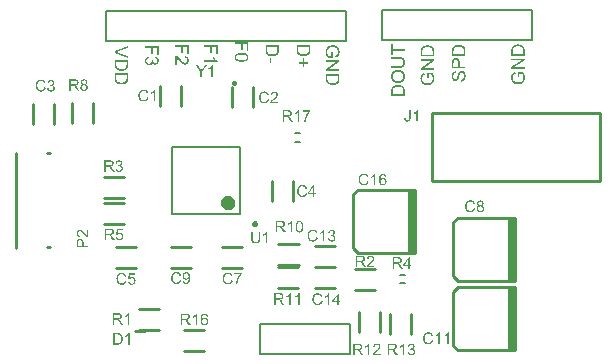
<source format=gto>
%FSDAX24Y24*%
%MOIN*%
%SFA1B1*%

%IPPOS*%
%ADD24C,0.010000*%
%ADD31C,0.023600*%
%ADD32C,0.009800*%
%ADD33C,0.007900*%
%LNuda-1*%
%LPD*%
G36*
X003825Y000510D02*
X003778D01*
Y000810*
X003777Y000809*
X003776Y000808*
X003775Y000807*
X003773Y000806*
X003771Y000804*
X003768Y000802*
X003766Y000799*
X003763Y000797*
X003759Y000794*
X003756Y000792*
X003752Y000789*
X003747Y000786*
X003743Y000783*
X003733Y000777*
X003732Y000776*
X003730Y000775*
X003728*
X003726Y000773*
X003723Y000771*
X003720Y000770*
X003717Y000768*
X003709Y000764*
X003700Y000760*
X003692Y000756*
X003684Y000753*
Y000798*
Y000799*
X003685*
X003687Y000800*
X003690Y000802*
X003694Y000803*
X003698Y000806*
X003702Y000808*
X003707Y000811*
X003712Y000814*
X003718Y000817*
X003729Y000825*
X003741Y000834*
X003753Y000843*
Y000844*
X003754*
X003755Y000846*
X003757Y000848*
X003760Y000850*
X003763Y000853*
X003766Y000856*
X003769Y000860*
X003772Y000863*
X003776Y000868*
X003783Y000876*
X003789Y000885*
X003792Y000890*
X003794Y000895*
X003825*
Y000510*
G37*
G36*
X003423Y000893D02*
X003427D01*
X003432*
X003437*
X003448Y000892*
X003460Y000891*
X003465Y000890*
X003471*
X003476Y000889*
X003480Y000888*
X003481*
X003482*
X003483Y000887*
X003486Y000886*
X003489Y000885*
X003492Y000884*
X003496Y000883*
X003500Y000881*
X003508Y000878*
X003518Y000873*
X003527Y000867*
X003532Y000864*
X003536Y000860*
X003537*
X003538Y000859*
X003539Y000858*
X003541Y000856*
X003544Y000853*
X003547Y000850*
X003550Y000847*
X003553Y000843*
X003557Y000838*
X003561Y000833*
X003564Y000828*
X003568Y000822*
X003572Y000816*
X003575Y000809*
X003579Y000802*
X003582Y000795*
Y000794*
Y000793*
X003583Y000791*
X003584Y000788*
X003585Y000784*
X003586Y000780*
X003588Y000774*
X003589Y000768*
X003591Y000762*
X003592Y000755*
X003593Y000747*
X003594Y000739*
X003595Y000731*
X003596Y000722*
X003597Y000713*
Y000704*
Y000703*
Y000702*
Y000699*
Y000696*
Y000693*
X003596Y000688*
Y000683*
X003595Y000678*
Y000672*
X003594Y000665*
X003592Y000652*
X003590Y000639*
X003587Y000626*
X003586Y000625*
Y000623*
X003585Y000621*
X003584Y000618*
X003582Y000614*
X003581Y000611*
X003579Y000607*
X003576Y000598*
X003571Y000588*
X003566Y000579*
X003560Y000570*
X003559*
Y000568*
X003558Y000567*
X003556Y000565*
X003554Y000563*
X003550Y000558*
X003545Y000552*
X003539Y000546*
X003532Y000541*
X003525Y000535*
X003523Y000534*
X003522*
X003520Y000532*
X003518Y000531*
X003515Y000530*
X003513Y000529*
X003509Y000527*
X003506Y000525*
X003502Y000524*
X003498Y000522*
X003489Y000519*
X003480Y000516*
X003479*
X003477*
X003475Y000515*
X003473*
X003469Y000514*
X003466*
X003462Y000513*
X003458Y000512*
X003453*
X003448Y000511*
X003442*
X003437*
X003431Y000510*
X003418*
X003280*
Y000893*
X003419*
X003423*
G37*
G36*
X006334Y001544D02*
X006337D01*
X006341*
X006346Y001543*
X006351*
X006356Y001542*
X006362Y001540*
X006368Y001539*
X006374Y001536*
X006380Y001534*
X006386Y001531*
X006393Y001528*
X006398Y001524*
X006404Y001519*
X006405Y001518*
X006407Y001516*
X006409Y001515*
X006411Y001512*
X006413Y001509*
X006416Y001505*
X006419Y001501*
X006422Y001496*
X006425Y001491*
X006428Y001485*
X006431Y001479*
X006434Y001472*
X006436Y001465*
X006437Y001457*
X006439Y001449*
X006392Y001446*
Y001447*
X006391Y001448*
Y001450*
X006390Y001453*
Y001455*
X006387Y001461*
X006385Y001467*
X006382Y001474*
X006378Y001480*
X006376Y001483*
X006374Y001486*
X006373Y001487*
X006372Y001488*
X006371Y001489*
X006369Y001490*
X006367Y001492*
X006364Y001494*
X006361Y001496*
X006358Y001498*
X006354Y001500*
X006350Y001501*
X006346Y001503*
X006342Y001504*
X006337Y001505*
X006332Y001506*
X006327*
X006325*
X006323*
X006321*
X006319Y001505*
X006317*
X006314Y001504*
X006308Y001503*
X006301Y001501*
X006294Y001497*
X006291Y001495*
X006288Y001493*
X006287*
Y001492*
X006285*
X006284Y001490*
X006282Y001489*
X006280Y001487*
X006278Y001484*
X006275Y001481*
X006272Y001478*
X006269Y001475*
X006266Y001471*
X006263Y001467*
X006260Y001462*
X006258Y001457*
X006255Y001452*
X006252Y001446*
Y001445*
X006251Y001443*
X006250Y001440*
X006249Y001437*
X006248Y001433*
X006247Y001429*
X006246Y001423*
X006245Y001418*
X006244Y001411*
X006242Y001403*
Y001396*
X006241Y001387*
X006240Y001378*
Y001368*
X006239Y001357*
X006240Y001358*
Y001359*
X006241Y001360*
X006242Y001362*
X006244Y001364*
X006246Y001366*
X006248Y001369*
X006251Y001372*
X006254Y001375*
X006257Y001378*
X006264Y001385*
X006272Y001391*
X006276Y001394*
X006281Y001396*
X006282Y001397*
X006283*
X006285Y001398*
X006287Y001399*
X006290Y001400*
X006293Y001401*
X006296Y001402*
X006300Y001403*
X006304Y001405*
X006313Y001407*
X006323Y001408*
X006327Y001409*
X006335*
X006337Y001408*
X006340*
X006344*
X006349Y001407*
X006354Y001406*
X006360Y001404*
X006366Y001403*
X006373Y001400*
X006379Y001397*
X006386Y001394*
X006393Y001390*
X006399Y001385*
X006406Y001380*
X006413Y001374*
X006414Y001372*
X006416Y001370*
X006418Y001367*
X006420Y001364*
X006423Y001360*
X006426Y001355*
X006429Y001350*
X006432Y001344*
X006435Y001337*
X006438Y001330*
X006441Y001321*
X006443Y001313*
X006444Y001304*
X006445Y001294*
X006446Y001284*
Y001283*
Y001281*
X006445Y001278*
Y001275*
Y001271*
X006444Y001267*
Y001262*
X006443Y001258*
X006442Y001252*
X006441Y001247*
X006439Y001241*
X006437Y001235*
X006435Y001229*
X006433Y001223*
X006430Y001217*
X006429Y001216*
X006428Y001214*
X006427Y001212*
X006426Y001210*
X006424Y001207*
X006421Y001203*
X006419Y001200*
X006416Y001196*
X006413Y001192*
X006409Y001188*
X006405Y001184*
X006401Y001181*
X006397Y001177*
X006392Y001173*
X006387Y001170*
X006386Y001169*
X006385*
X006383Y001167*
X006380Y001166*
X006377Y001165*
X006373Y001163*
X006369Y001162*
X006365Y001160*
X006360Y001159*
X006355Y001158*
X006350Y001156*
X006344Y001155*
X006338Y001154*
X006332*
X006326*
X006323*
X006322*
X006320*
X006316*
X006311Y001155*
X006305Y001156*
X006299Y001157*
X006291Y001159*
X006284Y001161*
X006276Y001164*
X006268Y001168*
X006260Y001172*
X006252Y001177*
X006244Y001183*
X006237Y001189*
X006230Y001197*
X006229*
X006228Y001199*
X006226Y001202*
X006224Y001205*
X006221Y001210*
X006219Y001213*
X006218Y001216*
X006216Y001219*
X006215Y001223*
X006213Y001227*
X006211Y001231*
X006209Y001235*
X006208Y001240*
X006206Y001245*
X006204Y001251*
X006203Y001256*
X006201Y001262*
X006200Y001269*
X006198Y001275*
X006197Y001282*
X006196Y001289*
X006195Y001297*
X006194Y001305*
X006193Y001313*
Y001321*
Y001330*
Y001339*
Y001341*
Y001342*
Y001344*
Y001347*
Y001350*
Y001353*
Y001357*
Y001362*
X006194Y001367*
Y001372*
X006195Y001377*
X006196Y001389*
X006198Y001401*
X006200Y001414*
X006203Y001428*
X006206Y001441*
X006210Y001454*
X006214Y001467*
X006220Y001479*
X006223Y001485*
X006226Y001490*
X006230Y001496*
X006234Y001501*
X006235Y001503*
X006237Y001505*
X006240Y001508*
X006244Y001511*
X006248Y001515*
X006253Y001519*
X006259Y001523*
X006266Y001527*
X006273Y001531*
X006281Y001534*
X006289Y001538*
X006299Y001541*
X006308Y001543*
X006319Y001544*
X006330Y001545*
X006332*
X006334Y001544*
G37*
G36*
X004680Y008620D02*
X004632D01*
Y008920*
Y008919*
X004631Y008918*
X004629Y008917*
X004628Y008916*
X004626Y008914*
X004623Y008912*
X004621Y008909*
X004617Y008907*
X004614Y008904*
X004610Y008902*
X004606Y008899*
X004602Y008896*
X004598Y008893*
X004588Y008887*
X004587*
X004586Y008886*
X004585Y008885*
X004583*
X004581Y008883*
X004578Y008881*
X004575Y008880*
X004571Y008878*
X004563Y008874*
X004555Y008870*
X004547Y008866*
X004538Y008863*
Y008908*
X004539Y008909*
X004540*
X004542Y008910*
X004545Y008912*
X004548Y008913*
X004552Y008916*
X004557Y008918*
X004562Y008921*
X004567Y008924*
X004572Y008927*
X004584Y008935*
X004596Y008944*
X004607Y008953*
X004608Y008954*
X004609*
X004610Y008956*
X004612Y008958*
X004614Y008960*
X004617Y008963*
X004620Y008966*
X004624Y008970*
X004627Y008973*
X004631Y008978*
X004637Y008986*
X004644Y008995*
X004647Y009000*
X004649Y009005*
X004680*
Y008620*
G37*
G36*
X008326Y008950D02*
X008331Y008949D01*
X008336*
X008341Y008948*
X008347*
X008355Y008946*
X008362Y008945*
X008370Y008943*
X008378Y008941*
X008386Y008938*
X008394Y008934*
X008402Y008930*
X008410Y008926*
X008418Y008921*
Y008920*
X008419Y008919*
X008421Y008918*
X008424Y008915*
X008427Y008912*
X008431Y008908*
X008435Y008904*
X008439Y008899*
X008444Y008894*
X008448Y008888*
X008453Y008881*
X008457Y008874*
X008462Y008866*
X008465Y008857*
X008469Y008848*
X008472Y008838*
X008423Y008826*
X008422Y008827*
Y008828*
X008421Y008830*
X008420Y008833*
X008419Y008837*
X008417Y008841*
X008415Y008845*
X008413Y008850*
X008410Y008855*
X008407Y008860*
X008404Y008865*
X008400Y008870*
X008396Y008875*
X008393Y008879*
X008388Y008884*
X008383Y008887*
Y008888*
X008382*
X008381Y008889*
X008379Y008890*
X008377Y008892*
X008374Y008894*
X008370Y008895*
X008366Y008897*
X008362Y008899*
X008357Y008900*
X008352Y008902*
X008346Y008903*
X008340Y008905*
X008334Y008906*
X008327*
X008320Y008907*
X008316*
X008313Y008906*
X008309*
X008304Y008905*
X008299*
X008294Y008904*
X008288Y008903*
X008282Y008901*
X008276Y008900*
X008270Y008898*
X008264Y008895*
X008258Y008892*
X008252Y008889*
X008246Y008885*
X008244Y008884*
X008243Y008883*
X008241Y008881*
X008239Y008879*
X008236Y008877*
X008233Y008874*
X008229Y008870*
X008226Y008866*
X008223Y008862*
X008219Y008857*
X008216Y008852*
X008213Y008847*
X008210Y008841*
X008207Y008835*
X008204Y008828*
Y008827*
X008203Y008825*
X008202Y008822*
X008201Y008819*
X008200Y008815*
Y008811*
X008198Y008806*
X008197Y008800*
X008196Y008795*
X008195Y008789*
X008194Y008782*
X008193Y008769*
Y008762*
X008192Y008755*
Y008754*
Y008753*
Y008750*
X008193Y008746*
Y008742*
Y008737*
Y008732*
X008194Y008726*
X008195Y008719*
X008196Y008712*
X008198Y008698*
X008200Y008691*
X008202Y008684*
X008204Y008676*
X008206Y008669*
X008207*
Y008668*
X008208Y008666*
X008209Y008664*
X008211Y008661*
X008213Y008657*
X008215Y008653*
X008217Y008649*
X008220Y008645*
X008224Y008640*
X008227Y008636*
X008231Y008631*
X008236Y008627*
X008240Y008623*
X008245Y008619*
X008251Y008615*
X008252Y008614*
X008254Y008613*
X008256Y008612*
X008259Y008611*
X008262Y008609*
X008266Y008608*
X008270Y008606*
X008275Y008604*
X008280Y008603*
X008285Y008601*
X008291Y008600*
X008297Y008599*
X008303Y008598*
X008310Y008597*
X008316*
X008318*
X008320*
X008323*
X008327Y008598*
X008331*
X008336Y008599*
X008341Y008600*
X008346Y008602*
X008352Y008603*
X008358Y008605*
X008364Y008607*
X008370Y008610*
X008377Y008613*
X008382Y008617*
X008388Y008621*
Y008622*
X008390Y008623*
X008391Y008624*
X008393Y008626*
X008395Y008629*
X008398Y008632*
X008401Y008636*
X008404Y008640*
X008408Y008645*
X008411Y008650*
X008415Y008656*
X008418Y008663*
X008421Y008670*
X008424Y008677*
X008426Y008685*
X008428Y008694*
X008479Y008682*
Y008681*
X008478Y008680*
Y008679*
Y008677*
X008477Y008676*
X008476Y008671*
X008474Y008666*
X008472Y008660*
X008469Y008654*
X008466Y008646*
X008462Y008639*
X008458Y008631*
X008453Y008623*
X008448Y008615*
X008442Y008607*
X008436Y008600*
X008429Y008593*
X008421Y008586*
X008419Y008585*
X008417Y008583*
X008414Y008581*
X008410Y008579*
X008405Y008576*
X008400Y008573*
X008393Y008570*
X008386Y008567*
X008378Y008564*
X008370Y008561*
X008361Y008559*
X008352Y008557*
X008342Y008555*
X008331Y008554*
X008320*
X008316*
X008314*
X008310*
X008305*
X008298Y008555*
X008292Y008556*
X008284Y008557*
X008276Y008558*
X008268Y008560*
X008260Y008562*
X008251Y008564*
X008243Y008567*
X008235Y008571*
X008227Y008574*
X008219Y008579*
X008218Y008580*
X008216Y008582*
X008213Y008584*
X008210Y008586*
X008206Y008589*
X008202Y008593*
X008197Y008597*
X008193Y008602*
X008188Y008608*
X008183Y008614*
X008178Y008620*
X008173Y008627*
X008169Y008635*
X008164Y008643*
X008160Y008652*
X008159Y008654*
X008158Y008656*
X008157Y008660*
X008156Y008664*
X008154Y008670*
X008152Y008676*
X008150Y008682*
X008148Y008690*
X008146Y008698*
X008145Y008706*
X008143Y008715*
X008142Y008725*
X008141Y008734*
X008140Y008744*
Y008754*
Y008755*
Y008756*
Y008757*
Y008759*
Y008760*
Y008764*
X008141Y008770*
Y008776*
X008142Y008783*
X008143Y008790*
X008144Y008798*
X008146Y008806*
X008147Y008815*
X008150Y008824*
X008152Y008833*
X008155Y008842*
X008159Y008850*
X008163Y008859*
X008164Y008861*
X008165Y008863*
X008167Y008866*
X008169Y008870*
X008172Y008874*
X008176Y008879*
X008180Y008884*
X008184Y008889*
X008189Y008895*
X008194Y008901*
X008200Y008906*
X008206Y008912*
X008213Y008917*
X008220Y008922*
X008228Y008927*
X008230Y008928*
X008232Y008929*
X008235Y008930*
X008239Y008932*
X008244Y008934*
X008249Y008936*
X008255Y008938*
X008262Y008941*
X008269Y008943*
X008277Y008945*
X008285Y008946*
X008293Y008948*
X008302Y008949*
X008311Y008950*
X008321*
X008325*
X008326*
G37*
G36*
X008655Y008944D02*
X008659D01*
X008663*
X008669Y008943*
X008675Y008942*
X008681Y008941*
X008688Y008939*
X008695Y008937*
X008702Y008935*
X008710Y008932*
X008717Y008928*
X008724Y008924*
X008730Y008920*
X008737Y008914*
X008738Y008913*
X008740Y008911*
X008742Y008908*
X008744Y008906*
X008747Y008902*
X008750Y008898*
X008753Y008893*
X008756Y008888*
X008759Y008882*
X008762Y008876*
X008764Y008869*
X008766Y008862*
X008768Y008854*
X008769Y008846*
Y008838*
Y008837*
Y008836*
Y008834*
Y008832*
Y008830*
X008768Y008827*
Y008824*
X008767Y008817*
X008765Y008809*
X008763Y008801*
X008760Y008793*
X008759Y008792*
Y008791*
X008758Y008789*
X008757Y008787*
X008755Y008785*
X008754Y008782*
X008752Y008779*
X008750Y008776*
X008748Y008772*
X008742Y008764*
X008739Y008760*
X008736Y008755*
X008732Y008751*
X008728Y008746*
X008727Y008745*
X008726Y008744*
X008724Y008742*
X008722Y008739*
X008719Y008736*
X008715Y008733*
X008711Y008728*
X008706Y008724*
X008701Y008719*
X008695Y008713*
X008688Y008707*
X008681Y008701*
X008673Y008694*
X008665Y008687*
X008656Y008679*
X008655*
X008654Y008677*
X008652Y008676*
X008649Y008673*
X008646Y008670*
X008642Y008667*
X008638Y008663*
X008633Y008659*
X008624Y008651*
X008619Y008647*
X008615Y008643*
X008611Y008640*
X008607Y008636*
X008604Y008633*
X008601Y008630*
X008600Y008628*
X008597Y008626*
X008595Y008623*
X008592Y008619*
X008588Y008615*
X008585Y008610*
X008582Y008605*
X008770*
Y008560*
X008516*
Y008561*
Y008562*
Y008563*
Y008564*
X008517Y008566*
Y008571*
X008518Y008575*
Y008581*
X008520Y008587*
X008522Y008592*
Y008593*
Y008594*
X008523Y008595*
X008524Y008597*
Y008599*
X008526Y008602*
X008528Y008605*
X008529Y008608*
X008531Y008612*
X008534Y008616*
X008539Y008625*
X008545Y008634*
X008553Y008643*
Y008644*
X008554*
X008555Y008646*
X008557Y008648*
X008559Y008650*
X008562Y008653*
X008565Y008656*
X008569Y008660*
X008573Y008664*
X008577Y008669*
X008582Y008673*
X008588Y008679*
X008594Y008684*
X008600Y008689*
X008607Y008695*
X008614Y008701*
X008615Y008702*
X008616Y008703*
X008617*
X008618Y008705*
X008620Y008706*
X008624Y008710*
X008629Y008714*
X008635Y008719*
X008641Y008725*
X008648Y008731*
X008655Y008737*
X008662Y008744*
X008669Y008751*
X008676Y008758*
X008683Y008764*
X008688Y008771*
X008694Y008777*
X008698Y008783*
X008699*
Y008784*
X008700Y008786*
X008702Y008788*
X008704Y008790*
X008705Y008794*
X008708Y008797*
X008710Y008801*
X008711Y008805*
X008714Y008810*
X008717Y008819*
X008719Y008824*
X008720Y008829*
Y008834*
X008721Y008839*
Y008841*
Y008842*
X008720Y008844*
Y008846*
X008719Y008849*
Y008852*
X008718Y008856*
X008717Y008859*
X008716Y008863*
X008714Y008867*
X008712Y008871*
X008710Y008875*
X008707Y008879*
X008704Y008883*
X008700Y008886*
Y008887*
X008698Y008888*
X008697Y008889*
X008695Y008891*
X008692Y008892*
X008690Y008894*
X008687Y008896*
X008683Y008898*
X008679Y008900*
X008675Y008901*
X008670Y008903*
X008665Y008904*
X008660Y008905*
X008654*
X008649Y008906*
X008645*
X008643Y008905*
X008640*
X008637*
X008633Y008904*
X008629Y008903*
X008625Y008902*
X008620Y008901*
X008616Y008899*
X008611Y008897*
X008607Y008895*
X008602Y008892*
X008598Y008889*
X008594Y008885*
X008593Y008884*
X008592Y008883*
X008591Y008882*
X008589Y008879*
X008588Y008877*
X008586Y008874*
X008584Y008871*
X008582Y008867*
X008580Y008862*
X008578Y008858*
X008577Y008853*
X008576Y008848*
X008575Y008842*
X008574Y008836*
Y008829*
X008525Y008834*
Y008835*
X008526*
Y008836*
Y008839*
X008527Y008843*
X008528Y008847*
X008529Y008853*
X008530Y008858*
X008532Y008864*
X008534Y008871*
X008536Y008878*
X008539Y008885*
X008543Y008892*
X008547Y008898*
X008552Y008905*
X008557Y008911*
X008562Y008916*
X008563Y008917*
X008564*
X008566Y008919*
X008568Y008921*
X008572Y008923*
X008575Y008925*
X008580Y008928*
X008585Y008931*
X008592Y008933*
X008598Y008936*
X008605Y008938*
X008613Y008940*
X008621Y008942*
X008630Y008944*
X008639*
X008649Y008945*
X008652*
X008655Y008944*
G37*
G36*
X004306Y009010D02*
X004311Y009009D01*
X004316*
X004321Y009008*
X004327*
X004335Y009006*
X004342Y009005*
X004350Y009003*
X004358Y009001*
X004366Y008998*
X004374Y008994*
X004382Y008990*
X004390Y008986*
X004398Y008981*
Y008980*
X004399Y008979*
X004401Y008978*
X004404Y008975*
X004407Y008972*
X004411Y008968*
X004415Y008964*
X004419Y008959*
X004424Y008954*
X004428Y008948*
X004433Y008941*
X004437Y008934*
X004442Y008926*
X004445Y008917*
X004449Y008908*
X004452Y008898*
X004403Y008886*
X004402Y008887*
Y008888*
X004401Y008890*
X004400Y008893*
X004399Y008897*
X004397Y008901*
X004395Y008905*
X004393Y008910*
X004390Y008915*
X004387Y008920*
X004384Y008925*
X004380Y008930*
X004376Y008935*
X004373Y008939*
X004368Y008944*
X004363Y008947*
Y008948*
X004362*
X004361Y008949*
X004359Y008950*
X004357Y008952*
X004354Y008954*
X004350Y008955*
X004346Y008957*
X004342Y008959*
X004337Y008960*
X004332Y008962*
X004326Y008963*
X004320Y008965*
X004314Y008966*
X004307*
X004300Y008967*
X004296*
X004293Y008966*
X004289*
X004284Y008965*
X004279*
X004274Y008964*
X004268Y008963*
X004262Y008961*
X004256Y008960*
X004250Y008958*
X004244Y008955*
X004238Y008952*
X004232Y008949*
X004226Y008945*
X004224Y008944*
X004223Y008943*
X004221Y008941*
X004219Y008939*
X004216Y008937*
X004213Y008934*
X004209Y008930*
X004206Y008926*
X004203Y008922*
X004199Y008917*
X004196Y008912*
X004193Y008907*
X004190Y008901*
X004187Y008895*
X004184Y008888*
Y008887*
X004183Y008885*
X004182Y008882*
X004181Y008879*
X004180Y008875*
Y008871*
X004178Y008866*
X004177Y008860*
X004176Y008855*
X004175Y008849*
X004174Y008842*
X004173Y008829*
Y008822*
X004172Y008815*
Y008814*
Y008813*
Y008810*
X004173Y008806*
Y008802*
Y008797*
Y008792*
X004174Y008786*
X004175Y008779*
X004176Y008772*
X004178Y008758*
X004180Y008751*
X004182Y008744*
X004184Y008736*
X004186Y008729*
X004187*
Y008728*
X004188Y008726*
X004189Y008724*
X004191Y008721*
X004193Y008717*
X004195Y008713*
X004197Y008709*
X004200Y008705*
X004204Y008700*
X004207Y008696*
X004211Y008691*
X004216Y008687*
X004220Y008683*
X004225Y008679*
X004231Y008675*
X004232Y008674*
X004234Y008673*
X004236Y008672*
X004239Y008671*
X004242Y008669*
X004246Y008668*
X004250Y008666*
X004255Y008664*
X004260Y008663*
X004265Y008661*
X004271Y008660*
X004277Y008659*
X004283Y008658*
X004290Y008657*
X004296*
X004298*
X004300*
X004303*
X004307Y008658*
X004311*
X004316Y008659*
X004321Y008660*
X004326Y008662*
X004332Y008663*
X004338Y008665*
X004344Y008667*
X004350Y008670*
X004357Y008673*
X004362Y008677*
X004368Y008681*
Y008682*
X004370Y008683*
X004371Y008684*
X004373Y008686*
X004375Y008689*
X004378Y008692*
X004381Y008696*
X004384Y008700*
X004388Y008705*
X004391Y008710*
X004395Y008716*
X004398Y008723*
X004401Y008730*
X004404Y008737*
X004406Y008745*
X004408Y008754*
X004459Y008742*
Y008741*
X004458Y008740*
Y008739*
Y008737*
X004457Y008736*
X004456Y008731*
X004454Y008726*
X004452Y008720*
X004449Y008714*
X004446Y008706*
X004442Y008699*
X004438Y008691*
X004433Y008683*
X004428Y008675*
X004422Y008667*
X004416Y008660*
X004409Y008653*
X004401Y008646*
X004399Y008645*
X004397Y008643*
X004394Y008641*
X004390Y008639*
X004385Y008636*
X004380Y008633*
X004373Y008630*
X004366Y008627*
X004358Y008624*
X004350Y008621*
X004341Y008619*
X004332Y008617*
X004322Y008615*
X004311Y008614*
X004300*
X004296*
X004294*
X004290*
X004285*
X004278Y008615*
X004272Y008616*
X004264Y008617*
X004256Y008618*
X004248Y008620*
X004240Y008622*
X004231Y008624*
X004223Y008627*
X004215Y008631*
X004207Y008634*
X004199Y008639*
X004198Y008640*
X004196Y008642*
X004193Y008644*
X004190Y008646*
X004186Y008649*
X004182Y008653*
X004177Y008657*
X004173Y008662*
X004168Y008668*
X004163Y008674*
X004158Y008680*
X004153Y008687*
X004149Y008695*
X004144Y008703*
X004140Y008712*
X004139Y008714*
X004138Y008716*
X004137Y008720*
X004136Y008724*
X004134Y008730*
X004132Y008736*
X004130Y008742*
X004128Y008750*
X004126Y008758*
X004125Y008766*
X004123Y008775*
X004122Y008785*
X004121Y008794*
X004120Y008804*
Y008814*
Y008815*
Y008816*
Y008817*
Y008819*
Y008820*
Y008824*
X004121Y008830*
Y008836*
X004122Y008843*
X004123Y008850*
X004124Y008858*
X004126Y008866*
X004127Y008875*
X004130Y008884*
X004132Y008893*
X004135Y008902*
X004139Y008910*
X004143Y008919*
X004144Y008921*
X004145Y008923*
X004147Y008926*
X004149Y008930*
X004152Y008934*
X004156Y008939*
X004160Y008944*
X004164Y008949*
X004169Y008955*
X004174Y008961*
X004180Y008966*
X004186Y008972*
X004193Y008977*
X004200Y008982*
X004208Y008987*
X004210Y008988*
X004212Y008989*
X004215Y008990*
X004219Y008992*
X004224Y008994*
X004229Y008996*
X004235Y008998*
X004242Y009001*
X004249Y009003*
X004257Y009005*
X004265Y009006*
X004273Y009008*
X004282Y009009*
X004291Y009010*
X004301*
X004305*
X004306*
G37*
G36*
X009108Y008323D02*
X009113D01*
X009118*
X009123*
X009129Y008322*
X009135Y008321*
X009141*
X009154Y008319*
X009160Y008318*
X009167Y008316*
X009172Y008315*
X009178Y008313*
X009179Y008312*
X009180*
X009182Y008311*
X009184Y008310*
X009187Y008308*
X009190Y008306*
X009193Y008305*
X009196Y008302*
X009200Y008300*
X009203Y008296*
X009207Y008293*
X009210Y008289*
X009214Y008285*
X009217Y008281*
X009220Y008276*
X009221*
Y008275*
X009222Y008274*
X009223Y008272*
X009224Y008269*
X009225Y008266*
X009227Y008263*
X009228Y008259*
X009230Y008255*
X009231Y008251*
X009233Y008246*
X009234Y008241*
X009235Y008236*
X009236Y008230*
Y008224*
Y008219*
Y008218*
Y008217*
Y008215*
Y008212*
Y008208*
X009235Y008204*
X009234Y008200*
X009233Y008195*
X009232Y008190*
X009230Y008184*
X009228Y008178*
X009225Y008172*
X009222Y008167*
X009219Y008161*
X009214Y008155*
X009210Y008150*
X009209*
Y008149*
X009207Y008147*
X009205Y008146*
X009202Y008143*
X009198Y008141*
X009195Y008138*
X009190Y008135*
X009184Y008132*
X009178Y008129*
X009172Y008126*
X009164Y008123*
X009156Y008121*
X009148Y008118*
X009138Y008116*
X009128Y008115*
X009129*
Y008114*
X009130*
X009132Y008113*
X009133Y008112*
X009135Y008111*
X009140Y008108*
X009145Y008106*
X009150Y008102*
X009154Y008099*
X009159Y008095*
X009160*
X009161Y008093*
X009163Y008092*
X009165Y008090*
X009167Y008087*
X009170Y008085*
X009172Y008081*
X009175Y008078*
X009179Y008074*
X009182Y008070*
X009186Y008065*
X009190Y008060*
X009193Y008055*
X009201Y008044*
X009267Y007940*
X009204*
X009153Y008020*
X009152Y008021*
X009151Y008023*
X009149Y008025*
X009147Y008028*
X009145Y008032*
X009143Y008035*
X009140Y008039*
X009134Y008048*
X009128Y008057*
X009122Y008065*
X009119Y008069*
X009116Y008072*
Y008073*
X009115Y008074*
X009114Y008075*
X009111Y008079*
X009108Y008083*
X009104Y008087*
X009100Y008091*
X009095Y008095*
X009091Y008098*
X009090*
X009089Y008099*
X009086Y008101*
X009083Y008102*
X009080Y008104*
X009076Y008106*
X009072Y008107*
X009068Y008108*
X009067*
X009066Y008109*
X009064*
X009061Y008110*
X009057*
X009052*
X009046*
X008981*
Y007940*
X008930*
Y008323*
X009105*
X009108*
G37*
G36*
X012604Y010365D02*
X013000D01*
Y010306*
X012604*
Y010158*
X012552*
Y010514*
X012604*
Y010365*
G37*
G36*
X012822Y010093D02*
X012828D01*
X012834Y010092*
X012842*
X012849Y010091*
X012858Y010090*
X012867Y010089*
X012884Y010087*
X012893Y010085*
X012902Y010083*
X012910Y010080*
X012918Y010078*
Y010077*
X012920*
X012922Y010076*
X012925Y010075*
X012928Y010073*
X012932Y010071*
X012936Y010068*
X012941Y010065*
X012946Y010061*
X012951Y010057*
X012957Y010053*
X012962Y010048*
X012968Y010042*
X012973Y010036*
X012978Y010030*
X012983Y010022*
X012984Y010021*
X012985Y010018*
X012987Y010015*
X012989Y010011*
X012991Y010007*
X012993Y010001*
X012995Y009995*
X012997Y009987*
X013000Y009979*
X013002Y009971*
X013004Y009962*
X013005Y009952*
X013006Y009941*
X013007Y009930*
Y009918*
Y009917*
Y009916*
Y009915*
Y009912*
Y009907*
Y009902*
X013006Y009896*
Y009889*
X013005Y009881*
X013004Y009873*
X013002Y009865*
X013000Y009856*
X012998Y009847*
X012996Y009839*
X012993Y009830*
X012990Y009822*
X012986Y009814*
X012985*
Y009813*
X012983Y009811*
X012982Y009808*
X012980Y009805*
X012977Y009801*
X012973Y009797*
X012970Y009792*
X012966Y009788*
X012961Y009783*
X012956Y009778*
X012950Y009774*
X012944Y009769*
X012937Y009765*
X012931Y009761*
X012923Y009757*
X012921*
X012919Y009756*
X012916Y009755*
X012912Y009754*
X012906Y009752*
X012901Y009751*
X012894Y009749*
X012886Y009747*
X012878Y009746*
X012868Y009744*
X012858Y009743*
X012848Y009742*
X012836Y009741*
X012824*
X012811*
X012552*
Y009800*
X012816*
X012820*
X012825*
X012830Y009801*
X012836*
X012843*
X012850Y009802*
X012857*
X012871Y009804*
X012878Y009806*
X012885Y009807*
X012891Y009809*
X012897Y009811*
X012898*
X012899Y009812*
X012901Y009813*
X012903Y009814*
X012906Y009815*
X012912Y009819*
X012919Y009824*
X012923Y009827*
X012926Y009831*
X012930Y009835*
X012933Y009839*
X012936Y009843*
X012939Y009848*
X012940Y009849*
Y009850*
X012941Y009853*
X012943Y009855*
X012944Y009858*
X012945Y009862*
X012947Y009866*
X012948Y009870*
X012949Y009875*
X012950Y009881*
X012952Y009886*
X012953Y009893*
Y009899*
X012954Y009905*
Y009913*
Y009914*
Y009916*
Y009919*
Y009923*
X012953Y009929*
X012952Y009935*
X012951Y009941*
X012950Y009949*
X012949Y009956*
X012947Y009964*
X012944Y009972*
X012942Y009980*
X012938Y009987*
X012934Y009994*
X012930Y010000*
X012925Y010006*
X012924*
X012923Y010007*
X012921Y010009*
X012919Y010010*
X012915Y010012*
X012911Y010015*
X012905Y010017*
X012899Y010020*
X012892Y010022*
X012884Y010025*
X012874Y010027*
X012864Y010030*
X012852Y010031*
X012840Y010033*
X012826*
X012810Y010034*
X012552*
Y010093*
X012817*
X012822*
G37*
G36*
X009474Y007940D02*
X009427D01*
Y008240*
Y008239*
X009426*
X009425Y008238*
X009424Y008237*
X009422Y008236*
X009420Y008234*
X009418Y008232*
X009415Y008229*
X009412Y008227*
X009408Y008224*
X009405Y008222*
X009401Y008219*
X009396Y008216*
X009392Y008213*
X009382Y008207*
X009381Y008206*
X009379Y008205*
X009377*
X009375Y008203*
X009372Y008201*
X009369Y008200*
X009366Y008198*
X009358Y008194*
X009350Y008190*
X009341Y008186*
X009333Y008183*
Y008228*
Y008229*
X009334*
X009337Y008230*
X009339Y008232*
X009343Y008233*
X009347Y008236*
X009351Y008238*
X009356Y008241*
X009361Y008244*
X009367Y008247*
X009378Y008255*
X009390Y008264*
X009402Y008273*
Y008274*
X009403*
X009405Y008276*
X009406Y008278*
X009409Y008280*
X009412Y008283*
X009415Y008286*
X009418Y008290*
X009421Y008293*
X009425Y008298*
X009432Y008306*
X009438Y008315*
X009441Y008320*
X009444Y008325*
X009474*
Y007940*
G37*
G36*
X006074Y001160D02*
X006027D01*
Y001460*
Y001459*
X006026*
X006025Y001458*
X006024Y001457*
X006022Y001456*
X006020Y001454*
X006018Y001452*
X006015Y001449*
X006012Y001447*
X006008Y001444*
X006005Y001442*
X006001Y001439*
X005996Y001436*
X005992Y001433*
X005982Y001427*
X005981Y001426*
X005979Y001425*
X005977*
X005975Y001423*
X005972Y001421*
X005969Y001420*
X005966Y001418*
X005958Y001414*
X005950Y001410*
X005941Y001406*
X005933Y001403*
Y001448*
Y001449*
X005934*
X005937Y001450*
X005939Y001452*
X005943Y001453*
X005947Y001456*
X005951Y001458*
X005956Y001461*
X005961Y001464*
X005967Y001467*
X005978Y001475*
X005990Y001484*
X006002Y001493*
Y001494*
X006003*
X006004Y001496*
X006006Y001498*
X006009Y001500*
X006012Y001503*
X006015Y001506*
X006018Y001510*
X006021Y001513*
X006025Y001518*
X006032Y001526*
X006038Y001535*
X006041Y001540*
X006044Y001545*
X006074*
Y001160*
G37*
G36*
X005708Y001543D02*
X005713D01*
X005718*
X005723*
X005729Y001542*
X005735Y001541*
X005741*
X005754Y001539*
X005760Y001538*
X005767Y001536*
X005772Y001535*
X005778Y001533*
X005779Y001532*
X005780*
X005782Y001531*
X005784Y001530*
X005787Y001528*
X005790Y001526*
X005793Y001525*
X005796Y001522*
X005800Y001520*
X005803Y001516*
X005807Y001513*
X005810Y001509*
X005814Y001505*
X005817Y001501*
X005820Y001496*
X005821*
Y001495*
X005822Y001494*
X005823Y001492*
X005824Y001489*
X005825Y001486*
X005827Y001483*
X005828Y001479*
X005830Y001475*
X005831Y001471*
X005833Y001466*
X005834Y001461*
X005835Y001456*
X005836Y001450*
Y001444*
Y001439*
Y001438*
Y001437*
Y001435*
Y001432*
Y001428*
X005835Y001424*
X005834Y001420*
X005833Y001415*
X005832Y001410*
X005830Y001404*
X005828Y001398*
X005825Y001392*
X005822Y001387*
X005819Y001381*
X005814Y001375*
X005810Y001370*
X005809*
Y001369*
X005807Y001367*
X005805Y001366*
X005802Y001363*
X005798Y001361*
X005795Y001358*
X005790Y001355*
X005784Y001352*
X005778Y001349*
X005772Y001346*
X005764Y001343*
X005756Y001341*
X005748Y001338*
X005738Y001336*
X005728Y001335*
X005729*
Y001334*
X005730*
X005732Y001333*
X005733Y001332*
X005735Y001331*
X005740Y001328*
X005745Y001326*
X005750Y001322*
X005754Y001319*
X005759Y001315*
X005760*
X005761Y001313*
X005763Y001312*
X005765Y001310*
X005767Y001307*
X005770Y001305*
X005772Y001301*
X005775Y001298*
X005779Y001294*
X005782Y001290*
X005786Y001285*
X005790Y001280*
X005793Y001275*
X005801Y001264*
X005867Y001160*
X005804*
X005753Y001240*
X005752Y001241*
X005751Y001243*
X005749Y001245*
X005747Y001248*
X005745Y001252*
X005743Y001255*
X005740Y001259*
X005734Y001268*
X005728Y001277*
X005722Y001285*
X005719Y001289*
X005716Y001292*
Y001293*
X005715Y001294*
X005714Y001295*
X005711Y001299*
X005708Y001303*
X005704Y001307*
X005700Y001311*
X005695Y001315*
X005691Y001318*
X005690*
X005689Y001319*
X005687Y001321*
X005683Y001322*
X005680Y001324*
X005676Y001326*
X005672Y001327*
X005668Y001328*
X005667*
X005666Y001329*
X005664*
X005661Y001330*
X005657*
X005652*
X005646*
X005581*
Y001160*
X005530*
Y001543*
X005705*
X005708*
G37*
G36*
X009846Y008282D02*
X009845Y008281D01*
X009844Y008280*
X009842Y008278*
X009839Y008275*
X009836Y008271*
X009832Y008266*
X009828Y008260*
X009823Y008254*
X009818Y008247*
X009812Y008239*
X009806Y008231*
X009800Y008222*
X009793Y008212*
X009787Y008201*
X009780Y008190*
X009773Y008178*
Y008177*
X009772*
Y008175*
X009771Y008174*
X009770Y008172*
X009768Y008170*
X009767Y008167*
X009766Y008164*
X009764Y008161*
X009761Y008154*
X009757Y008146*
X009753Y008138*
X009748Y008128*
X009744Y008117*
X009739Y008106*
X009735Y008095*
X009730Y008083*
X009726Y008071*
X009722Y008058*
X009718Y008045*
X009717Y008043*
X009716Y008041*
Y008037*
X009714Y008032*
X009713Y008027*
X009712Y008021*
X009710Y008014*
X009709Y008006*
X009707Y007998*
X009706Y007990*
X009704Y007980*
X009703Y007971*
X009702Y007961*
X009701Y007951*
X009700Y007940*
X009651*
Y007941*
Y007942*
X009652Y007945*
Y007948*
Y007952*
Y007958*
X009653Y007964*
X009654Y007970*
X009655Y007978*
X009656Y007987*
X009657Y007995*
X009659Y008005*
X009661Y008015*
X009663Y008026*
X009666Y008037*
X009669Y008049*
Y008050*
Y008051*
X009670Y008052*
Y008054*
X009671Y008056*
Y008058*
X009672Y008060*
X009674Y008066*
X009676Y008073*
X009678Y008080*
X009681Y008089*
X009685Y008098*
X009688Y008108*
X009692Y008118*
X009696Y008128*
X009701Y008139*
X009706Y008150*
X009712Y008162*
X009718Y008173*
Y008174*
X009719Y008175*
X009720Y008177*
X009721Y008178*
X009723Y008183*
X009726Y008188*
X009729Y008194*
X009734Y008200*
X009738Y008208*
X009743Y008215*
X009748Y008223*
X009754Y008232*
X009760Y008240*
X009772Y008257*
X009779Y008265*
X009785Y008273*
X009598*
Y008318*
X009846*
Y008282*
G37*
G36*
X001208Y009334D02*
X001211D01*
X001214*
X001217*
X001221Y009333*
X001226Y009332*
X001230Y009331*
X001240Y009329*
X001245Y009328*
X001250Y009326*
X001255Y009324*
X001260Y009321*
X001261*
X001263Y009320*
X001265Y009319*
X001267Y009317*
X001269Y009316*
X001272Y009314*
X001275Y009311*
X001282Y009306*
X001288Y009300*
X001295Y009293*
X001298Y009288*
X001301Y009284*
Y009283*
X001302Y009282*
X001303Y009280*
X001304Y009278*
X001305Y009275*
X001306Y009273*
X001308Y009269*
X001309Y009266*
X001310Y009262*
X001312Y009254*
X001314Y009245*
Y009240*
X001315Y009235*
Y009234*
Y009233*
X001314Y009231*
Y009229*
Y009226*
Y009223*
X001313Y009220*
X001311Y009213*
X001309Y009205*
X001307Y009202*
X001306Y009197*
X001304Y009193*
X001301Y009190*
Y009189*
X001300Y009188*
X001299Y009186*
X001297Y009185*
X001296Y009183*
X001294Y009180*
X001291Y009178*
X001289Y009175*
X001286Y009173*
X001283Y009170*
X001279Y009167*
X001275Y009165*
X001271Y009162*
X001266Y009160*
X001262Y009157*
X001263*
X001265*
X001267Y009156*
X001270Y009155*
X001274Y009154*
X001277Y009152*
X001281Y009150*
X001285Y009148*
X001290Y009146*
X001294Y009143*
X001299Y009140*
X001303Y009137*
X001307Y009133*
X001311Y009129*
X001315Y009125*
Y009124*
X001316Y009122*
X001318Y009120*
X001319Y009118*
X001321Y009115*
X001322Y009112*
X001324Y009108*
X001326Y009103*
X001328Y009099*
X001329Y009094*
X001330Y009088*
X001332Y009082*
X001333Y009076*
Y009070*
Y009063*
Y009062*
Y009061*
Y009058*
Y009055*
X001332Y009050*
Y009045*
X001330Y009040*
X001329Y009034*
X001327Y009027*
X001325Y009020*
X001322Y009013*
X001318Y009006*
X001314Y008999*
X001309Y008992*
X001303Y008985*
X001297Y008978*
X001296*
X001295Y008977*
X001293Y008975*
X001290Y008972*
X001286Y008970*
X001282Y008967*
X001277Y008964*
X001271Y008961*
X001265Y008957*
X001258Y008954*
X001250Y008951*
X001242Y008949*
X001234Y008946*
X001224Y008944*
X001214Y008943*
X001204*
X001202*
X001199*
X001196Y008944*
X001191*
X001186Y008945*
X001181Y008946*
X001175Y008947*
X001168Y008948*
X001161Y008950*
X001155Y008953*
X001147Y008956*
X001140Y008959*
X001133Y008963*
X001127Y008968*
X001120Y008973*
X001119Y008974*
X001117Y008976*
X001115Y008979*
X001112Y008982*
X001109Y008985*
X001106Y008989*
X001103Y008994*
X001100Y008999*
X001096Y009005*
X001093Y009012*
X001090Y009019*
X001088Y009026*
X001085Y009034*
X001084Y009042*
X001083Y009051*
X001130Y009057*
Y009056*
Y009054*
X001131Y009051*
X001132Y009047*
X001133Y009044*
X001135Y009040*
X001136Y009035*
X001140Y009026*
X001145Y009016*
X001147Y009011*
X001150Y009007*
X001153Y009003*
X001157Y009000*
Y008999*
X001158*
X001159Y008998*
X001161Y008997*
X001162Y008995*
X001165Y008994*
X001167Y008992*
X001170Y008991*
X001174Y008989*
X001177Y008988*
X001181Y008986*
X001185Y008985*
X001190Y008984*
X001194Y008983*
X001199Y008982*
X001204*
X001206*
X001208*
X001210*
X001213Y008983*
X001216*
X001220Y008984*
X001224Y008985*
X001228Y008986*
X001233Y008988*
X001238Y008990*
X001242Y008992*
X001247Y008995*
X001252Y008998*
X001256Y009001*
X001261Y009005*
X001262Y009006*
X001263Y009007*
X001264Y009009*
X001266Y009011*
X001268Y009014*
X001270Y009017*
X001272Y009021*
X001274Y009025*
X001276Y009029*
X001278Y009034*
X001280Y009039*
X001281Y009044*
X001283Y009050*
Y009056*
X001284Y009062*
Y009063*
Y009065*
X001283Y009067*
Y009070*
Y009073*
X001282Y009077*
X001281Y009081*
X001280Y009085*
X001278Y009089*
X001277Y009094*
X001275Y009098*
X001272Y009103*
X001269Y009107*
X001266Y009111*
X001262Y009115*
Y009116*
X001261*
X001260Y009117*
X001258Y009119*
X001256Y009120*
X001254Y009122*
X001251Y009124*
X001248Y009126*
X001244Y009128*
X001240Y009130*
X001235Y009131*
X001231Y009133*
X001226Y009134*
X001220Y009136*
X001215*
X001209*
X001206*
X001203*
X001199*
X001194Y009135*
X001189Y009134*
X001183Y009133*
X001175Y009131*
X001181Y009173*
X001182Y009172*
X001183*
X001186*
X001191*
X001193*
X001196Y009173*
X001199*
X001202Y009174*
X001206*
X001210Y009175*
X001214Y009176*
X001224Y009179*
X001228Y009180*
X001233Y009183*
X001238Y009185*
X001242Y009188*
X001243Y009189*
X001244*
X001246Y009191*
X001248Y009192*
X001250Y009194*
X001252Y009197*
X001254Y009200*
X001256Y009203*
X001259Y009207*
X001261Y009210*
X001262Y009215*
X001264Y009220*
X001265Y009225*
X001266Y009230*
Y009236*
Y009237*
Y009239*
Y009241*
Y009243*
X001265Y009245*
Y009248*
X001264Y009251*
X001262Y009258*
X001260Y009261*
X001259Y009265*
X001257Y009269*
X001254Y009272*
X001252Y009275*
X001248Y009279*
Y009280*
X001247*
X001245Y009282*
X001243Y009283*
X001242Y009284*
X001239Y009286*
X001236Y009287*
X001233Y009289*
X001230Y009290*
X001226Y009292*
X001222Y009293*
X001218Y009294*
X001213Y009295*
X001208Y009296*
X001203*
X001201*
X001199*
X001196Y009295*
X001194*
X001191*
X001187Y009294*
X001180Y009292*
X001176Y009290*
X001173Y009288*
X001169Y009287*
X001165Y009284*
X001161Y009282*
X001158Y009279*
X001157Y009278*
X001156Y009277*
X001155Y009275*
X001153Y009274*
X001152Y009271*
X001150Y009269*
X001148Y009266*
X001146Y009262*
X001144Y009258*
X001142Y009254*
X001140Y009249*
X001138Y009244*
X001137Y009239*
X001135Y009233*
X001134Y009227*
X001087Y009235*
Y009236*
X001088Y009238*
Y009240*
X001089Y009243*
X001090Y009247*
X001092Y009252*
X001093Y009257*
X001095Y009262*
X001098Y009268*
X001101Y009274*
X001104Y009280*
X001107Y009286*
X001111Y009292*
X001116Y009298*
X001121Y009304*
X001126Y009309*
X001127*
X001128Y009310*
X001129Y009311*
X001132Y009313*
X001135Y009315*
X001138Y009317*
X001143Y009319*
X001147Y009322*
X001153Y009324*
X001158Y009326*
X001165Y009329*
X001171Y009331*
X001178Y009332*
X001186Y009334*
X001194*
X001202Y009335*
X001206*
X001208Y009334*
G37*
G36*
X014170Y000530D02*
X014122D01*
Y000830*
Y000829*
X014121Y000828*
X014119Y000827*
X014118Y000826*
X014116Y000824*
X014113Y000822*
X014111Y000819*
X014107Y000817*
X014104Y000814*
X014100Y000812*
X014096Y000809*
X014092Y000806*
X014088Y000803*
X014078Y000797*
X014077*
X014076Y000796*
X014075Y000795*
X014073*
X014071Y000793*
X014068Y000791*
X014065Y000790*
X014061Y000788*
X014053Y000784*
X014045Y000780*
X014037Y000776*
X014028Y000773*
Y000818*
X014029Y000819*
X014030*
X014032Y000820*
X014035Y000822*
X014038Y000823*
X014042Y000826*
X014047Y000828*
X014052Y000831*
X014057Y000834*
X014062Y000837*
X014074Y000845*
X014086Y000854*
X014097Y000863*
X014098Y000864*
X014099*
X014100Y000866*
X014102Y000868*
X014104Y000870*
X014107Y000873*
X014110Y000876*
X014114Y000880*
X014117Y000883*
X014121Y000888*
X014127Y000896*
X014134Y000905*
X014137Y000910*
X014139Y000915*
X014170*
Y000530*
G37*
G36*
X005396Y002930D02*
X005401Y002929D01*
X005406*
X005411Y002928*
X005417*
X005425Y002926*
X005432Y002925*
X005440Y002923*
X005448Y002921*
X005456Y002918*
X005464Y002914*
X005472Y002910*
X005480Y002906*
X005488Y002901*
Y002900*
X005489Y002899*
X005491Y002898*
X005494Y002895*
X005497Y002892*
X005501Y002888*
X005505Y002884*
X005509Y002879*
X005514Y002874*
X005518Y002868*
X005523Y002861*
X005527Y002854*
X005532Y002846*
X005535Y002837*
X005539Y002828*
X005542Y002818*
X005493Y002806*
X005492Y002807*
Y002808*
X005491Y002810*
X005490Y002813*
X005489Y002817*
X005487Y002821*
X005485Y002825*
X005483Y002830*
X005480Y002835*
X005477Y002840*
X005474Y002845*
X005470Y002850*
X005466Y002855*
X005463Y002859*
X005458Y002864*
X005453Y002867*
Y002868*
X005452*
X005451Y002869*
X005449Y002870*
X005447Y002872*
X005444Y002874*
X005440Y002875*
X005436Y002877*
X005432Y002879*
X005427Y002880*
X005422Y002882*
X005416Y002883*
X005410Y002885*
X005404Y002886*
X005397*
X005390Y002887*
X005386*
X005383Y002886*
X005379*
X005374Y002885*
X005369*
X005364Y002884*
X005358Y002883*
X005352Y002881*
X005346Y002880*
X005340Y002878*
X005334Y002875*
X005328Y002872*
X005322Y002869*
X005316Y002865*
X005314Y002864*
X005313Y002863*
X005311Y002861*
X005309Y002859*
X005306Y002857*
X005303Y002854*
X005299Y002850*
X005296Y002846*
X005293Y002842*
X005289Y002837*
X005286Y002832*
X005283Y002827*
X005280Y002821*
X005277Y002815*
X005274Y002808*
Y002807*
X005273Y002805*
X005272Y002802*
X005271Y002799*
X005270Y002795*
Y002791*
X005268Y002786*
X005267Y002780*
X005266Y002775*
X005265Y002769*
X005264Y002762*
X005263Y002749*
Y002742*
X005262Y002735*
Y002734*
Y002733*
Y002730*
X005263Y002726*
Y002722*
Y002717*
Y002712*
X005264Y002706*
X005265Y002699*
X005266Y002692*
X005268Y002678*
X005270Y002671*
X005272Y002664*
X005274Y002656*
X005276Y002649*
X005277*
Y002648*
X005278Y002646*
X005279Y002644*
X005281Y002641*
X005283Y002637*
X005285Y002633*
X005287Y002629*
X005290Y002625*
X005294Y002620*
X005297Y002616*
X005301Y002611*
X005306Y002607*
X005310Y002603*
X005315Y002599*
X005321Y002595*
X005322Y002594*
X005324Y002593*
X005326Y002592*
X005329Y002591*
X005332Y002589*
X005336Y002588*
X005340Y002586*
X005345Y002584*
X005350Y002583*
X005355Y002581*
X005361Y002580*
X005367Y002579*
X005373Y002578*
X005380Y002577*
X005386*
X005388*
X005390*
X005393*
X005397Y002578*
X005401*
X005406Y002579*
X005411Y002580*
X005416Y002582*
X005422Y002583*
X005428Y002585*
X005434Y002587*
X005440Y002590*
X005447Y002593*
X005452Y002597*
X005458Y002601*
Y002602*
X005460Y002603*
X005461Y002604*
X005463Y002606*
X005465Y002609*
X005468Y002612*
X005471Y002616*
X005474Y002620*
X005478Y002625*
X005481Y002630*
X005485Y002636*
X005488Y002643*
X005491Y002650*
X005494Y002657*
X005496Y002665*
X005498Y002674*
X005549Y002662*
Y002661*
X005548Y002660*
Y002659*
Y002657*
X005547Y002656*
X005546Y002651*
X005544Y002646*
X005542Y002640*
X005539Y002634*
X005536Y002626*
X005532Y002619*
X005528Y002611*
X005523Y002603*
X005518Y002595*
X005512Y002587*
X005506Y002580*
X005499Y002573*
X005491Y002566*
X005489Y002565*
X005487Y002563*
X005484Y002561*
X005480Y002559*
X005475Y002556*
X005470Y002553*
X005463Y002550*
X005456Y002547*
X005448Y002544*
X005440Y002541*
X005431Y002539*
X005422Y002537*
X005412Y002535*
X005401Y002534*
X005390*
X005386*
X005384*
X005380*
X005375*
X005368Y002535*
X005362Y002536*
X005354Y002537*
X005346Y002538*
X005338Y002540*
X005330Y002542*
X005321Y002544*
X005313Y002547*
X005305Y002551*
X005297Y002554*
X005289Y002559*
X005288Y002560*
X005286Y002562*
X005283Y002564*
X005280Y002566*
X005276Y002569*
X005272Y002573*
X005267Y002577*
X005263Y002582*
X005258Y002588*
X005253Y002594*
X005248Y002600*
X005243Y002607*
X005239Y002615*
X005234Y002623*
X005230Y002632*
X005229Y002634*
X005228Y002636*
X005227Y002640*
X005226Y002644*
X005224Y002650*
X005222Y002656*
X005220Y002662*
X005218Y002670*
X005216Y002678*
X005215Y002686*
X005213Y002695*
X005212Y002705*
X005211Y002714*
X005210Y002724*
Y002734*
Y002735*
Y002736*
Y002737*
Y002739*
Y002740*
Y002744*
X005211Y002750*
Y002756*
X005212Y002763*
X005213Y002770*
X005214Y002778*
X005216Y002786*
X005217Y002795*
X005220Y002804*
X005222Y002813*
X005225Y002822*
X005229Y002830*
X005233Y002839*
X005234Y002841*
X005235Y002843*
X005237Y002846*
X005239Y002850*
X005242Y002854*
X005246Y002859*
X005250Y002864*
X005254Y002869*
X005259Y002875*
X005264Y002881*
X005270Y002886*
X005276Y002892*
X005283Y002897*
X005290Y002902*
X005298Y002907*
X005300Y002908*
X005302Y002909*
X005305Y002910*
X005309Y002912*
X005314Y002914*
X005319Y002916*
X005325Y002918*
X005332Y002921*
X005339Y002923*
X005347Y002925*
X005355Y002926*
X005363Y002928*
X005372Y002929*
X005381Y002930*
X005391*
X005395*
X005396*
G37*
G36*
X005719Y002924D02*
X005722D01*
X005726*
X005730Y002923*
X005735Y002922*
X005740Y002921*
X005746Y002920*
X005752Y002918*
X005757Y002916*
X005763Y002914*
X005769Y002911*
X005775Y002908*
X005781Y002905*
Y002904*
X005782*
X005784Y002902*
X005786Y002901*
X005789Y002899*
X005792Y002896*
X005795Y002893*
X005798Y002890*
X005802Y002886*
X005806Y002882*
X005810Y002877*
X005814Y002872*
X005818Y002866*
X005821Y002860*
X005825Y002854*
X005828Y002847*
Y002846*
X005829Y002845*
Y002843*
X005830Y002840*
X005832Y002836*
X005833Y002831*
X005835Y002826*
X005836Y002819*
X005838Y002812*
X005839Y002804*
X005840Y002796*
X005842Y002786*
X005843Y002775*
Y002764*
X005844Y002752*
Y002739*
Y002738*
Y002736*
Y002734*
Y002733*
Y002730*
Y002727*
Y002724*
Y002721*
X005843Y002714*
Y002706*
X005842Y002697*
Y002688*
X005840Y002679*
X005839Y002669*
X005838Y002659*
X005836Y002649*
X005834Y002640*
X005831Y002631*
X005828Y002623*
Y002622*
X005827Y002621*
Y002618*
X005825Y002615*
X005824Y002612*
X005822Y002608*
X005819Y002603*
X005816Y002598*
X005813Y002593*
X005810Y002587*
X005806Y002582*
X005801Y002576*
X005797Y002571*
X005792Y002566*
X005786Y002561*
X005781Y002556*
X005780*
X005779*
X005778Y002554*
X005775Y002553*
X005772Y002551*
X005768Y002549*
X005764Y002547*
X005760Y002545*
X005755Y002543*
X005749Y002541*
X005743Y002539*
X005736Y002537*
X005729Y002536*
X005722Y002535*
X005715Y002534*
X005707*
X005705*
X005703*
X005699*
X005696*
X005691Y002535*
X005686Y002536*
X005681Y002537*
X005675Y002538*
X005669Y002540*
X005663Y002542*
X005657Y002544*
X005651Y002547*
X005645Y002550*
X005639Y002554*
X005633Y002559*
X005632Y002560*
X005630Y002561*
X005629Y002563*
X005627Y002566*
X005624Y002569*
X005621Y002572*
X005618Y002577*
X005615Y002582*
X005612Y002587*
X005609Y002592*
X005607Y002599*
X005604Y002606*
X005602Y002613*
X005601Y002621*
X005599Y002629*
X005644Y002633*
X005645Y002632*
Y002630*
Y002628*
X005646Y002625*
X005647Y002622*
X005648Y002619*
X005649Y002615*
X005652Y002608*
X005656Y002600*
X005661Y002593*
X005663Y002589*
X005666Y002587*
Y002586*
X005667*
X005668Y002585*
X005669Y002584*
X005671Y002583*
X005673Y002582*
X005675Y002581*
X005678Y002580*
X005680Y002578*
X005684Y002577*
X005691Y002575*
X005699Y002573*
X005703*
X005708Y002572*
X005710*
X005711Y002573*
X005713*
X005716*
X005721Y002574*
X005727Y002575*
X005733Y002577*
X005740Y002579*
X005746Y002582*
X005747Y002583*
X005748*
X005749Y002584*
X005752Y002586*
X005755Y002589*
X005760Y002593*
X005764Y002598*
X005768Y002603*
X005773Y002609*
Y002610*
X005774*
Y002612*
X005775Y002613*
X005776Y002615*
X005778Y002618*
X005779Y002621*
X005780Y002624*
X005781Y002627*
X005783Y002631*
X005785Y002634*
X005786Y002639*
X005787Y002643*
X005789Y002648*
X005790Y002653*
Y002654*
Y002655*
X005791Y002656*
Y002658*
X005792Y002661*
Y002664*
X005793Y002667*
X005794Y002671*
Y002675*
X005795Y002680*
X005796Y002690*
X005797Y002700*
Y002711*
Y002712*
Y002713*
Y002715*
Y002716*
Y002718*
Y002720*
Y002719*
X005796Y002718*
X005795Y002716*
X005793Y002715*
X005791Y002712*
X005789Y002710*
X005787Y002707*
X005785Y002704*
X005781Y002701*
X005778Y002698*
X005775Y002695*
X005767Y002689*
X005758Y002684*
Y002683*
X005757*
X005756Y002682*
X005754*
X005752Y002680*
X005749Y002679*
X005746Y002678*
X005743Y002677*
X005739Y002675*
X005735Y002674*
X005726Y002672*
X005716Y002670*
X005711*
X005706*
X005703*
X005701*
X005698*
X005694Y002671*
X005689Y002672*
X005683Y002673*
X005678Y002674*
X005671Y002676*
X005665Y002678*
X005658Y002681*
X005652Y002684*
X005645Y002688*
X005638Y002693*
X005631Y002698*
X005625Y002704*
Y002705*
X005624Y002706*
X005622Y002708*
X005620Y002711*
X005617Y002714*
X005615Y002718*
X005612Y002723*
X005609Y002729*
X005606Y002735*
X005603Y002742*
X005600Y002749*
X005597Y002757*
X005595Y002766*
X005594Y002775*
X005593Y002785*
X005592Y002795*
Y002796*
Y002797*
Y002798*
X005593Y002799*
Y002801*
Y002805*
Y002810*
X005594Y002816*
X005595Y002822*
X005597Y002829*
X005598Y002836*
X005601Y002844*
X005603Y002852*
X005607Y002859*
X005611Y002867*
X005615Y002875*
X005621Y002882*
X005627Y002889*
X005628Y002891*
X005630Y002892*
X005633Y002895*
X005636Y002897*
X005640Y002900*
X005645Y002904*
X005650Y002907*
X005656Y002910*
X005663Y002913*
X005670Y002916*
X005678Y002919*
X005686Y002921*
X005694Y002923*
X005703Y002924*
X005713Y002925*
X005716*
X005719Y002924*
G37*
G36*
X014467Y000530D02*
X014420D01*
Y000830*
Y000829*
X014419*
Y000828*
X014417Y000827*
X014416Y000826*
X014413Y000824*
X014411Y000822*
X014408Y000819*
X014405Y000817*
X014402Y000814*
X014398Y000812*
X014394Y000809*
X014390Y000806*
X014385Y000803*
X014375Y000797*
X014374Y000796*
X014373Y000795*
X014371*
X014368Y000793*
X014366Y000791*
X014362Y000790*
X014359Y000788*
X014351Y000784*
X014343Y000780*
X014334Y000776*
X014326Y000773*
Y000818*
X014327Y000819*
X014328*
X014330Y000820*
X014333Y000822*
X014336Y000823*
X014340Y000826*
X014345Y000828*
X014349Y000831*
X014355Y000834*
X014360Y000837*
X014372Y000845*
X014384Y000854*
X014395Y000863*
Y000864*
X014396*
X014398Y000866*
X014400Y000868*
X014402Y000870*
X014405Y000873*
X014408Y000876*
X014411Y000880*
X014415Y000883*
X014418Y000888*
X014425Y000896*
X014432Y000905*
X014434Y000910*
X014437Y000915*
X014467*
Y000530*
G37*
G36*
X010566Y004334D02*
X010568D01*
X010572*
X010575*
X010579Y004333*
X010584Y004332*
X010588Y004331*
X010598Y004329*
X010603Y004328*
X010608Y004326*
X010613Y004324*
X010618Y004321*
X010619*
X010620Y004320*
X010622Y004319*
X010625Y004317*
X010627Y004316*
X010630Y004314*
X010633Y004311*
X010639Y004306*
X010646Y004300*
X010652Y004293*
X010656Y004288*
X010658Y004284*
X010659*
Y004283*
X010660Y004282*
X010661Y004280*
X010662Y004278*
X010663Y004275*
X010664Y004273*
X010666Y004269*
X010667Y004266*
X010668Y004262*
X010670Y004254*
X010672Y004245*
Y004240*
Y004235*
Y004234*
Y004233*
Y004231*
Y004229*
Y004226*
X010671Y004223*
Y004220*
X010669Y004213*
X010667Y004205*
X010665Y004202*
X010663Y004197*
X010661Y004193*
X010659Y004190*
Y004189*
X010658*
X010657Y004188*
X010656Y004186*
X010655Y004185*
X010653Y004183*
X010651Y004180*
X010649Y004178*
X010646Y004175*
X010643Y004173*
X010640Y004170*
X010637Y004167*
X010633Y004165*
X010629Y004162*
X010624Y004160*
X010620Y004157*
X010621*
X010623*
X010625Y004156*
X010628Y004155*
X010631Y004154*
X010635Y004152*
X010639Y004150*
X010643Y004148*
X010648Y004146*
X010652Y004143*
X010656Y004140*
X010661Y004137*
X010665Y004133*
X010669Y004129*
X010672Y004125*
X010673*
Y004124*
X010674Y004122*
X010675Y004120*
X010677Y004118*
X010679Y004115*
X010680Y004112*
X010682Y004108*
X010684Y004103*
X010685Y004099*
X010687Y004094*
X010688Y004088*
X010690Y004082*
Y004076*
X010691Y004070*
Y004063*
Y004062*
Y004061*
Y004058*
Y004055*
X010690Y004050*
X010689Y004045*
X010688Y004040*
X010687Y004034*
X010685Y004027*
X010682Y004020*
X010679Y004013*
X010676Y004006*
X010672Y003999*
X010667Y003992*
X010661Y003985*
X010654Y003978*
X010653Y003977*
X010651Y003975*
X010648Y003972*
X010644Y003970*
X010640Y003967*
X010635Y003964*
X010629Y003961*
X010623Y003957*
X010616Y003954*
X010608Y003951*
X010600Y003949*
X010591Y003946*
X010582Y003944*
X010572Y003943*
X010562*
X010560*
X010557*
X010554Y003944*
X010549*
X010544Y003945*
X010539Y003946*
X010533Y003947*
X010526Y003948*
X010519Y003950*
X010512Y003953*
X010505Y003956*
X010498Y003959*
X010491Y003963*
X010484Y003968*
X010478Y003973*
X010477Y003974*
X010475Y003976*
X010473Y003979*
X010470Y003982*
X010467Y003985*
X010464Y003989*
X010461Y003994*
X010457Y003999*
X010454Y004005*
X010451Y004012*
X010448Y004019*
X010446Y004026*
X010443Y004034*
X010441Y004042*
X010440Y004051*
X010487Y004057*
X010488Y004056*
Y004054*
X010489Y004051*
X010490Y004047*
X010491Y004044*
X010492Y004040*
X010494Y004035*
X010498Y004026*
X010502Y004016*
X010505Y004011*
X010508Y004007*
X010511Y004003*
X010515Y004000*
Y003999*
X010516*
X010517Y003998*
X010518Y003997*
X010520Y003995*
X010523Y003994*
X010525Y003992*
X010528Y003991*
X010531Y003989*
X010535Y003988*
X010539Y003986*
X010543Y003985*
X010548Y003984*
X010552Y003983*
X010557Y003982*
X010562*
X010564*
X010566*
X010568*
X010571Y003983*
X010574*
X010578Y003984*
X010582Y003985*
X010586Y003986*
X010591Y003988*
X010595Y003990*
X010600Y003992*
X010605Y003995*
X010610Y003998*
X010614Y004001*
X010618Y004005*
X010619*
X010620Y004006*
X010621Y004007*
X010622Y004009*
X010624Y004011*
X010626Y004014*
X010628Y004017*
X010630Y004021*
X010632Y004025*
X010634Y004029*
X010636Y004034*
X010638Y004039*
X010639Y004044*
X010640Y004050*
X010641Y004056*
Y004062*
Y004063*
Y004065*
Y004067*
Y004070*
X010640Y004073*
Y004077*
X010639Y004081*
X010638Y004085*
X010636Y004089*
X010634Y004094*
X010633Y004098*
X010630Y004103*
X010627Y004107*
X010624Y004111*
X010620Y004115*
Y004116*
X010619*
X010618Y004117*
X010616Y004119*
X010614Y004120*
X010612Y004122*
X010609Y004124*
X010605Y004126*
X010602Y004128*
X010598Y004130*
X010593Y004131*
X010589Y004133*
X010584Y004134*
X010578Y004136*
X010572*
X010566*
X010564*
X010561*
X010557*
X010552Y004135*
X010547Y004134*
X010540Y004133*
X010533Y004131*
X010538Y004173*
X010539*
X010540Y004172*
X010541*
X010544*
X010549*
X010551*
X010554Y004173*
X010557*
X010560Y004174*
X010564*
X010568Y004175*
X010572Y004176*
X010581Y004179*
X010586Y004180*
X010591Y004183*
X010595Y004185*
X010600Y004188*
X010601Y004189*
X010602*
X010604Y004191*
X010605Y004192*
X010608Y004194*
X010610Y004197*
X010612Y004200*
X010614Y004203*
X010616Y004207*
X010618Y004210*
X010620Y004215*
X010622Y004220*
X010623Y004225*
X010624Y004230*
Y004236*
Y004237*
Y004239*
Y004241*
X010623Y004243*
Y004245*
Y004248*
X010622Y004251*
X010620Y004258*
X010618Y004261*
X010616Y004265*
X010615Y004269*
X010612Y004272*
X010609Y004275*
X010606Y004279*
X010605Y004280*
X010603Y004282*
X010601Y004283*
X010599Y004284*
X010597Y004286*
X010594Y004287*
X010591Y004289*
X010588Y004290*
X010584Y004292*
X010580Y004293*
X010575Y004294*
X010571Y004295*
X010566Y004296*
X010561*
X010558*
X010557*
X010554Y004295*
X010551*
X010548*
X010545Y004294*
X010538Y004292*
X010534Y004290*
X010530Y004288*
X010526Y004287*
X010523Y004284*
X010519Y004282*
X010515Y004279*
Y004278*
X010514Y004277*
X010512Y004275*
X010511Y004274*
X010509Y004271*
X010508Y004269*
X010506Y004266*
X010504Y004262*
X010502Y004258*
X010500Y004254*
X010498Y004249*
X010496Y004244*
X010495Y004239*
X010493Y004233*
X010492Y004227*
X010445Y004235*
Y004236*
X010446Y004238*
Y004240*
X010447Y004243*
X010448Y004247*
X010449Y004252*
X010451Y004257*
X010453Y004262*
X010456Y004268*
X010458Y004274*
X010462Y004280*
X010465Y004286*
X010469Y004292*
X010474Y004298*
X010479Y004304*
X010484Y004309*
X010485Y004310*
X010487Y004311*
X010490Y004313*
X010493Y004315*
X010496Y004317*
X010500Y004319*
X010505Y004322*
X010510Y004324*
X010516Y004326*
X010522Y004329*
X010529Y004331*
X010536Y004332*
X010544Y004334*
X010552*
X010560Y004335*
X010563*
X010566Y004334*
G37*
G36*
X010320Y003950D02*
X010272D01*
Y004250*
Y004249*
X010271Y004248*
X010269Y004247*
X010268Y004246*
X010266Y004244*
X010263Y004242*
X010261Y004239*
X010257Y004237*
X010254Y004234*
X010250Y004232*
X010246Y004229*
X010242Y004226*
X010238Y004223*
X010228Y004217*
X010227*
X010226Y004216*
X010225Y004215*
X010223*
X010221Y004213*
X010218Y004211*
X010215Y004210*
X010211Y004208*
X010203Y004204*
X010195Y004200*
X010187Y004196*
X010178Y004193*
Y004238*
X010179Y004239*
X010180*
X010182Y004240*
X010185Y004242*
X010188Y004243*
X010192Y004246*
X010197Y004248*
X010202Y004251*
X010207Y004254*
X010212Y004257*
X010224Y004265*
X010236Y004274*
X010247Y004283*
X010248Y004284*
X010249*
X010250Y004286*
X010252Y004288*
X010254Y004290*
X010257Y004293*
X010260Y004296*
X010264Y004300*
X010267Y004303*
X010271Y004308*
X010277Y004316*
X010284Y004325*
X010287Y004330*
X010289Y004335*
X010320*
Y003950*
G37*
G36*
X013796Y000920D02*
X013801Y000919D01*
X013806*
X013811Y000918*
X013817*
X013825Y000916*
X013832Y000915*
X013840Y000913*
X013848Y000911*
X013856Y000908*
X013864Y000904*
X013872Y000900*
X013880Y000896*
X013888Y000891*
Y000890*
X013889Y000889*
X013891Y000888*
X013894Y000885*
X013897Y000882*
X013901Y000878*
X013905Y000874*
X013909Y000869*
X013914Y000864*
X013918Y000858*
X013923Y000851*
X013927Y000844*
X013932Y000836*
X013935Y000827*
X013939Y000818*
X013942Y000808*
X013893Y000796*
X013892Y000797*
Y000798*
X013891Y000800*
X013890Y000803*
X013889Y000807*
X013887Y000811*
X013885Y000815*
X013883Y000820*
X013880Y000825*
X013877Y000830*
X013874Y000835*
X013870Y000840*
X013866Y000845*
X013863Y000849*
X013858Y000854*
X013853Y000857*
Y000858*
X013852*
X013851Y000859*
X013849Y000860*
X013847Y000862*
X013844Y000864*
X013840Y000865*
X013836Y000867*
X013832Y000869*
X013827Y000870*
X013822Y000872*
X013816Y000873*
X013810Y000875*
X013804Y000876*
X013797*
X013790Y000877*
X013786*
X013783Y000876*
X013779*
X013774Y000875*
X013769*
X013764Y000874*
X013758Y000873*
X013752Y000871*
X013746Y000870*
X013740Y000868*
X013734Y000865*
X013728Y000862*
X013722Y000859*
X013716Y000855*
X013714Y000854*
X013713Y000853*
X013711Y000851*
X013709Y000849*
X013706Y000847*
X013703Y000844*
X013699Y000840*
X013696Y000836*
X013693Y000832*
X013689Y000828*
X013686Y000822*
X013683Y000817*
X013680Y000811*
X013677Y000805*
X013674Y000798*
Y000797*
X013673Y000795*
X013672Y000792*
X013671Y000789*
X013670Y000785*
Y000781*
X013668Y000776*
X013667Y000770*
X013666Y000765*
X013665Y000759*
X013664Y000752*
X013663Y000739*
Y000732*
X013662Y000725*
Y000724*
Y000723*
Y000720*
X013663Y000716*
Y000712*
Y000707*
Y000702*
X013664Y000696*
X013665Y000689*
X013666Y000682*
X013668Y000668*
X013670Y000661*
X013672Y000654*
X013674Y000646*
X013676Y000639*
X013677*
Y000638*
X013678Y000636*
X013679Y000634*
X013681Y000631*
X013683Y000627*
X013685Y000623*
X013687Y000619*
X013690Y000615*
X013694Y000610*
X013697Y000606*
X013701Y000601*
X013706Y000597*
X013710Y000593*
X013715Y000589*
X013721Y000585*
X013722Y000584*
X013724Y000583*
X013726Y000582*
X013729Y000581*
X013732Y000579*
X013736Y000578*
X013740Y000576*
X013745Y000574*
X013750Y000573*
X013755Y000571*
X013761Y000570*
X013767Y000569*
X013773Y000568*
X013780Y000567*
X013786*
X013788*
X013790*
X013793*
X013797Y000568*
X013801Y000569*
X013806*
X013811Y000570*
X013816Y000572*
X013822Y000573*
X013828Y000575*
X013834Y000577*
X013840Y000580*
X013847Y000583*
X013852Y000587*
X013858Y000591*
Y000592*
X013860Y000593*
X013861Y000594*
X013863Y000596*
X013865Y000599*
X013868Y000602*
X013871Y000606*
X013874Y000610*
X013878Y000615*
X013881Y000620*
X013885Y000626*
X013888Y000633*
X013891Y000640*
X013894Y000647*
X013896Y000655*
X013898Y000664*
X013949Y000652*
Y000651*
X013948Y000650*
Y000649*
Y000647*
X013947Y000646*
X013946Y000641*
X013944Y000636*
X013942Y000630*
X013939Y000624*
X013936Y000616*
X013932Y000609*
X013928Y000601*
X013923Y000593*
X013918Y000585*
X013912Y000577*
X013906Y000570*
X013899Y000563*
X013891Y000556*
X013889Y000555*
X013887Y000553*
X013884Y000551*
X013880Y000549*
X013875Y000546*
X013870Y000543*
X013863Y000540*
X013856Y000537*
X013849Y000534*
X013840Y000531*
X013831Y000529*
X013822Y000527*
X013812Y000525*
X013801Y000524*
X013790*
X013786*
X013784*
X013780*
X013775*
X013768Y000525*
X013762Y000526*
X013754Y000527*
X013746Y000528*
X013738Y000530*
X013730Y000532*
X013721Y000534*
X013713Y000537*
X013705Y000541*
X013697Y000544*
X013689Y000549*
X013688Y000550*
X013686Y000552*
X013683Y000554*
X013680Y000556*
X013676Y000559*
X013672Y000563*
X013667Y000567*
X013663Y000572*
X013658Y000578*
X013653Y000584*
X013648Y000590*
X013643Y000597*
X013639Y000605*
X013634Y000613*
X013630Y000622*
X013629Y000624*
X013628Y000626*
X013627Y000630*
X013626Y000634*
X013624Y000640*
X013622Y000646*
X013620Y000652*
X013618Y000660*
X013616Y000668*
X013615Y000676*
X013613Y000685*
X013612Y000695*
X013611Y000704*
X013610Y000714*
Y000724*
Y000725*
Y000726*
Y000727*
Y000729*
Y000730*
Y000734*
X013611Y000740*
Y000746*
X013612Y000753*
X013613Y000760*
X013614Y000768*
X013616Y000776*
X013617Y000785*
X013620Y000794*
X013622Y000803*
X013625Y000812*
X013629Y000820*
X013633Y000829*
X013634Y000831*
X013635Y000833*
X013637Y000836*
X013639Y000840*
X013642Y000844*
X013646Y000849*
X013650Y000854*
X013654Y000859*
X013659Y000865*
X013664Y000871*
X013670Y000876*
X013676Y000882*
X013683Y000887*
X013690Y000892*
X013698Y000897*
X013700Y000898*
X013702Y000899*
X013705Y000900*
X013709Y000902*
X013714Y000904*
X013719Y000906*
X013725Y000908*
X013732Y000911*
X013739Y000913*
X013747Y000915*
X013755Y000916*
X013763Y000918*
X013772Y000919*
X013781Y000920*
X013791*
X013795*
X013796*
G37*
G36*
X003576Y002900D02*
X003581Y002899D01*
X003586*
X003591Y002898*
X003597*
X003605Y002896*
X003612Y002895*
X003620Y002893*
X003628Y002891*
X003636Y002888*
X003644Y002884*
X003652Y002880*
X003660Y002876*
X003668Y002871*
Y002870*
X003669Y002869*
X003671Y002868*
X003674Y002865*
X003677Y002862*
X003681Y002858*
X003685Y002854*
X003689Y002849*
X003694Y002844*
X003698Y002838*
X003703Y002831*
X003707Y002824*
X003712Y002816*
X003715Y002807*
X003719Y002798*
X003722Y002788*
X003673Y002776*
X003672Y002777*
Y002778*
X003671Y002780*
X003670Y002783*
X003669Y002787*
X003667Y002791*
X003665Y002795*
X003663Y002800*
X003660Y002805*
X003657Y002810*
X003654Y002815*
X003650Y002820*
X003647Y002825*
X003643Y002829*
X003638Y002834*
X003633Y002837*
Y002838*
X003632*
X003631Y002839*
X003629Y002840*
X003627Y002842*
X003624Y002844*
X003620Y002845*
X003616Y002847*
X003612Y002849*
X003607Y002850*
X003602Y002852*
X003596Y002853*
X003590Y002855*
X003584Y002856*
X003577*
X003570Y002857*
X003566*
X003563Y002856*
X003559*
X003554Y002855*
X003549*
X003544Y002854*
X003538Y002853*
X003532Y002851*
X003526Y002850*
X003520Y002848*
X003514Y002845*
X003508Y002842*
X003502Y002839*
X003496Y002835*
X003494Y002834*
X003493Y002833*
X003491Y002831*
X003489Y002829*
X003486Y002827*
X003483Y002824*
X003479Y002820*
X003476Y002816*
X003473Y002812*
X003469Y002808*
X003466Y002802*
X003463Y002797*
X003460Y002791*
X003457Y002785*
X003454Y002778*
Y002777*
X003453Y002775*
X003452Y002772*
X003451Y002769*
X003450Y002765*
Y002761*
X003448Y002756*
X003447Y002750*
X003446Y002745*
X003445Y002739*
X003444Y002732*
X003443Y002719*
Y002712*
X003442Y002705*
Y002704*
Y002703*
Y002700*
X003443Y002696*
Y002692*
Y002687*
Y002682*
X003444Y002676*
X003445Y002669*
X003446Y002662*
X003448Y002648*
X003450Y002641*
X003452Y002634*
X003454Y002626*
X003456Y002619*
X003457*
Y002618*
X003458Y002616*
X003459Y002614*
X003461Y002611*
X003463Y002607*
X003465Y002603*
X003467Y002599*
X003470Y002595*
X003474Y002590*
X003477Y002586*
X003481Y002581*
X003486Y002577*
X003490Y002573*
X003495Y002569*
X003501Y002565*
X003502Y002564*
X003504Y002563*
X003506Y002562*
X003509Y002561*
X003512Y002559*
X003516Y002558*
X003520Y002556*
X003525Y002554*
X003530Y002553*
X003535Y002551*
X003541Y002550*
X003547Y002549*
X003553Y002548*
X003560Y002547*
X003566*
X003568*
X003570*
X003573*
X003577Y002548*
X003581Y002549*
X003586*
X003591Y002550*
X003596Y002552*
X003602Y002553*
X003608Y002555*
X003614Y002557*
X003620Y002560*
X003627Y002563*
X003632Y002567*
X003638Y002571*
Y002572*
X003640Y002573*
X003641Y002574*
X003643Y002576*
X003645Y002579*
X003648Y002582*
X003651Y002586*
X003654Y002590*
X003658Y002595*
X003661Y002600*
X003665Y002606*
X003668Y002613*
X003671Y002620*
X003674Y002627*
X003676Y002635*
X003678Y002644*
X003729Y002632*
Y002631*
X003728Y002630*
Y002629*
Y002627*
X003727Y002626*
X003726Y002621*
X003724Y002616*
X003722Y002610*
X003719Y002604*
X003716Y002596*
X003712Y002589*
X003708Y002581*
X003703Y002573*
X003698Y002565*
X003692Y002557*
X003686Y002550*
X003679Y002543*
X003671Y002536*
X003669Y002535*
X003667Y002533*
X003664Y002531*
X003660Y002529*
X003655Y002526*
X003650Y002523*
X003643Y002520*
X003636Y002517*
X003629Y002514*
X003620Y002511*
X003611Y002509*
X003602Y002507*
X003592Y002505*
X003581Y002504*
X003570*
X003566*
X003564*
X003560*
X003555*
X003548Y002505*
X003542Y002506*
X003534Y002507*
X003526Y002508*
X003518Y002510*
X003510Y002512*
X003501Y002514*
X003493Y002517*
X003485Y002521*
X003477Y002524*
X003469Y002529*
X003468Y002530*
X003466Y002532*
X003463Y002534*
X003460Y002536*
X003456Y002539*
X003452Y002543*
X003447Y002547*
X003443Y002552*
X003438Y002558*
X003433Y002564*
X003428Y002570*
X003423Y002577*
X003419Y002585*
X003414Y002593*
X003410Y002602*
X003409Y002604*
X003408Y002606*
X003407Y002610*
X003406Y002614*
X003404Y002620*
X003402Y002626*
X003400Y002632*
X003398Y002640*
X003396Y002648*
X003395Y002656*
X003393Y002665*
X003392Y002675*
X003391Y002684*
X003390Y002694*
Y002704*
Y002705*
Y002706*
Y002707*
Y002709*
Y002710*
Y002714*
X003391Y002720*
Y002726*
X003392Y002733*
X003393Y002740*
X003394Y002748*
X003396Y002756*
X003397Y002765*
X003400Y002774*
X003402Y002783*
X003405Y002792*
X003409Y002800*
X003413Y002809*
X003414Y002811*
X003415Y002813*
X003417Y002816*
X003419Y002820*
X003422Y002824*
X003426Y002829*
X003430Y002834*
X003434Y002839*
X003439Y002845*
X003444Y002851*
X003450Y002856*
X003456Y002862*
X003463Y002867*
X003470Y002872*
X003478Y002877*
X003480Y002878*
X003482Y002879*
X003485Y002880*
X003489Y002882*
X003494Y002884*
X003499Y002886*
X003505Y002888*
X003512Y002891*
X003519Y002893*
X003527Y002895*
X003535Y002896*
X003543Y002898*
X003552Y002899*
X003561Y002900*
X003571*
X003575*
X003576*
G37*
G36*
X004009Y002844D02*
X003855D01*
X003835Y002740*
X003836Y002741*
X003838Y002742*
X003841Y002744*
X003844Y002746*
X003847Y002748*
X003852Y002750*
X003856Y002752*
X003862Y002755*
X003867Y002757*
X003873Y002759*
X003879Y002760*
X003886Y002762*
X003893Y002763*
X003900Y002764*
X003907*
X003909*
X003912*
X003915*
X003920Y002763*
X003925Y002762*
X003930Y002761*
X003937Y002760*
X003943Y002758*
X003950Y002756*
X003957Y002753*
X003964Y002750*
X003971Y002745*
X003978Y002741*
X003985Y002735*
X003992Y002729*
X003993Y002728*
X003995Y002726*
X003997Y002723*
X004000Y002720*
X004003Y002716*
X004006Y002711*
X004009Y002705*
X004012Y002699*
X004015Y002692*
X004019Y002685*
X004021Y002677*
X004023Y002668*
X004025Y002659*
X004026Y002650*
X004027Y002640*
Y002639*
Y002638*
X004026Y002635*
Y002631*
Y002627*
X004025Y002621*
X004024Y002616*
X004023Y002609*
X004021Y002602*
X004019Y002595*
X004017Y002588*
X004014Y002580*
X004010Y002572*
X004006Y002565*
X004001Y002557*
X003996Y002550*
X003994Y002548*
X003992Y002546*
X003989Y002543*
X003986Y002539*
X003981Y002535*
X003976Y002531*
X003970Y002527*
X003963Y002522*
X003955Y002518*
X003947Y002514*
X003938Y002511*
X003928Y002508*
X003918Y002506*
X003907Y002504*
X003895*
X003893*
X003890*
X003887*
X003882*
X003877Y002505*
X003871Y002506*
X003865Y002507*
X003858Y002509*
X003851Y002511*
X003844Y002513*
X003837Y002516*
X003830Y002519*
X003823Y002523*
X003816Y002528*
X003810Y002533*
X003809Y002534*
X003807Y002536*
X003805Y002538*
X003802Y002541*
X003799Y002545*
X003796Y002549*
X003793Y002553*
X003789Y002559*
X003786Y002565*
X003783Y002571*
X003780Y002578*
X003778Y002585*
X003775Y002593*
X003773Y002602*
X003772Y002611*
X003822Y002615*
Y002614*
Y002613*
Y002611*
X003823Y002609*
X003824Y002606*
Y002602*
X003825Y002598*
X003827Y002594*
X003830Y002586*
X003832Y002581*
X003834Y002576*
X003837Y002572*
X003840Y002568*
X003843Y002564*
X003847Y002560*
X003848*
X003849Y002559*
X003850Y002558*
X003852Y002556*
X003855Y002555*
X003857Y002553*
X003860Y002552*
X003864Y002550*
X003868Y002548*
X003871Y002547*
X003876Y002545*
X003880Y002544*
X003885Y002543*
X003890*
X003895Y002542*
X003897*
X003899Y002543*
X003901*
X003904*
X003907Y002544*
X003911Y002545*
X003915Y002546*
X003920Y002547*
X003925Y002549*
X003929Y002551*
X003934Y002553*
X003939Y002556*
X003944Y002560*
X003949Y002563*
X003953Y002568*
X003954Y002569*
X003955Y002571*
X003957Y002573*
X003959Y002575*
X003961Y002578*
X003963Y002582*
X003965Y002586*
X003967Y002591*
X003969Y002596*
X003971Y002601*
X003973Y002607*
X003974Y002614*
X003976Y002621*
Y002628*
X003977Y002636*
Y002637*
X003976Y002640*
Y002642*
Y002646*
Y002650*
X003975Y002654*
X003974Y002659*
X003973Y002664*
X003971Y002669*
X003969Y002674*
X003967Y002680*
X003965Y002685*
X003961Y002690*
X003958Y002695*
X003954Y002699*
Y002700*
X003953Y002701*
X003952Y002702*
X003950Y002703*
X003948Y002705*
X003945Y002707*
X003942Y002709*
X003938Y002711*
X003934Y002713*
X003930Y002715*
X003925Y002717*
X003920Y002719*
X003914Y002721*
X003908Y002722*
X003901*
X003895Y002723*
X003892*
X003891Y002722*
X003889*
X003886*
X003884*
X003881Y002721*
X003874Y002720*
X003868Y002718*
X003860Y002716*
X003853Y002712*
X003852Y002711*
X003850Y002710*
X003847Y002708*
X003843Y002705*
X003838Y002701*
X003834Y002697*
X003829Y002691*
X003825Y002686*
X003781Y002691*
X003818Y002888*
X004009*
Y002844*
G37*
G36*
X000886Y009340D02*
X000891Y009339D01*
X000896*
X000901Y009338*
X000907*
X000915Y009336*
X000922Y009335*
X000930Y009333*
X000938Y009331*
X000946Y009328*
X000954Y009324*
X000962Y009320*
X000970Y009316*
X000978Y009311*
Y009310*
X000979Y009309*
X000981Y009308*
X000984Y009305*
X000987Y009302*
X000991Y009298*
X000995Y009294*
X000999Y009289*
X001004Y009284*
X001008Y009278*
X001013Y009271*
X001017Y009264*
X001022Y009256*
X001025Y009247*
X001029Y009238*
X001032Y009228*
X000983Y009216*
X000982Y009217*
Y009218*
X000981Y009220*
X000980Y009223*
X000979Y009227*
X000977Y009231*
X000975Y009235*
X000973Y009240*
X000970Y009245*
X000967Y009250*
X000964Y009255*
X000960Y009260*
X000957Y009265*
X000953Y009269*
X000948Y009274*
X000943Y009277*
Y009278*
X000942*
X000941Y009279*
X000939Y009280*
X000937Y009282*
X000934Y009284*
X000930Y009285*
X000926Y009287*
X000922Y009289*
X000917Y009290*
X000912Y009292*
X000906Y009293*
X000900Y009295*
X000894Y009296*
X000887*
X000880Y009297*
X000876*
X000873Y009296*
X000869*
X000864Y009295*
X000859*
X000854Y009294*
X000848Y009293*
X000842Y009291*
X000836Y009290*
X000830Y009288*
X000824Y009285*
X000818Y009282*
X000812Y009279*
X000806Y009275*
X000804Y009274*
X000803Y009273*
X000801Y009271*
X000799Y009269*
X000796Y009267*
X000793Y009264*
X000789Y009260*
X000786Y009256*
X000783Y009252*
X000779Y009247*
X000776Y009242*
X000773Y009237*
X000770Y009231*
X000767Y009225*
X000764Y009218*
Y009217*
X000763Y009215*
X000762Y009212*
X000761Y009209*
X000760Y009205*
Y009201*
X000758Y009196*
X000757Y009190*
X000756Y009185*
X000755Y009179*
X000754Y009172*
X000753Y009159*
Y009152*
X000752Y009145*
Y009144*
Y009143*
Y009140*
X000753Y009136*
Y009132*
Y009127*
Y009122*
X000754Y009116*
X000755Y009109*
X000756Y009102*
X000758Y009088*
X000760Y009081*
X000762Y009074*
X000764Y009066*
X000766Y009059*
X000767*
Y009058*
X000768Y009056*
X000769Y009054*
X000771Y009051*
X000773Y009047*
X000775Y009043*
X000777Y009039*
X000780Y009035*
X000784Y009030*
X000787Y009026*
X000791Y009021*
X000796Y009017*
X000800Y009013*
X000805Y009009*
X000811Y009005*
X000812Y009004*
X000814Y009003*
X000816Y009002*
X000819Y009001*
X000822Y008999*
X000826Y008998*
X000830Y008996*
X000835Y008994*
X000840Y008993*
X000845Y008991*
X000851Y008990*
X000857Y008989*
X000863Y008988*
X000870Y008987*
X000876*
X000878*
X000880*
X000883*
X000887Y008988*
X000891Y008989*
X000896*
X000901Y008990*
X000906Y008992*
X000912Y008993*
X000918Y008995*
X000924Y008997*
X000930Y009000*
X000937Y009003*
X000942Y009007*
X000948Y009011*
Y009012*
X000950Y009013*
X000951Y009014*
X000953Y009016*
X000955Y009019*
X000958Y009022*
X000961Y009026*
X000964Y009030*
X000968Y009035*
X000971Y009040*
X000975Y009046*
X000978Y009053*
X000981Y009060*
X000984Y009067*
X000986Y009075*
X000988Y009084*
X001039Y009072*
Y009071*
X001038Y009070*
Y009069*
Y009067*
X001037Y009066*
X001036Y009061*
X001034Y009056*
X001032Y009050*
X001029Y009044*
X001026Y009036*
X001022Y009029*
X001018Y009021*
X001013Y009013*
X001008Y009005*
X001002Y008997*
X000996Y008990*
X000989Y008983*
X000981Y008976*
X000979Y008975*
X000977Y008973*
X000974Y008971*
X000970Y008969*
X000965Y008966*
X000960Y008963*
X000953Y008960*
X000946Y008957*
X000939Y008954*
X000930Y008951*
X000921Y008949*
X000912Y008947*
X000902Y008945*
X000891Y008944*
X000880*
X000876*
X000874*
X000870*
X000865*
X000858Y008945*
X000852Y008946*
X000844Y008947*
X000836Y008948*
X000828Y008950*
X000820Y008952*
X000811Y008954*
X000803Y008957*
X000795Y008961*
X000787Y008964*
X000779Y008969*
X000778Y008970*
X000776Y008972*
X000773Y008974*
X000770Y008976*
X000766Y008979*
X000762Y008983*
X000757Y008987*
X000753Y008992*
X000748Y008998*
X000743Y009004*
X000738Y009010*
X000733Y009017*
X000729Y009025*
X000724Y009033*
X000720Y009042*
X000719Y009044*
X000718Y009046*
X000717Y009050*
X000716Y009054*
X000714Y009060*
X000712Y009066*
X000710Y009072*
X000708Y009080*
X000706Y009088*
X000705Y009096*
X000703Y009105*
X000702Y009115*
X000701Y009124*
X000700Y009134*
Y009144*
Y009145*
Y009146*
Y009147*
Y009149*
Y009150*
Y009154*
X000701Y009160*
Y009166*
X000702Y009173*
X000703Y009180*
X000704Y009188*
X000706Y009196*
X000707Y009205*
X000710Y009214*
X000712Y009223*
X000715Y009232*
X000719Y009240*
X000723Y009249*
X000724Y009251*
X000725Y009253*
X000727Y009256*
X000729Y009260*
X000732Y009264*
X000736Y009269*
X000740Y009274*
X000744Y009279*
X000749Y009285*
X000754Y009291*
X000760Y009296*
X000766Y009302*
X000773Y009307*
X000780Y009312*
X000788Y009317*
X000790Y009318*
X000792Y009319*
X000795Y009320*
X000799Y009322*
X000804Y009324*
X000809Y009326*
X000815Y009328*
X000822Y009331*
X000829Y009333*
X000837Y009335*
X000845Y009336*
X000853Y009338*
X000862Y009339*
X000871Y009340*
X000881*
X000885*
X000886*
G37*
G36*
X007563Y002862D02*
Y002861D01*
X007562Y002860*
X007560Y002858*
X007557Y002855*
X007554Y002851*
X007550Y002846*
X007545Y002840*
X007541Y002834*
X007536Y002827*
X007530Y002819*
X007524Y002811*
X007518Y002802*
X007511Y002792*
X007505Y002781*
X007498Y002770*
X007491Y002758*
Y002757*
X007490*
X007489Y002755*
X007488Y002754*
Y002752*
X007486Y002750*
X007485Y002747*
X007483Y002744*
X007482Y002741*
X007478Y002734*
X007475Y002726*
X007470Y002718*
X007466Y002708*
X007462Y002697*
X007457Y002686*
X007452Y002675*
X007448Y002663*
X007444Y002651*
X007439Y002638*
X007436Y002625*
X007435*
Y002623*
X007434Y002621*
X007433Y002617*
X007432Y002612*
X007431Y002607*
X007429Y002601*
X007428Y002594*
X007426Y002586*
X007425Y002578*
X007423Y002570*
X007422Y002560*
X007421Y002551*
X007419Y002541*
X007418Y002531*
Y002520*
X007369*
Y002521*
Y002522*
Y002525*
Y002528*
X007370Y002532*
Y002538*
X007371Y002544*
X007372Y002550*
Y002558*
X007373Y002567*
X007375Y002575*
X007377Y002585*
X007379Y002595*
X007381Y002606*
X007383Y002618*
X007387Y002629*
Y002630*
Y002631*
Y002632*
X007388Y002634*
Y002636*
X007389Y002638*
X007390Y002640*
X007391Y002646*
X007394Y002653*
X007396Y002660*
X007399Y002669*
X007402Y002678*
X007406Y002688*
X007410Y002698*
X007414Y002708*
X007419Y002719*
X007424Y002730*
X007429Y002742*
X007435Y002753*
X007436*
Y002754*
X007437Y002755*
Y002757*
X007439Y002758*
X007441Y002763*
X007444Y002768*
X007447Y002774*
X007451Y002780*
X007456Y002788*
X007460Y002795*
X007466Y002803*
X007472Y002812*
X007477Y002820*
X007490Y002837*
X007496Y002845*
X007503Y002853*
X007315*
Y002898*
X007563*
Y002862*
G37*
G36*
X015196Y005320D02*
X015201Y005319D01*
X015206*
X015211Y005318*
X015217*
X015225Y005316*
X015232Y005315*
X015240Y005313*
X015248Y005311*
X015256Y005308*
X015264Y005304*
X015272Y005300*
X015280Y005296*
X015288Y005291*
Y005290*
X015289Y005289*
X015291Y005288*
X015294Y005285*
X015297Y005282*
X015301Y005278*
X015305Y005274*
X015309Y005269*
X015314Y005264*
X015318Y005258*
X015323Y005251*
X015327Y005244*
X015332Y005236*
X015335Y005227*
X015339Y005218*
X015342Y005208*
X015293Y005196*
X015292Y005197*
Y005198*
X015291Y005200*
X015290Y005203*
X015289Y005207*
X015287Y005211*
X015285Y005215*
X015283Y005220*
X015280Y005225*
X015277Y005230*
X015274Y005235*
X015270Y005240*
X015266Y005245*
X015263Y005249*
X015258Y005254*
X015253Y005257*
Y005258*
X015252*
X015251Y005259*
X015249Y005260*
X015247Y005262*
X015244Y005264*
X015240Y005265*
X015236Y005267*
X015232Y005269*
X015227Y005270*
X015222Y005272*
X015216Y005273*
X015210Y005275*
X015204Y005276*
X015197*
X015190Y005277*
X015186*
X015183Y005276*
X015179*
X015174Y005275*
X015169*
X015164Y005274*
X015158Y005273*
X015152Y005271*
X015146Y005270*
X015140Y005268*
X015134Y005265*
X015128Y005262*
X015122Y005259*
X015116Y005255*
X015114Y005254*
X015113Y005253*
X015111Y005251*
X015109Y005249*
X015106Y005247*
X015103Y005244*
X015099Y005240*
X015096Y005236*
X015093Y005232*
X015089Y005228*
X015086Y005222*
X015083Y005217*
X015080Y005211*
X015077Y005205*
X015074Y005198*
Y005197*
X015073Y005195*
X015072Y005192*
X015071Y005189*
X015070Y005185*
Y005181*
X015068Y005176*
X015067Y005170*
X015066Y005165*
X015065Y005159*
X015064Y005152*
X015063Y005139*
Y005132*
X015062Y005125*
Y005124*
Y005123*
Y005120*
X015063Y005116*
Y005112*
Y005107*
Y005102*
X015064Y005096*
X015065Y005089*
X015066Y005082*
X015068Y005068*
X015070Y005061*
X015072Y005054*
X015074Y005046*
X015076Y005039*
X015077*
Y005038*
X015078Y005036*
X015079Y005034*
X015081Y005031*
X015083Y005027*
X015085Y005023*
X015087Y005019*
X015090Y005015*
X015094Y005010*
X015097Y005006*
X015101Y005001*
X015106Y004997*
X015110Y004993*
X015115Y004989*
X015121Y004985*
X015122Y004984*
X015124Y004983*
X015126Y004982*
X015129Y004981*
X015132Y004979*
X015136Y004978*
X015140Y004976*
X015145Y004974*
X015150Y004973*
X015155Y004971*
X015161Y004970*
X015167Y004969*
X015173Y004968*
X015180Y004967*
X015186*
X015188*
X015190*
X015193*
X015197Y004968*
X015201Y004969*
X015206*
X015211Y004970*
X015216Y004972*
X015222Y004973*
X015228Y004975*
X015234Y004977*
X015240Y004980*
X015247Y004983*
X015252Y004987*
X015258Y004991*
Y004992*
X015260Y004993*
X015261Y004994*
X015263Y004996*
X015265Y004999*
X015268Y005002*
X015271Y005006*
X015274Y005010*
X015278Y005015*
X015281Y005020*
X015285Y005026*
X015288Y005033*
X015291Y005040*
X015294Y005047*
X015296Y005055*
X015298Y005064*
X015349Y005052*
Y005051*
X015348Y005050*
Y005049*
Y005047*
X015347Y005046*
X015346Y005041*
X015344Y005036*
X015342Y005030*
X015339Y005024*
X015336Y005016*
X015332Y005009*
X015328Y005001*
X015323Y004993*
X015318Y004985*
X015312Y004977*
X015306Y004970*
X015299Y004963*
X015291Y004956*
X015289Y004955*
X015287Y004953*
X015284Y004951*
X015280Y004949*
X015275Y004946*
X015270Y004943*
X015263Y004940*
X015256Y004937*
X015249Y004934*
X015240Y004931*
X015231Y004929*
X015222Y004927*
X015212Y004925*
X015201Y004924*
X015190*
X015186*
X015184*
X015180*
X015175*
X015168Y004925*
X015162Y004926*
X015154Y004927*
X015146Y004928*
X015138Y004930*
X015130Y004932*
X015121Y004934*
X015113Y004937*
X015105Y004941*
X015097Y004944*
X015089Y004949*
X015088Y004950*
X015086Y004952*
X015083Y004954*
X015080Y004956*
X015076Y004959*
X015072Y004963*
X015067Y004967*
X015063Y004972*
X015058Y004978*
X015053Y004984*
X015048Y004990*
X015043Y004997*
X015039Y005005*
X015034Y005013*
X015030Y005022*
X015029Y005024*
X015028Y005026*
X015027Y005030*
X015026Y005034*
X015024Y005040*
X015022Y005046*
X015020Y005052*
X015018Y005060*
X015016Y005068*
X015015Y005076*
X015013Y005085*
X015012Y005095*
X015011Y005104*
X015010Y005114*
Y005124*
Y005125*
Y005126*
Y005127*
Y005129*
Y005130*
Y005134*
X015011Y005140*
Y005146*
X015012Y005153*
X015013Y005160*
X015014Y005168*
X015016Y005176*
X015017Y005185*
X015020Y005194*
X015022Y005203*
X015025Y005212*
X015029Y005220*
X015033Y005229*
X015034Y005231*
X015035Y005233*
X015037Y005236*
X015039Y005240*
X015042Y005244*
X015046Y005249*
X015050Y005254*
X015054Y005259*
X015059Y005265*
X015064Y005271*
X015070Y005276*
X015076Y005282*
X015083Y005287*
X015090Y005292*
X015098Y005297*
X015100Y005298*
X015102Y005299*
X015105Y005300*
X015109Y005302*
X015114Y005304*
X015119Y005306*
X015125Y005308*
X015132Y005311*
X015139Y005313*
X015147Y005315*
X015155Y005316*
X015163Y005318*
X015172Y005319*
X015181Y005320*
X015191*
X015195*
X015196*
G37*
G36*
X015522Y005314D02*
X015525D01*
X015530*
X015535Y005313*
X015540Y005312*
X015546Y005311*
X015552Y005309*
X015559Y005308*
X015566Y005305*
X015572Y005302*
X015579Y005299*
X015586Y005295*
X015592Y005291*
X015598Y005285*
X015599Y005284*
X015601Y005282*
X015603Y005280*
X015605Y005277*
X015607Y005274*
X015610Y005270*
X015613Y005266*
X015616Y005261*
X015619Y005255*
X015621Y005249*
X015624Y005243*
X015626Y005237*
X015627Y005229*
X015628Y005222*
X015629Y005214*
Y005213*
Y005212*
X015628Y005210*
Y005208*
Y005205*
X015627Y005202*
Y005199*
X015625Y005191*
X015623Y005184*
X015621Y005180*
X015619Y005176*
X015617Y005172*
X015614Y005168*
Y005167*
X015613Y005166*
X015612Y005165*
X015610Y005163*
X015608Y005162*
X015606Y005159*
X015604Y005157*
X015601Y005155*
X015598Y005152*
X015594Y005150*
X015591Y005147*
X015586Y005145*
X015582Y005142*
X015577Y005140*
X015572Y005138*
X015573Y005137*
X015575*
X015578Y005136*
X015581Y005134*
X015584Y005133*
X015588Y005131*
X015592Y005129*
X015596Y005126*
X015601Y005124*
X015605Y005121*
X015609Y005117*
X015614Y005114*
X015618Y005110*
X015622Y005105*
X015626Y005101*
Y005100*
X015627*
Y005098*
X015629Y005096*
X015630Y005094*
X015632Y005091*
X015633Y005087*
X015635Y005083*
X015637Y005079*
X015639Y005075*
X015640Y005069*
X015642Y005064*
X015643Y005058*
X015644Y005052*
Y005046*
Y005039*
Y005037*
Y005035*
Y005031*
X015643Y005027*
X015642Y005022*
X015641Y005017*
X015640Y005011*
X015638Y005004*
X015636Y004998*
X015633Y004991*
X015630Y004984*
X015625Y004977*
X015621Y004970*
X015616Y004963*
X015609Y004957*
X015608Y004955*
X015606Y004954*
X015603Y004952*
X015600Y004949*
X015595Y004946*
X015591Y004943*
X015585Y004940*
X015579Y004937*
X015572Y004934*
X015564Y004931*
X015556Y004929*
X015547Y004927*
X015538Y004925*
X015528Y004924*
X015518*
X015516*
X015512*
X015509*
X015504Y004925*
X015498*
X015492Y004926*
X015485Y004928*
X015478Y004930*
X015471Y004932*
X015463Y004934*
X015455Y004938*
X015448Y004942*
X015440Y004946*
X015433Y004951*
X015426Y004957*
X015425Y004959*
X015423Y004960*
X015421Y004963*
X015418Y004967*
X015415Y004970*
X015412Y004975*
X015409Y004980*
X015406Y004986*
X015403Y004992*
X015400Y004999*
X015397Y005006*
X015395Y005014*
X015393Y005023*
X015392Y005032*
Y005041*
Y005042*
Y005044*
Y005047*
Y005050*
X015393Y005054*
Y005058*
X015394Y005063*
X015395Y005067*
X015396Y005073*
X015398Y005078*
X015400Y005083*
X015402Y005088*
X015404Y005093*
X015407Y005098*
X015411Y005103*
Y005104*
Y005105*
X015412Y005106*
X015414Y005108*
X015416Y005110*
X015419Y005112*
X015421Y005114*
X015424Y005117*
X015428Y005120*
X015432Y005123*
X015437Y005126*
X015442Y005129*
X015447Y005131*
X015452Y005134*
X015458Y005136*
X015465Y005138*
X015463*
X015462Y005139*
X015460Y005140*
X015458Y005141*
X015455Y005142*
X015452Y005144*
X015448Y005146*
X015441Y005150*
X015434Y005155*
X015427Y005161*
X015424Y005165*
X015421Y005168*
Y005169*
X015420Y005170*
X015419Y005172*
X015418Y005174*
X015417Y005176*
X015416Y005179*
X015414Y005182*
X015413Y005185*
X015412Y005189*
X015411Y005193*
X015409Y005197*
X015408Y005206*
X015407Y005211*
Y005216*
Y005218*
Y005220*
X015408Y005223*
Y005226*
X015409Y005231*
X015410Y005235*
X015411Y005240*
X015412Y005246*
X015414Y005251*
X015417Y005257*
X015420Y005263*
X015423Y005269*
X015427Y005275*
X015432Y005281*
X015437Y005286*
X015439Y005287*
X015440Y005289*
X015443Y005291*
X015446Y005293*
X015449Y005295*
X015453Y005298*
X015458Y005301*
X015464Y005303*
X015470Y005306*
X015476Y005308*
X015484Y005310*
X015491Y005312*
X015499Y005314*
X015508*
X015517Y005315*
X015519*
X015522Y005314*
G37*
G36*
X007116Y002910D02*
X007121Y002909D01*
X007126*
X007131Y002908*
X007137*
X007145Y002906*
X007152Y002905*
X007160Y002903*
X007168Y002901*
X007176Y002898*
X007184Y002894*
X007192Y002890*
X007200Y002886*
X007208Y002881*
Y002880*
X007209Y002879*
X007211Y002878*
X007214Y002875*
X007217Y002872*
X007221Y002868*
X007225Y002864*
X007229Y002859*
X007234Y002854*
X007238Y002848*
X007243Y002841*
X007247Y002834*
X007252Y002826*
X007255Y002817*
X007259Y002808*
X007262Y002798*
X007213Y002786*
X007212Y002787*
Y002788*
X007211Y002790*
X007210Y002793*
X007209Y002797*
X007207Y002801*
X007205Y002805*
X007203Y002810*
X007200Y002815*
X007197Y002820*
X007194Y002825*
X007190Y002830*
X007186Y002835*
X007183Y002839*
X007178Y002844*
X007173Y002847*
Y002848*
X007172*
X007171Y002849*
X007169Y002850*
X007167Y002852*
X007164Y002854*
X007160Y002855*
X007156Y002857*
X007152Y002859*
X007147Y002860*
X007142Y002862*
X007136Y002863*
X007130Y002865*
X007124Y002866*
X007117*
X007110Y002867*
X007106*
X007103Y002866*
X007099*
X007094Y002865*
X007089*
X007084Y002864*
X007078Y002863*
X007072Y002861*
X007066Y002860*
X007060Y002858*
X007054Y002855*
X007048Y002852*
X007042Y002849*
X007036Y002845*
X007034Y002844*
X007033Y002843*
X007031Y002841*
X007029Y002839*
X007026Y002837*
X007023Y002834*
X007019Y002830*
X007016Y002826*
X007013Y002822*
X007009Y002817*
X007006Y002812*
X007003Y002807*
X007000Y002801*
X006997Y002795*
X006994Y002788*
Y002787*
X006993Y002785*
X006992Y002782*
X006991Y002779*
X006990Y002775*
Y002771*
X006988Y002766*
X006987Y002760*
X006986Y002755*
X006985Y002749*
X006984Y002742*
X006983Y002729*
Y002722*
X006982Y002715*
Y002714*
Y002713*
Y002710*
X006983Y002706*
Y002702*
Y002697*
Y002692*
X006984Y002686*
X006985Y002679*
X006986Y002672*
X006988Y002658*
X006990Y002651*
X006992Y002644*
X006994Y002636*
X006996Y002629*
X006997*
Y002628*
X006998Y002626*
X006999Y002624*
X007001Y002621*
X007003Y002617*
X007005Y002613*
X007007Y002609*
X007010Y002605*
X007014Y002600*
X007017Y002596*
X007021Y002591*
X007026Y002587*
X007030Y002583*
X007035Y002579*
X007041Y002575*
X007042Y002574*
X007044Y002573*
X007046Y002572*
X007049Y002571*
X007052Y002569*
X007056Y002568*
X007060Y002566*
X007065Y002564*
X007070Y002563*
X007075Y002561*
X007081Y002560*
X007087Y002559*
X007093Y002558*
X007100Y002557*
X007106*
X007108*
X007110*
X007113*
X007117Y002558*
X007121*
X007126Y002559*
X007131Y002560*
X007136Y002562*
X007142Y002563*
X007148Y002565*
X007154Y002567*
X007160Y002570*
X007167Y002573*
X007172Y002577*
X007178Y002581*
Y002582*
X007180Y002583*
X007181Y002584*
X007183Y002586*
X007185Y002589*
X007188Y002592*
X007191Y002596*
X007194Y002600*
X007198Y002605*
X007201Y002610*
X007205Y002616*
X007208Y002623*
X007211Y002630*
X007214Y002637*
X007216Y002645*
X007218Y002654*
X007269Y002642*
Y002641*
X007268Y002640*
Y002639*
Y002637*
X007267Y002636*
X007266Y002631*
X007264Y002626*
X007262Y002620*
X007259Y002614*
X007256Y002606*
X007252Y002599*
X007248Y002591*
X007243Y002583*
X007238Y002575*
X007232Y002567*
X007226Y002560*
X007219Y002553*
X007211Y002546*
X007209Y002545*
X007207Y002543*
X007204Y002541*
X007200Y002539*
X007195Y002536*
X007190Y002533*
X007183Y002530*
X007176Y002527*
X007168Y002524*
X007160Y002521*
X007151Y002519*
X007142Y002517*
X007132Y002515*
X007121Y002514*
X007110*
X007106*
X007104*
X007100*
X007095*
X007088Y002515*
X007082Y002516*
X007074Y002517*
X007066Y002518*
X007058Y002520*
X007050Y002522*
X007041Y002524*
X007033Y002527*
X007025Y002531*
X007017Y002534*
X007009Y002539*
X007008Y002540*
X007006Y002542*
X007003Y002544*
X007000Y002546*
X006996Y002549*
X006992Y002553*
X006987Y002557*
X006983Y002562*
X006978Y002568*
X006973Y002574*
X006968Y002580*
X006963Y002587*
X006959Y002595*
X006954Y002603*
X006950Y002612*
X006949Y002614*
X006948Y002616*
X006947Y002620*
X006946Y002624*
X006944Y002630*
X006942Y002636*
X006940Y002642*
X006938Y002650*
X006936Y002658*
X006935Y002666*
X006933Y002675*
X006932Y002685*
X006931Y002694*
X006930Y002704*
Y002714*
Y002715*
Y002716*
Y002717*
Y002719*
Y002720*
Y002724*
X006931Y002730*
Y002736*
X006932Y002743*
X006933Y002750*
X006934Y002758*
X006936Y002766*
X006937Y002775*
X006940Y002784*
X006942Y002793*
X006945Y002802*
X006949Y002810*
X006953Y002819*
X006954Y002821*
X006955Y002823*
X006957Y002826*
X006959Y002830*
X006962Y002834*
X006966Y002839*
X006970Y002844*
X006974Y002849*
X006979Y002855*
X006984Y002861*
X006990Y002866*
X006996Y002872*
X007003Y002877*
X007010Y002882*
X007018Y002887*
X007020Y002888*
X007022Y002889*
X007025Y002890*
X007029Y002892*
X007034Y002894*
X007039Y002896*
X007045Y002898*
X007052Y002901*
X007059Y002903*
X007067Y002905*
X007075Y002906*
X007083Y002908*
X007092Y002909*
X007101Y002910*
X007111*
X007115*
X007116*
G37*
G36*
X007571Y010233D02*
X007574D01*
X007581Y010232*
X007589*
X007597*
X007607Y010231*
X007617Y010230*
X007627Y010229*
X007648Y010226*
X007659Y010224*
X007670Y010222*
X007680Y010220*
X007689Y010217*
X007690Y010216*
X007691*
X007693Y010215*
X007697Y010214*
X007701Y010212*
X007706Y010210*
X007711Y010207*
X007716Y010204*
X007722Y010202*
X007728Y010198*
X007735Y010194*
X007741Y010190*
X007747Y010185*
X007753Y010179*
X007759Y010174*
X007764Y010168*
X007765Y010167*
X007766Y010165*
X007768Y010162*
X007770Y010159*
X007772Y010155*
X007774Y010151*
X007777Y010146*
X007779Y010140*
X007782Y010134*
X007784Y010127*
X007786Y010120*
X007788Y010112*
X007789Y010104*
X007790Y010096*
Y010087*
Y010086*
Y010085*
Y010083*
Y010081*
Y010078*
X007789Y010074*
Y010070*
X007788Y010065*
X007786Y010056*
X007784Y010045*
X007780Y010034*
X007778Y010029*
X007775Y010024*
Y010023*
Y010022*
X007774Y010021*
X007773Y010019*
X007771Y010017*
X007769Y010014*
X007767Y010011*
X007765Y010008*
X007759Y010001*
X007751Y009993*
X007743Y009986*
X007733Y009979*
X007732Y009978*
X007730Y009977*
X007728Y009976*
X007726Y009974*
X007723Y009973*
X007719Y009971*
X007715Y009969*
X007710Y009967*
X007705Y009964*
X007700Y009962*
X007694Y009959*
X007688Y009957*
X007681Y009955*
X007674Y009953*
X007667Y009951*
X007665*
X007663Y009950*
X007660Y009949*
X007656*
X007651Y009948*
X007646Y009947*
X007639Y009946*
X007632Y009945*
X007624Y009944*
X007615Y009943*
X007606Y009942*
X007596*
X007585Y009941*
X007573*
X007554*
X007551*
X007548*
X007541*
X007533Y009942*
X007525*
X007516Y009943*
X007506Y009944*
X007495Y009945*
X007474Y009948*
X007463Y009949*
X007453Y009952*
X007443Y009954*
X007434Y009957*
X007433Y009958*
X007431*
X007429Y009959*
X007426Y009960*
X007422Y009962*
X007417Y009964*
X007412Y009967*
X007406Y009969*
X007400Y009972*
X007394Y009976*
X007388Y009980*
X007381Y009984*
X007375Y009989*
X007369Y009994*
X007364Y010000*
X007359Y010006*
X007358*
Y010007*
X007357Y010009*
X007355Y010012*
X007353Y010015*
X007350Y010018*
X007348Y010023*
X007346Y010028*
X007343Y010034*
X007341Y010040*
X007339Y010046*
X007337Y010053*
X007335Y010061*
X007334Y010069*
X007333Y010078*
Y010087*
Y010088*
Y010090*
Y010093*
Y010098*
X007334Y010103*
X007335Y010110*
X007336Y010116*
X007338Y010124*
X007341Y010132*
X007344Y010140*
X007347Y010149*
X007352Y010157*
X007357Y010166*
X007363Y010174*
X007370Y010182*
X007379Y010189*
X007380Y010190*
X007381Y010191*
X007383Y010192*
X007385Y010193*
X007387Y010194*
X007389Y010196*
X007392Y010197*
X007395Y010199*
X007399Y010201*
X007403Y010203*
X007407Y010205*
X007412Y010207*
X007417Y010209*
X007422Y010211*
X007428Y010213*
X007434Y010215*
X007441Y010217*
X007448Y010219*
X007455Y010221*
X007463Y010223*
X007471Y010225*
X007479Y010226*
X007488Y010227*
X007497Y010229*
X007507Y010230*
X007517Y010231*
X007527Y010232*
X007538*
X007549Y010233*
X007569*
X007571*
G37*
G36*
X006758Y010188D02*
X006706D01*
Y010431*
X006567*
Y010220*
X006514*
Y010431*
X006310*
Y010490*
X006758*
Y010188*
G37*
G36*
X006648Y010090D02*
Y010089D01*
X006650Y010086*
X006651Y010083*
X006653Y010079*
X006656Y010074*
X006659Y010069*
X006662Y010064*
X006666Y010057*
X006670Y010051*
X006679Y010037*
X006689Y010023*
X006700Y010010*
X006701Y010009*
X006703Y010007*
X006705Y010005*
X006708Y010002*
X006711Y009998*
X006715Y009995*
X006719Y009991*
X006723Y009987*
X006728Y009983*
X006738Y009975*
X006749Y009967*
X006755Y009964*
X006760Y009961*
Y009926*
X006310*
Y009981*
X006661*
X006660*
Y009982*
X006659Y009983*
X006657Y009984*
X006656Y009986*
X006653Y009989*
X006651Y009992*
X006649Y009995*
X006646Y009998*
X006643Y010002*
X006640Y010007*
X006636Y010011*
X006633Y010016*
X006629Y010022*
X006622Y010033*
X006621Y010034*
X006620Y010036*
X006619Y010039*
X006618Y010041*
X006616Y010044*
X006614Y010048*
X006612Y010052*
X006607Y010061*
X006603Y010071*
X006598Y010081*
X006594Y010091*
X006647*
X006648Y010090*
G37*
G36*
X007788Y010288D02*
X007736D01*
Y010531*
X007597*
Y010320*
X007544*
Y010531*
X007340*
Y010590*
X007788*
Y010288*
G37*
G36*
X009647Y009929D02*
X009769D01*
Y009877*
X009647*
Y009755*
X009595*
Y009877*
X009472*
Y009929*
X009595*
Y010051*
X009647*
Y009929*
G37*
G36*
X008808Y010336D02*
Y010335D01*
Y010334*
Y010331*
Y010327*
Y010323*
Y010318*
Y010312*
Y010306*
X008807Y010293*
X008806Y010280*
X008805Y010273*
X008804Y010267*
X008803Y010261*
X008802Y010256*
Y010255*
Y010254*
X008801Y010252*
X008800Y010249*
X008799Y010246*
X008798Y010242*
X008796Y010238*
X008794Y010233*
X008790Y010223*
X008784Y010212*
X008778Y010201*
X008774Y010195*
X008770Y010190*
X008769Y010189*
X008767Y010187*
X008764Y010184*
X008761Y010182*
X008758Y010178*
X008754Y010174*
X008749Y010170*
X008744Y010166*
X008738Y010162*
X008732Y010157*
X008725Y010153*
X008717Y010149*
X008710Y010145*
X008702Y010141*
X008693Y010137*
X008692*
X008691*
X008689Y010136*
X008685Y010134*
X008680Y010133*
X008675Y010132*
X008669Y010130*
X008662Y010128*
X008655Y010126*
X008646Y010125*
X008638Y010124*
X008628Y010122*
X008619Y010121*
X008608Y010120*
X008597*
X008586Y010119*
X008582*
X008578Y010120*
X008574*
X008568*
X008562*
X008556Y010121*
X008549Y010122*
X008542*
X008527Y010125*
X008511Y010127*
X008496Y010131*
X008495*
X008494Y010132*
X008492Y010133*
X008489Y010134*
X008486Y010135*
X008482Y010136*
X008478Y010138*
X008473Y010140*
X008463Y010144*
X008452Y010149*
X008441Y010155*
X008431Y010162*
X008430*
Y010163*
X008428Y010164*
X008426Y010165*
X008424Y010167*
X008422Y010169*
X008416Y010174*
X008409Y010180*
X008402Y010187*
X008396Y010195*
X008390Y010203*
X008389Y010204*
Y010205*
X008388Y010207*
X008386Y010209*
X008385Y010212*
X008383Y010215*
X008382Y010218*
X008380Y010222*
X008378Y010226*
X008376Y010230*
X008374Y010235*
X008371Y010245*
X008367Y010256*
Y010257*
Y010258*
Y010260*
X008366Y010262*
Y010265*
X008365Y010268*
Y010273*
X008364Y010277*
X008363Y010282*
X008362Y010288*
Y010294*
X008361Y010300*
Y010307*
X008360Y010314*
Y010328*
Y010490*
X008808*
Y010336*
G37*
G36*
X008550Y009897D02*
X008494D01*
Y010067*
X008550*
Y009897*
G37*
G36*
X003778Y009400D02*
Y009399D01*
Y009398*
Y009395*
Y009391*
Y009387*
Y009382*
Y009377*
Y009370*
X003777Y009357*
X003776Y009344*
X003775Y009338*
X003774Y009331*
X003773Y009326*
X003772Y009320*
Y009319*
X003771Y009317*
X003770Y009314*
X003769Y009310*
X003768Y009307*
X003766Y009302*
X003764Y009297*
X003760Y009287*
X003754Y009276*
X003748Y009265*
X003744Y009260*
X003740Y009255*
Y009254*
X003739Y009253*
X003737Y009251*
X003734Y009249*
X003731Y009246*
X003728Y009242*
X003724Y009239*
X003719Y009235*
X003714Y009230*
X003708Y009226*
X003702Y009222*
X003695Y009217*
X003687Y009213*
X003680Y009209*
X003672Y009205*
X003663Y009202*
X003662Y009201*
X003661*
X003659Y009200*
X003655Y009199*
X003650Y009197*
X003645Y009196*
X003639Y009194*
X003632Y009192*
X003625Y009191*
X003616Y009189*
X003608Y009188*
X003598Y009187*
X003589Y009185*
X003578Y009184*
X003567*
X003556*
X003552*
X003548*
X003544*
X003538*
X003532Y009185*
X003526*
X003519Y009186*
X003512Y009187*
X003497Y009189*
X003481Y009192*
X003466Y009196*
X003465*
X003464*
X003462Y009197*
X003459Y009198*
X003456Y009199*
X003452Y009201*
X003448Y009202*
X003443Y009204*
X003433Y009208*
X003422Y009214*
X003411Y009220*
X003401Y009226*
X003400Y009227*
X003398Y009228*
X003396Y009230*
X003394Y009231*
X003392Y009234*
X003386Y009238*
X003379Y009245*
X003372Y009251*
X003366Y009259*
X003360Y009267*
Y009268*
X003359*
Y009270*
X003358Y009271*
X003356Y009273*
X003355Y009276*
X003353Y009279*
X003352Y009282*
X003350Y009286*
X003348Y009290*
X003346Y009295*
X003344Y009299*
X003341Y009309*
X003337Y009321*
Y009322*
Y009324*
X003336Y009326*
Y009329*
X003335Y009333*
Y009337*
X003334Y009342*
X003333Y009347*
X003332Y009352*
Y009358*
X003331Y009365*
Y009371*
X003330Y009378*
Y009393*
Y009554*
X003778*
Y009400*
G37*
G36*
X004798Y010168D02*
X004746D01*
Y010411*
X004607*
Y010200*
X004554*
Y010411*
X004350*
Y010470*
X004798*
Y010168*
G37*
G36*
X004476Y010058D02*
X004475D01*
X004474Y010057*
X004471*
X004468Y010056*
X004464Y010055*
X004460Y010053*
X004455Y010052*
X004450Y010050*
X004438Y010046*
X004427Y010040*
X004422Y010037*
X004417Y010033*
X004412Y010030*
X004408Y010025*
X004407Y010024*
X004406Y010023*
X004405Y010021*
X004403Y010019*
X004402Y010016*
X004400Y010013*
X004398Y010010*
X004396Y010006*
X004394Y010002*
X004392Y009997*
X004391Y009992*
X004390Y009987*
X004389Y009982*
X004388Y009976*
Y009970*
Y009968*
Y009966*
Y009964*
X004389Y009960*
Y009956*
X004390Y009952*
X004391Y009947*
X004392Y009942*
X004394Y009937*
X004396Y009931*
X004399Y009926*
X004402Y009920*
X004406Y009915*
X004410Y009909*
X004414Y009904*
X004415*
X004416Y009903*
X004417Y009902*
X004419Y009900*
X004422Y009898*
X004425Y009896*
X004429Y009893*
X004433Y009891*
X004437Y009888*
X004443Y009886*
X004448Y009884*
X004454Y009882*
X004460Y009880*
X004467Y009879*
X004474Y009878*
X004481Y009877*
X004484*
X004487Y009878*
X004490*
X004494Y009879*
X004498*
X004503Y009881*
X004508Y009882*
X004513Y009884*
X004518Y009886*
X004523Y009888*
X004529Y009891*
X004534Y009894*
X004539Y009898*
X004543Y009902*
X004544Y009903*
X004546Y009905*
X004547Y009907*
X004549Y009909*
X004551Y009912*
X004553Y009916*
X004556Y009920*
X004558Y009924*
X004560Y009929*
X004562Y009934*
X004564Y009939*
X004566Y009945*
X004567Y009952*
X004568Y009958*
Y009965*
Y009966*
Y009967*
Y009968*
Y009971*
X004567Y009976*
Y009982*
X004565Y009988*
X004564Y009996*
X004562Y010004*
X004611Y009998*
Y009997*
X004610Y009996*
Y009995*
Y009992*
Y009989*
Y009988*
Y009986*
Y009983*
X004611Y009980*
Y009977*
Y009973*
X004612Y009968*
X004613Y009963*
X004614Y009958*
X004618Y009948*
X004620Y009942*
X004622Y009937*
X004625Y009931*
X004628Y009926*
X004629Y009925*
X004630Y009923*
X004632Y009921*
X004633Y009920*
X004636Y009917*
X004639Y009915*
X004642Y009912*
X004646Y009909*
X004650Y009907*
X004655Y009904*
X004660Y009902*
X004665Y009900*
X004671Y009899*
X004678Y009898*
X004685*
X004688*
X004690*
X004692*
X004695Y009899*
X004699*
X004702Y009900*
X004710Y009903*
X004714Y009905*
X004718Y009907*
X004723Y009909*
X004727Y009912*
X004731Y009915*
X004735Y009919*
X004736Y009920*
X004737*
X004738Y009922*
X004739Y009924*
X004741Y009927*
X004743Y009930*
X004745Y009933*
X004747Y009936*
X004748Y009940*
X004750Y009945*
X004751Y009949*
X004753Y009955*
X004754Y009960*
Y009966*
X004755Y009971*
Y009972*
Y009973*
Y009975*
X004754Y009977*
Y009979*
Y009983*
X004753Y009986*
X004752Y009990*
X004750Y009999*
X004748Y010003*
X004746Y010007*
X004744Y010012*
X004741Y010016*
X004738Y010021*
X004734Y010025*
X004733Y010026*
X004732Y010027*
X004730Y010028*
X004728Y010030*
X004726Y010032*
X004723Y010034*
X004719Y010036*
X004715Y010038*
X004711Y010041*
X004706Y010043*
X004700Y010045*
X004694Y010048*
X004688Y010049*
X004681Y010051*
X004674Y010052*
X004684Y010107*
X004686Y010106*
X004689*
X004693Y010105*
X004698Y010104*
X004703Y010102*
X004709Y010100*
X004715Y010098*
X004722Y010095*
X004729Y010092*
X004736Y010088*
X004743Y010083*
X004750Y010079*
X004757Y010074*
X004764Y010068*
X004770Y010061*
X004771Y010060*
X004773Y010058*
X004774Y010055*
X004777Y010051*
X004779Y010047*
X004782Y010042*
X004785Y010037*
X004788Y010031*
X004790Y010024*
X004793Y010017*
X004795Y010009*
X004797Y010001*
X004799Y009991*
X004800Y009982*
Y009972*
Y009971*
Y009969*
Y009966*
Y009963*
X004799Y009959*
Y009955*
X004798Y009950*
X004797Y009945*
X004796Y009940*
X004793Y009929*
X004792Y009922*
X004789Y009917*
X004787Y009911*
X004784Y009905*
Y009904*
X004783Y009902*
X004781Y009900*
X004780Y009897*
X004778Y009894*
X004775Y009891*
X004773Y009887*
X004767Y009880*
X004759Y009872*
X004751Y009864*
X004746Y009861*
X004741Y009858*
Y009857*
X004740*
X004738Y009856*
X004736Y009855*
X004734Y009854*
X004731Y009852*
X004727Y009851*
X004724Y009849*
X004719Y009848*
X004715Y009846*
X004705Y009844*
X004695Y009842*
X004689Y009841*
X004683*
X004680*
X004679*
X004676*
X004673Y009842*
X004669*
X004666Y009843*
X004657Y009845*
X004649Y009848*
X004644Y009850*
X004639Y009852*
X004635Y009854*
X004630Y009857*
X004629Y009858*
X004628Y009859*
X004626Y009860*
X004624Y009862*
X004622Y009863*
X004620Y009866*
X004617Y009869*
X004614Y009872*
X004611Y009875*
X004608Y009879*
X004604Y009883*
X004601Y009887*
X004598Y009892*
X004595Y009897*
X004593Y009903*
X004592Y009901*
Y009899*
X004591Y009897*
X004590Y009893*
X004588Y009889*
X004587Y009885*
X004584Y009880*
X004582Y009875*
X004579Y009870*
X004576Y009865*
X004573Y009860*
X004569Y009855*
X004564Y009850*
X004560Y009845*
X004554Y009841*
X004553Y009840*
X004552Y009839*
X004549Y009838*
X004546Y009836*
X004543Y009834*
X004539Y009832*
X004535Y009830*
X004530Y009828*
X004524Y009826*
X004518Y009824*
X004512Y009823*
X004505Y009821*
X004498Y009820*
X004490Y009819*
X004482*
X004480*
X004476*
X004472Y009820*
X004467*
X004461Y009821*
X004455Y009823*
X004448Y009825*
X004440Y009827*
X004432Y009829*
X004424Y009833*
X004415Y009837*
X004407Y009842*
X004399Y009848*
X004390Y009855*
X004383Y009862*
X004382Y009863*
X004381Y009864*
X004379Y009866*
X004376Y009870*
X004373Y009874*
X004370Y009879*
X004366Y009885*
X004362Y009892*
X004358Y009899*
X004355Y009908*
X004351Y009916*
X004348Y009926*
X004346Y009936*
X004344Y009947*
X004342Y009958*
Y009970*
Y009971*
Y009973*
Y009976*
X004343Y009980*
Y009985*
X004344Y009991*
X004345Y009998*
X004346Y010005*
X004348Y010012*
X004350Y010020*
X004353Y010028*
X004357Y010037*
X004361Y010045*
X004365Y010053*
X004371Y010061*
X004377Y010069*
X004379Y010070*
X004380Y010072*
X004383Y010075*
X004387Y010078*
X004391Y010081*
X004396Y010085*
X004402Y010089*
X004408Y010093*
X004415Y010096*
X004422Y010100*
X004430Y010104*
X004439Y010106*
X004448Y010109*
X004458Y010111*
X004468Y010113*
X004476Y010058*
G37*
G36*
X003778Y009852D02*
D01*
Y009850*
Y009847*
Y009844*
Y009840*
Y009834*
Y009829*
Y009823*
X003777Y009810*
X003776Y009796*
X003775Y009790*
X003774Y009784*
X003773Y009778*
X003772Y009772*
Y009771*
X003771Y009769*
X003770Y009766*
X003769Y009763*
X003768Y009759*
X003766Y009755*
X003764Y009750*
X003760Y009740*
X003754Y009729*
X003748Y009718*
X003744Y009712*
X003740Y009707*
X003739Y009705*
X003737Y009703*
X003734Y009701*
X003731Y009698*
X003728Y009695*
X003724Y009691*
X003719Y009687*
X003714Y009683*
X003708Y009678*
X003702Y009674*
X003695Y009669*
X003687Y009665*
X003680Y009661*
X003672Y009657*
X003663Y009654*
X003662*
X003661Y009653*
X003659Y009652*
X003655Y009651*
X003650Y009650*
X003645Y009648*
X003639Y009647*
X003632Y009645*
X003625Y009643*
X003616Y009642*
X003608Y009640*
X003598Y009639*
X003589Y009638*
X003578Y009637*
X003567Y009636*
X003556*
X003552*
X003548*
X003544*
X003538Y009637*
X003532*
X003526Y009638*
X003519*
X003512Y009639*
X003497Y009641*
X003481Y009644*
X003466Y009648*
X003465*
X003464Y009649*
X003462*
X003459Y009650*
X003456Y009651*
X003452Y009653*
X003448Y009654*
X003443Y009656*
X003433Y009661*
X003422Y009666*
X003411Y009672*
X003401Y009679*
X003400*
Y009680*
X003398Y009681*
X003396Y009682*
X003394Y009684*
X003392Y009686*
X003386Y009691*
X003379Y009697*
X003372Y009704*
X003366Y009712*
X003360Y009720*
X003359Y009721*
Y009722*
X003358Y009724*
X003356Y009726*
X003355Y009728*
X003353Y009731*
X003352Y009735*
X003350Y009738*
X003348Y009742*
X003346Y009747*
X003344Y009751*
X003341Y009762*
X003337Y009773*
Y009774*
Y009776*
X003336Y009779*
Y009782*
X003335Y009785*
Y009789*
X003334Y009794*
X003333Y009799*
X003332Y009804*
Y009810*
X003331Y009817*
Y009823*
X003330Y009830*
Y009845*
Y010007*
X003778*
Y009852*
G37*
G36*
X005798Y010188D02*
X005746D01*
Y010431*
X005607*
Y010220*
X005554*
Y010431*
X005350*
Y010490*
X005798*
Y010188*
G37*
G36*
X005357Y010139D02*
X005362D01*
X005368Y010138*
X005374Y010137*
X005381Y010136*
X005388Y010134*
X005389Y010133*
X005391Y010132*
X005393Y010131*
X005396Y010130*
X005399Y010129*
X005403Y010127*
X005407Y010125*
X005411Y010123*
X005416Y010120*
X005426Y010114*
X005437Y010106*
X005448Y010097*
X005449Y010096*
X005450Y010095*
X005453Y010093*
X005456Y010090*
X005459Y010087*
X005463Y010083*
X005467Y010079*
X005472Y010074*
X005477Y010069*
X005483Y010063*
X005489Y010056*
X005495Y010049*
X005501Y010042*
X005508Y010034*
X005515Y010025*
X005516*
Y010024*
X005517Y010023*
X005518Y010022*
X005519Y010021*
X005521Y010019*
X005525Y010014*
X005530Y010008*
X005536Y010001*
X005543Y009994*
X005550Y009986*
X005557Y009977*
X005565Y009969*
X005573Y009961*
X005581Y009953*
X005589Y009945*
X005596Y009939*
X005604Y009932*
X005610Y009927*
X005611*
X005612Y009926*
X005614Y009925*
X005616Y009923*
X005620Y009921*
X005623Y009919*
X005627Y009916*
X005632Y009914*
X005637Y009912*
X005642Y009909*
X005653Y009905*
X005659Y009903*
X005665Y009902*
X005671Y009901*
X005677*
X005680*
X005682*
X005685Y009902*
X005688*
X005692Y009903*
X005696Y009904*
X005700Y009905*
X005704Y009907*
X005709Y009909*
X005714Y009911*
X005718Y009914*
X005723Y009917*
X005727Y009920*
X005732Y009925*
X005733Y009926*
X005734Y009927*
X005735Y009929*
X005737Y009931*
X005739Y009934*
X005741Y009937*
X005743Y009941*
X005745Y009945*
X005747Y009950*
X005749Y009955*
X005751Y009960*
X005752Y009966*
X005753Y009972*
X005754Y009978*
Y009985*
Y009986*
Y009987*
Y009989*
Y009992*
Y009995*
X005753Y009999*
X005752Y010003*
X005751Y010008*
X005750Y010013*
X005749Y010018*
X005747Y010023*
X005744Y010029*
X005741Y010034*
X005738Y010039*
X005735Y010044*
X005730Y010049*
X005729Y010050*
X005728Y010051*
X005726Y010053*
X005724Y010055*
X005721Y010056*
X005717Y010059*
X005713Y010061*
X005709Y010063*
X005704Y010065*
X005699Y010067*
X005693Y010069*
X005686Y010070*
X005680Y010072*
X005672*
X005665Y010073*
X005670Y010129*
X005671*
X005672*
X005673*
X005677*
X005681Y010128*
X005686Y010127*
X005692Y010125*
X005699Y010124*
X005706Y010122*
X005714Y010119*
X005722Y010116*
X005730Y010113*
X005738Y010109*
X005746Y010104*
X005753Y010099*
X005760Y010093*
X005767Y010086*
X005768Y010084*
X005770Y010082*
X005772Y010079*
X005774Y010075*
X005777Y010071*
X005780Y010065*
X005784Y010059*
X005786Y010052*
X005789Y010044*
X005792Y010036*
X005795Y010027*
X005797Y010017*
X005799Y010007*
X005800Y009996*
Y009984*
Y009983*
Y009981*
Y009978*
X005799Y009974*
Y009968*
X005798Y009962*
X005797Y009955*
X005796Y009947*
X005794Y009939*
X005791Y009931*
X005788Y009922*
X005785Y009914*
X005781Y009905*
X005776Y009897*
X005771Y009890*
X005764Y009882*
X005762Y009881*
X005761Y009879*
X005758Y009876*
X005754Y009873*
X005750Y009870*
X005745Y009867*
X005740Y009863*
X005734Y009860*
X005727Y009856*
X005719Y009853*
X005712Y009850*
X005703Y009848*
X005694Y009846*
X005685Y009845*
X005675Y009844*
X005671*
X005668Y009845*
X005666*
X005662*
X005659Y009846*
X005651Y009847*
X005642Y009849*
X005632Y009852*
X005622Y009855*
X005621Y009856*
X005620Y009857*
X005618Y009858*
X005616Y009859*
X005613Y009860*
X005610Y009862*
X005606Y009864*
X005602Y009866*
X005598Y009869*
X005588Y009875*
X005584Y009879*
X005578Y009883*
X005573Y009887*
X005568Y009892*
X005567*
X005566Y009893*
X005565Y009894*
X005563Y009897*
X005560Y009900*
X005556Y009903*
X005552Y009907*
X005547Y009912*
X005542Y009917*
X005536Y009924*
X005530Y009931*
X005522Y009939*
X005515Y009947*
X005507Y009956*
X005498Y009966*
X005489Y009977*
X005487Y009979*
X005485Y009981*
X005482Y009985*
X005479Y009989*
X005475Y009993*
X005471Y009998*
X005466Y010003*
X005457Y010014*
X005452Y010019*
X005448Y010024*
X005443Y010029*
X005439Y010033*
X005436Y010037*
X005432Y010040*
Y010041*
X005430Y010043*
X005427Y010045*
X005423Y010048*
X005419Y010052*
X005414Y010056*
X005408Y010060*
X005403Y010063*
Y009844*
X005350*
Y010140*
X005355*
X005357Y010139*
G37*
G36*
X003778Y010406D02*
X003452Y010290D01*
Y010289*
X003451*
X003449Y010288*
X003446Y010287*
X003442Y010286*
X003438Y010285*
X003434Y010283*
X003428Y010281*
X003423Y010279*
X003417Y010278*
X003405Y010274*
X003392Y010269*
X003379Y010266*
X003381*
X003382Y010265*
X003385Y010264*
X003389Y010263*
X003393Y010262*
X003397Y010260*
X003402Y010259*
X003407Y010257*
X003413Y010256*
X003419Y010253*
X003425Y010251*
X003439Y010247*
X003452Y010242*
X003778Y010120*
Y010060*
X003330Y010235*
Y010297*
X003778Y010470*
Y010406*
G37*
G36*
X009848Y010336D02*
Y010335D01*
Y010334*
Y010331*
Y010327*
Y010323*
Y010318*
Y010312*
Y010306*
X009847Y010293*
X009846Y010280*
X009845Y010273*
X009844Y010267*
X009843Y010261*
X009842Y010256*
Y010255*
Y010254*
X009841Y010252*
X009840Y010249*
X009839Y010246*
X009838Y010242*
X009836Y010238*
X009834Y010233*
X009830Y010223*
X009824Y010212*
X009818Y010201*
X009814Y010195*
X009810Y010190*
X009809Y010189*
X009807Y010187*
X009804Y010184*
X009801Y010182*
X009798Y010178*
X009794Y010174*
X009789Y010170*
X009784Y010166*
X009778Y010162*
X009772Y010157*
X009765Y010153*
X009757Y010149*
X009750Y010145*
X009742Y010141*
X009733Y010137*
X009732*
X009731*
X009729Y010136*
X009725Y010134*
X009720Y010133*
X009715Y010132*
X009709Y010130*
X009702Y010128*
X009695Y010126*
X009686Y010125*
X009678Y010124*
X009668Y010122*
X009659Y010121*
X009648Y010120*
X009637*
X009626Y010119*
X009622*
X009618Y010120*
X009614*
X009608*
X009603*
X009596Y010121*
X009589Y010122*
X009582*
X009567Y010125*
X009551Y010127*
X009536Y010131*
X009535*
X009534Y010132*
X009532Y010133*
X009529Y010134*
X009526Y010135*
X009522Y010136*
X009518Y010138*
X009513Y010140*
X009503Y010144*
X009492Y010149*
X009481Y010155*
X009471Y010162*
X009470*
Y010163*
X009468Y010164*
X009466Y010165*
X009464Y010167*
X009462Y010169*
X009456Y010174*
X009449Y010180*
X009442Y010187*
X009436Y010195*
X009430Y010203*
X009429Y010204*
Y010205*
X009428Y010207*
X009426Y010209*
X009425Y010212*
X009423Y010215*
X009422Y010218*
X009420Y010222*
X009418Y010226*
X009416Y010230*
X009414Y010235*
X009411Y010245*
X009407Y010256*
Y010257*
Y010258*
Y010260*
X009406Y010262*
Y010265*
X009405Y010268*
Y010273*
X009404Y010277*
X009403Y010282*
X009402Y010288*
Y010294*
X009401Y010300*
Y010307*
X009400Y010314*
Y010328*
Y010490*
X009848*
Y010336*
G37*
G36*
X013918Y009574D02*
X013919Y009573D01*
X013921Y009571*
X013924Y009567*
X013926Y009563*
X013930Y009559*
X013933Y009553*
X013937Y009547*
X013941Y009540*
X013946Y009534*
X013950Y009526*
X013954Y009518*
X013963Y009502*
X013966Y009493*
X013970Y009484*
X013971Y009482*
X013972Y009480*
X013973Y009476*
X013974Y009472*
X013975Y009467*
X013977Y009461*
X013979Y009455*
X013980Y009448*
X013982Y009441*
X013983Y009433*
X013985Y009425*
X013987Y009407*
Y009398*
Y009389*
Y009388*
Y009387*
Y009386*
Y009385*
Y009383*
Y009378*
X013986Y009372*
Y009365*
X013985Y009358*
X013984Y009349*
X013982Y009340*
X013981Y009331*
X013978Y009321*
X013975Y009310*
X013972Y009300*
X013969Y009290*
X013964Y009279*
X013959Y009269*
Y009268*
X013958Y009267*
X013956Y009264*
X013954Y009260*
X013951Y009256*
X013948Y009250*
X013943Y009245*
X013939Y009238*
X013933Y009232*
X013927Y009225*
X013920Y009218*
X013913Y009212*
X013905Y009205*
X013896Y009199*
X013887Y009193*
X013878Y009187*
X013877*
X013875Y009186*
X013872Y009185*
X013868Y009183*
X013863Y009181*
X013857Y009178*
X013850Y009176*
X013843Y009174*
X013834Y009171*
X013825Y009169*
X013815Y009166*
X013804Y009164*
X013793Y009163*
X013782Y009161*
X013770Y009160*
X013758*
X013754*
X013752*
X013747*
X013741Y009161*
X013734*
X013727Y009162*
X013718Y009164*
X013709Y009165*
X013699Y009167*
X013689Y009169*
X013679Y009171*
X013668Y009175*
X013657Y009178*
X013647Y009182*
X013636Y009187*
X013635Y009188*
X013633Y009189*
X013630Y009190*
X013627Y009192*
X013622Y009195*
X013616Y009199*
X013610Y009203*
X013604Y009207*
X013597Y009212*
X013590Y009218*
X013583Y009225*
X013576Y009232*
X013569Y009240*
X013563Y009248*
X013557Y009257*
X013551Y009266*
Y009267*
X013550Y009268*
X013549Y009271*
X013547Y009275*
X013545Y009280*
X013543Y009286*
X013540Y009293*
X013537Y009300*
X013535Y009308*
X013533Y009317*
X013530Y009327*
X013528Y009338*
X013526Y009349*
X013525Y009360*
X013524Y009372*
Y009384*
Y009385*
Y009386*
Y009389*
Y009392*
Y009397*
X013525Y009402*
Y009407*
X013526Y009413*
X013527Y009420*
X013528Y009427*
X013531Y009442*
X013532Y009449*
X013534Y009457*
X013537Y009465*
X013540Y009472*
Y009474*
X013541Y009476*
X013543Y009478*
X013544Y009482*
X013546Y009486*
X013548Y009490*
X013551Y009495*
X013554Y009500*
X013557Y009504*
X013565Y009515*
X013574Y009525*
X013579Y009530*
X013584Y009534*
X013585Y009535*
X013587Y009536*
X013589Y009537*
X013592Y009539*
X013595Y009542*
X013599Y009544*
X013604Y009547*
X013608Y009549*
X013614Y009552*
X013620Y009555*
X013627Y009558*
X013634Y009560*
X013641Y009563*
X013649Y009566*
X013657Y009568*
X013672Y009514*
X013670*
X013669Y009513*
X013666*
X013663Y009512*
X013660Y009511*
X013656Y009509*
X013652Y009508*
X013644Y009504*
X013635Y009500*
X013626Y009495*
X013622Y009492*
X013618Y009489*
X013617*
X013616Y009488*
X013615Y009487*
X013613Y009485*
X013611Y009483*
X013609Y009481*
X013607Y009478*
X013604Y009475*
X013602Y009472*
X013596Y009465*
X013591Y009456*
X013587Y009446*
X013586Y009445*
Y009444*
X013585Y009442*
X013584Y009439*
X013583Y009436*
X013582Y009432*
X013581Y009428*
X013580Y009424*
X013579Y009419*
X013578Y009414*
X013577Y009409*
X013575Y009397*
Y009385*
Y009383*
Y009381*
Y009378*
Y009374*
Y009370*
X013576Y009366*
Y009361*
X013577Y009355*
X013578Y009350*
X013580Y009338*
X013583Y009326*
X013587Y009314*
X013588Y009313*
X013589Y009311*
X013590Y009309*
X013591Y009307*
X013592Y009304*
X013594Y009301*
X013596Y009297*
X013601Y009290*
X013606Y009282*
X013613Y009274*
X013620Y009267*
Y009266*
X013621*
X013622Y009265*
X013624Y009264*
X013626Y009262*
X013627Y009260*
X013630Y009258*
X013633Y009256*
X013639Y009252*
X013647Y009247*
X013655Y009242*
X013664Y009238*
X013666Y009237*
X013668Y009236*
X013671Y009235*
X013675Y009234*
X013680Y009233*
X013685Y009231*
X013691Y009230*
X013697Y009228*
X013704Y009226*
X013712Y009225*
X013720Y009224*
X013728Y009223*
X013737Y009222*
X013745*
X013755Y009221*
X013760*
X013765Y009222*
X013770*
X013776*
X013782Y009223*
X013789Y009224*
X013797Y009225*
X013805Y009226*
X013814Y009228*
X013822Y009230*
X013831Y009232*
X013839Y009235*
X013847Y009238*
X013855Y009242*
X013857Y009243*
X013859Y009244*
X013861Y009246*
X013865Y009248*
X013869Y009250*
X013873Y009253*
X013877Y009257*
X013882Y009261*
X013887Y009266*
X013892Y009270*
X013897Y009276*
X013902Y009282*
X013906Y009288*
X013911Y009295*
X013915Y009302*
X013916Y009304*
Y009306*
X013917Y009309*
X013919Y009312*
X013921Y009317*
X013922Y009322*
X013924Y009327*
X013926Y009333*
X013928Y009340*
X013929Y009347*
X013931Y009354*
X013932Y009362*
X013933Y009369*
X013934Y009377*
Y009385*
Y009386*
Y009387*
Y009389*
Y009392*
Y009396*
X013933Y009400*
Y009404*
X013932Y009409*
X013931Y009415*
X013930Y009421*
X013928Y009433*
X013924Y009447*
X013922Y009454*
X013919Y009461*
Y009462*
X013918Y009464*
X013917Y009467*
X013916Y009470*
X013914Y009473*
X013912Y009477*
X013910Y009481*
X013905Y009490*
X013900Y009500*
X013894Y009509*
X013891Y009513*
X013888Y009517*
X013804*
Y009385*
X013751*
Y009575*
X013918*
Y009574*
G37*
G36*
X014802Y010505D02*
X014806D01*
X014812*
X014818*
X014824Y010504*
X014831Y010503*
X014838*
X014853Y010501*
X014869Y010498*
X014884Y010494*
X014885*
X014886Y010493*
X014888Y010492*
X014891Y010491*
X014894Y010490*
X014898Y010489*
X014902Y010487*
X014907Y010485*
X014917Y010481*
X014928Y010476*
X014939Y010470*
X014949Y010463*
X014950*
Y010462*
X014952Y010461*
X014954Y010460*
X014956Y010458*
X014958Y010456*
X014964Y010451*
X014971Y010445*
X014978Y010438*
X014984Y010430*
X014990Y010422*
X014991Y010421*
Y010420*
X014992Y010418*
X014994Y010416*
X014995Y010413*
X014997Y010410*
X014998Y010407*
X015000Y010403*
X015002Y010399*
X015004Y010395*
X015006Y010390*
X015009Y010380*
X015013Y010369*
Y010368*
Y010367*
Y010365*
X015014Y010363*
Y010360*
X015015Y010357*
Y010352*
X015016Y010348*
X015017Y010343*
X015018Y010337*
Y010331*
X015019Y010325*
Y010318*
X015020Y010311*
Y010297*
Y010135*
X014572*
Y010289*
Y010290*
Y010292*
Y010294*
Y010298*
Y010302*
Y010307*
Y010313*
Y010319*
X014573Y010332*
X014574Y010345*
X014575Y010352*
X014576Y010358*
X014577Y010364*
X014578Y010369*
Y010370*
Y010371*
X014579Y010373*
X014580Y010376*
X014581Y010379*
X014582Y010383*
X014584Y010387*
X014586Y010392*
X014590Y010402*
X014596Y010413*
X014602Y010424*
X014606Y010430*
X014610Y010435*
X014611Y010436*
X014613Y010438*
X014616Y010441*
X014619Y010443*
X014622Y010447*
X014626Y010451*
X014631Y010455*
X014636Y010459*
X014642Y010463*
X014648Y010468*
X014655Y010472*
X014663Y010477*
X014670Y010480*
X014678Y010484*
X014687Y010488*
X014688*
X014689Y010489*
X014691*
X014695Y010491*
X014700Y010492*
X014705Y010493*
X014711Y010495*
X014718Y010497*
X014725Y010499*
X014734Y010500*
X014742Y010501*
X014752Y010503*
X014761Y010504*
X014772Y010505*
X014783*
X014794Y010506*
X014798*
X014802Y010505*
G37*
G36*
X014707Y010059D02*
X014711D01*
X014716*
X014722Y010058*
X014728Y010057*
X014735Y010055*
X014742Y010053*
X014750Y010050*
X014758Y010048*
X014766Y010044*
X014774Y010040*
X014783Y010035*
X014791Y010029*
X014798Y010023*
X014800Y010021*
X014802Y010019*
X014804Y010016*
X014807Y010012*
X014811Y010006*
X014814Y010000*
X014818Y009993*
X014821Y009984*
X014825Y009975*
X014829Y009964*
X014831Y009952*
X014834Y009939*
X014835Y009932*
X014836Y009924*
X014837Y009917*
Y009909*
X014838Y009900*
Y009891*
Y009777*
X015020*
Y009717*
X014572*
Y009886*
Y009887*
Y009888*
Y009890*
Y009894*
Y009897*
Y009902*
Y009906*
Y009911*
X014573Y009922*
X014574Y009934*
X014575Y009945*
Y009950*
X014576Y009955*
Y009956*
X014577Y009958*
Y009960*
X014578Y009963*
X014579Y009966*
X014580Y009970*
X014581Y009974*
X014584Y009983*
X014587Y009992*
X014592Y010001*
X014597Y010010*
X014598*
Y010011*
X014599Y010012*
X014600Y010014*
X014601Y010015*
X014603Y010018*
X014606Y010020*
X014608Y010023*
X014611Y010026*
X014614Y010028*
X014622Y010035*
X014631Y010040*
X014640Y010046*
X014641*
X014642Y010047*
X014643*
X014645Y010048*
X014648Y010049*
X014651Y010050*
X014655Y010051*
X014658Y010053*
X014663Y010054*
X014667Y010055*
X014672Y010056*
X014678Y010057*
X014689Y010059*
X014702Y010060*
X014704*
X014707Y010059*
G37*
G36*
X013980Y009953D02*
X013628Y009719D01*
X013980*
Y009662*
X013532*
Y009722*
X013884Y009958*
X013532*
Y010015*
X013980*
Y009953*
G37*
G36*
X012783Y009663D02*
X012788D01*
X012794Y009662*
X012801*
X012809Y009661*
X012817Y009660*
X012827Y009658*
X012836Y009656*
X012846Y009654*
X012857Y009651*
X012867Y009648*
X012878Y009645*
X012888Y009640*
X012899Y009636*
Y009635*
X012901Y009634*
X012904Y009633*
X012907Y009630*
X012912Y009628*
X012917Y009624*
X012923Y009620*
X012929Y009616*
X012936Y009610*
X012942Y009604*
X012949Y009598*
X012956Y009591*
X012962Y009583*
X012969Y009575*
X012974Y009567*
X012980Y009558*
Y009557*
X012981Y009555*
X012982Y009552*
X012984Y009549*
X012986Y009544*
X012989Y009538*
X012991Y009532*
X012994Y009525*
X012996Y009517*
X012999Y009509*
X013001Y009500*
X013003Y009490*
X013005Y009480*
X013006Y009470*
X013007Y009459*
Y009449*
Y009448*
Y009447*
Y009446*
Y009442*
Y009438*
X013006Y009432*
Y009426*
X013005Y009419*
X013004Y009411*
X013002Y009402*
X013000Y009393*
X012997Y009384*
X012994Y009374*
X012991Y009364*
X012987Y009354*
X012982Y009345*
X012977Y009335*
X012976Y009333*
X012974Y009330*
X012971Y009327*
X012968Y009323*
X012965Y009318*
X012960Y009313*
X012955Y009307*
X012949Y009301*
X012943Y009295*
X012937Y009289*
X012929Y009282*
X012921Y009276*
X012913Y009270*
X012903Y009265*
X012894Y009260*
X012893Y009259*
X012891*
X012889Y009257*
X012884Y009256*
X012879Y009254*
X012874Y009252*
X012867Y009249*
X012860Y009247*
X012852Y009245*
X012843Y009242*
X012834Y009240*
X012824Y009238*
X012814Y009236*
X012803Y009235*
X012793Y009234*
X012782*
X012777*
X012774*
X012771*
X012767Y009235*
X012763*
X012759*
X012754Y009236*
X012749Y009237*
X012743*
X012731Y009239*
X012718Y009242*
X012704Y009245*
X012690Y009249*
X012675Y009254*
X012661Y009259*
X012647Y009266*
X012633Y009274*
X012626Y009279*
X012619Y009283*
X012613Y009289*
X012607Y009294*
X012606Y009295*
X012605Y009296*
X012604Y009297*
X012603Y009298*
X012601Y009300*
X012597Y009305*
X012592Y009311*
X012587Y009318*
X012581Y009327*
X012575Y009336*
X012569Y009347*
X012564Y009358*
X012558Y009371*
X012554Y009384*
X012550Y009399*
X012546Y009415*
X012545Y009423*
X012544Y009431*
Y009440*
Y009449*
Y009450*
Y009452*
Y009455*
Y009459*
X012545Y009465*
Y009471*
X012546Y009478*
X012547Y009486*
X012549Y009494*
X012551Y009503*
X012554Y009513*
X012556Y009522*
X012560Y009532*
X012564Y009542*
X012568Y009551*
X012574Y009561*
X012575Y009563*
X012577Y009566*
X012579Y009569*
X012582Y009573*
X012586Y009578*
X012590Y009583*
X012595Y009589*
X012601Y009595*
X012607Y009601*
X012613Y009608*
X012621Y009614*
X012629Y009620*
X012637Y009626*
X012647Y009632*
X012656Y009637*
X012657*
X012658Y009638*
X012661Y009639*
X012666Y009641*
X012670Y009643*
X012677Y009645*
X012683Y009648*
X012691Y009650*
X012700Y009652*
X012709Y009655*
X012719Y009657*
X012729Y009659*
X012740Y009661*
X012752Y009662*
X012764Y009663*
X012776*
X012781*
X012783*
G37*
G36*
X012782Y009170D02*
X012786D01*
X012792*
X012797*
X012804Y009169*
X012811Y009168*
X012818*
X012833Y009165*
X012849Y009163*
X012864Y009159*
X012865*
X012866Y009158*
X012868Y009157*
X012871Y009156*
X012874Y009155*
X012878Y009154*
X012882Y009152*
X012887Y009150*
X012897Y009146*
X012908Y009141*
X012919Y009135*
X012929Y009128*
X012930*
Y009127*
X012932Y009126*
X012934Y009125*
X012936Y009123*
X012938Y009121*
X012944Y009116*
X012951Y009110*
X012958Y009103*
X012964Y009095*
X012970Y009087*
X012971Y009086*
Y009085*
X012972Y009083*
X012974Y009081*
X012975Y009078*
X012977Y009075*
X012978Y009072*
X012980Y009068*
X012982Y009064*
X012984Y009060*
X012986Y009055*
X012989Y009045*
X012993Y009034*
Y009033*
Y009032*
Y009030*
X012994Y009028*
Y009025*
X012995Y009022*
Y009017*
X012996Y009013*
X012997Y009008*
X012998Y009002*
Y008996*
X012999Y008990*
Y008983*
X013000Y008976*
Y008962*
Y008800*
X012552*
Y008954*
Y008955*
Y008956*
Y008959*
Y008963*
Y008967*
Y008972*
Y008978*
Y008984*
X012553Y008997*
X012554Y009010*
X012555Y009017*
X012556Y009023*
X012557Y009029*
X012558Y009034*
Y009035*
Y009036*
X012559Y009038*
X012560Y009041*
X012561Y009044*
X012562Y009048*
X012564Y009052*
X012566Y009057*
X012570Y009067*
X012576Y009078*
X012582Y009089*
X012586Y009095*
X012590Y009100*
X012591Y009101*
X012593Y009103*
X012596Y009106*
X012599Y009108*
X012602Y009112*
X012606Y009116*
X012611Y009120*
X012616Y009124*
X012622Y009128*
X012628Y009133*
X012635Y009137*
X012643Y009141*
X012650Y009145*
X012658Y009149*
X012667Y009153*
X012668*
X012669*
X012671Y009154*
X012675Y009156*
X012680Y009157*
X012685Y009158*
X012691Y009160*
X012698Y009162*
X012705Y009164*
X012714Y009165*
X012722Y009166*
X012732Y009168*
X012741Y009169*
X012752Y009170*
X012763*
X012774Y009171*
X012778*
X012782Y009170*
G37*
G36*
X013762Y010485D02*
X013766D01*
X013772*
X013778Y010484*
X013784*
X013791Y010483*
X013798Y010482*
X013813Y010480*
X013829Y010477*
X013844Y010473*
X013845*
X013846*
X013848Y010472*
X013851Y010471*
X013854Y010470*
X013858Y010468*
X013862Y010467*
X013867Y010465*
X013877Y010461*
X013888Y010455*
X013899Y010449*
X013909Y010442*
X013910*
Y010441*
X013912Y010440*
X013914Y010439*
X013916Y010438*
X013918Y010435*
X013924Y010430*
X013931Y010424*
X013938Y010417*
X013944Y010410*
X013950Y010402*
Y010401*
X013951*
Y010399*
X013952Y010398*
X013954Y010395*
X013955Y010393*
X013957Y010390*
X013958Y010387*
X013960Y010383*
X013962Y010379*
X013964Y010374*
X013966Y010370*
X013969Y010359*
X013973Y010348*
Y010347*
Y010345*
X013974Y010343*
Y010340*
X013975Y010336*
Y010332*
X013976Y010327*
X013977Y010322*
X013978Y010317*
Y010311*
X013979Y010304*
Y010298*
X013980Y010291*
Y010276*
Y010115*
X013532*
Y010269*
Y010271*
Y010274*
Y010277*
Y010282*
Y010287*
Y010292*
Y010299*
X013533Y010311*
X013534Y010325*
X013535Y010331*
X013536Y010337*
X013537Y010343*
X013538Y010349*
Y010350*
X013539Y010352*
X013540Y010355*
X013541Y010358*
X013542Y010362*
X013544Y010367*
X013546Y010371*
X013550Y010381*
X013556Y010393*
X013562Y010404*
X013566Y010409*
X013570Y010414*
Y010415*
X013571Y010416*
X013573Y010418*
X013576Y010420*
X013579Y010423*
X013582Y010427*
X013586Y010430*
X013591Y010434*
X013596Y010438*
X013602Y010443*
X013608Y010447*
X013615Y010452*
X013623Y010456*
X013630Y010460*
X013638Y010464*
X013647Y010467*
X013648Y010468*
X013649*
X013651Y010469*
X013655Y010470*
X013660Y010472*
X013665Y010473*
X013671Y010474*
X013678Y010476*
X013685Y010478*
X013694Y010480*
X013702Y010481*
X013712Y010482*
X013721Y010484*
X013732Y010485*
X013743*
X013754*
X013758*
X013762*
G37*
G36*
X010598Y010490D02*
X010603D01*
X010609Y010489*
X010616*
X010623Y010488*
X010632Y010486*
X010641Y010485*
X010651Y010483*
X010661Y010481*
X010671Y010479*
X010682Y010475*
X010693Y010472*
X010703Y010468*
X010714Y010463*
X010715Y010462*
X010717Y010461*
X010720Y010460*
X010723Y010458*
X010728Y010455*
X010734Y010451*
X010740Y010447*
X010746Y010443*
X010753Y010438*
X010760Y010432*
X010767Y010425*
X010774Y010418*
X010781Y010410*
X010787Y010402*
X010793Y010393*
X010799Y010384*
Y010383*
X010800Y010382*
X010801Y010379*
X010803Y010375*
X010805Y010370*
X010807Y010364*
X010810Y010357*
X010813Y010350*
X010815Y010342*
X010817Y010333*
X010820Y010323*
X010822Y010312*
X010824Y010301*
X010825Y010290*
X010826Y010278*
Y010266*
Y010265*
Y010264*
Y010261*
Y010258*
Y010253*
X010825Y010248*
Y010243*
X010824Y010237*
X010823Y010230*
X010822Y010223*
X010819Y010208*
X010818Y010201*
X010816Y010193*
X010813Y010185*
X010810Y010178*
Y010176*
X010809Y010174*
X010807Y010172*
X010806Y010168*
X010804Y010164*
X010802Y010160*
X010799Y010155*
X010796Y010150*
X010792Y010146*
X010785Y010135*
X010776Y010125*
X010771Y010120*
X010766Y010116*
X010765Y010115*
X010763Y010114*
X010761Y010113*
X010758Y010111*
X010755Y010108*
X010751Y010106*
X010746Y010103*
X010742Y010101*
X010736Y010098*
X010730Y010095*
X010723Y010092*
X010716Y010090*
X010709Y010087*
X010701Y010084*
X010693Y010082*
X010678Y010136*
X010680*
X010681Y010137*
X010684*
X010687Y010138*
X010690Y010139*
X010694Y010141*
X010698Y010142*
X010706Y010146*
X010715Y010150*
X010724Y010155*
X010728Y010158*
X010732Y010161*
X010733*
X010734Y010162*
X010735Y010163*
X010737Y010165*
X010739Y010167*
X010741Y010169*
X010743Y010172*
X010746Y010175*
X010748Y010178*
X010754Y010185*
X010759Y010194*
X010763Y010204*
X010764Y010205*
Y010207*
X010765Y010208*
X010766Y010211*
X010767Y010214*
X010768Y010218*
X010769Y010222*
X010770Y010226*
X010771Y010231*
X010772Y010236*
X010773Y010241*
X010775Y010253*
Y010265*
Y010267*
Y010269*
Y010272*
Y010276*
Y010280*
X010774Y010284*
Y010289*
X010773Y010295*
X010772Y010300*
X010770Y010312*
X010767Y010324*
X010763Y010336*
X010762Y010337*
X010761Y010339*
X010760Y010341*
X010759Y010343*
X010758Y010346*
X010756Y010349*
X010754Y010353*
X010749Y010360*
X010744Y010368*
X010737Y010376*
X010730Y010383*
Y010384*
X010729*
X010728Y010385*
X010726Y010386*
X010724Y010388*
X010723Y010390*
X010720Y010391*
X010717Y010394*
X010711Y010398*
X010703Y010403*
X010695Y010408*
X010686Y010412*
X010684Y010413*
X010682Y010414*
X010679Y010415*
X010675Y010416*
X010670Y010417*
X010665Y010419*
X010659Y010420*
X010653Y010422*
X010646Y010424*
X010638Y010425*
X010630Y010426*
X010622Y010427*
X010613Y010428*
X010605*
X010596Y010429*
X010590*
X010585Y010428*
X010580*
X010574*
X010568Y010427*
X010561Y010426*
X010553Y010425*
X010545Y010424*
X010536Y010422*
X010528Y010420*
X010519Y010418*
X010511Y010415*
X010503Y010412*
X010495Y010408*
X010493Y010407*
X010491Y010406*
X010489Y010404*
X010485Y010402*
X010481Y010400*
X010477Y010397*
X010473Y010393*
X010468Y010389*
X010463Y010384*
X010458Y010380*
X010453Y010374*
X010448Y010368*
X010444Y010362*
X010439Y010355*
X010435Y010348*
X010434Y010346*
X010433Y010344*
Y010341*
X010431Y010338*
X010429Y010333*
X010428Y010328*
X010426Y010323*
X010424Y010317*
X010422Y010310*
X010421Y010303*
X010419Y010296*
X010418Y010288*
X010417Y010281*
X010416Y010273*
Y010265*
Y010264*
Y010263*
Y010261*
Y010258*
Y010254*
X010417Y010250*
Y010246*
X010418Y010241*
X010419Y010235*
X010420Y010229*
X010422Y010217*
X010426Y010203*
X010428Y010196*
X010431Y010189*
Y010188*
X010432Y010186*
X010433Y010183*
X010434Y010180*
X010436Y010177*
X010438Y010173*
X010440Y010169*
X010445Y010160*
X010450Y010150*
X010456Y010141*
X010459Y010137*
X010462Y010133*
X010546*
Y010265*
X010599*
Y010075*
X010432*
Y010076*
X010431Y010077*
X010429Y010079*
X010426Y010083*
X010424Y010087*
X010420Y010091*
X010417Y010097*
X010413Y010103*
X010409Y010110*
X010404Y010116*
X010400Y010124*
X010396Y010132*
X010387Y010149*
X010384Y010157*
X010380Y010166*
X010379Y010168*
X010378Y010170*
X010377Y010174*
X010376Y010178*
X010375Y010183*
X010373Y010189*
X010371Y010195*
X010370Y010202*
X010368Y010209*
X010367Y010217*
X010365Y010225*
X010363Y010243*
Y010252*
Y010261*
Y010262*
Y010263*
Y010264*
Y010265*
Y010267*
Y010272*
X010364Y010278*
Y010285*
X010365Y010292*
X010366Y010301*
X010368Y010310*
X010369Y010319*
X010372Y010329*
X010375Y010340*
X010378Y010350*
X010381Y010360*
X010386Y010371*
X010391Y010381*
Y010382*
X010392Y010383*
X010394Y010386*
X010396Y010390*
X010399Y010394*
X010402Y010400*
X010407Y010405*
X010411Y010412*
X010417Y010418*
X010423Y010425*
X010430Y010432*
X010437Y010438*
X010445Y010445*
X010454Y010451*
X010463Y010457*
X010472Y010463*
X010473*
X010475Y010464*
X010478Y010465*
X010482Y010467*
X010487Y010469*
X010493Y010472*
X010500Y010474*
X010507Y010476*
X010516Y010479*
X010525Y010481*
X010535Y010484*
X010546Y010486*
X010557Y010487*
X010568Y010489*
X010580Y010490*
X010592*
X010596*
X010598*
G37*
G36*
X010818Y009928D02*
X010466Y009692D01*
X010818*
Y009635*
X010370*
Y009697*
X010722Y009931*
X010370*
Y009988*
X010818*
Y009928*
G37*
G36*
Y009381D02*
D01*
Y009379*
Y009376*
Y009373*
Y009368*
Y009363*
Y009358*
Y009351*
X010817Y009338*
X010816Y009325*
X010815Y009319*
X010814Y009313*
X010813Y009307*
X010812Y009301*
Y009300*
X010811Y009298*
X010810Y009295*
X010809Y009292*
X010808Y009288*
X010806Y009283*
X010804Y009279*
X010800Y009269*
X010794Y009258*
X010788Y009246*
X010784Y009241*
X010780Y009236*
Y009235*
X010779Y009234*
X010777Y009232*
X010774Y009230*
X010771Y009227*
X010768Y009223*
X010764Y009220*
X010759Y009216*
X010754Y009212*
X010748Y009207*
X010742Y009203*
X010735Y009198*
X010727Y009194*
X010720Y009190*
X010711Y009186*
X010703Y009183*
X010702Y009182*
X010701*
X010699Y009181*
X010695Y009180*
X010690Y009178*
X010685Y009177*
X010679Y009176*
X010672Y009174*
X010665Y009172*
X010656Y009170*
X010648Y009169*
X010638Y009168*
X010629Y009166*
X010618Y009165*
X010607*
X010596*
X010592*
X010588*
X010584*
X010578*
X010573Y009166*
X010566*
X010559Y009167*
X010552Y009168*
X010537Y009170*
X010521Y009173*
X010506Y009177*
X010505*
X010504*
X010502Y009178*
X010499Y009179*
X010496Y009180*
X010492Y009182*
X010488Y009183*
X010483Y009185*
X010473Y009189*
X010462Y009195*
X010451Y009201*
X010441Y009208*
X010440*
Y009209*
X010438Y009210*
X010436Y009211*
X010434Y009212*
X010432Y009215*
X010426Y009220*
X010419Y009226*
X010412Y009233*
X010406Y009240*
X010400Y009248*
Y009249*
X010399*
Y009251*
X010398Y009252*
X010396Y009255*
X010395Y009257*
X010393Y009260*
X010392Y009263*
X010390Y009267*
X010388Y009271*
X010386Y009276*
X010384Y009280*
X010381Y009291*
X010377Y009302*
Y009303*
Y009305*
X010376Y009307*
Y009310*
X010375Y009314*
Y009318*
X010374Y009323*
X010373Y009328*
X010372Y009333*
Y009339*
X010371Y009346*
Y009352*
X010370Y009359*
Y009374*
Y009535*
X010818*
Y009381*
G37*
G36*
X016938Y009604D02*
X016939Y009603D01*
X016941Y009601*
X016944Y009597*
X016946Y009593*
X016950Y009589*
X016953Y009583*
X016957Y009577*
X016961Y009570*
X016966Y009564*
X016970Y009556*
X016974Y009548*
X016983Y009531*
X016986Y009523*
X016990Y009514*
X016991Y009512*
X016992Y009510*
X016993Y009506*
X016994Y009502*
X016995Y009497*
X016997Y009491*
X016999Y009485*
X017000Y009478*
X017002Y009471*
X017003Y009463*
X017005Y009455*
X017007Y009437*
Y009428*
Y009419*
Y009418*
Y009417*
Y009416*
Y009415*
Y009413*
Y009408*
X017006Y009402*
Y009395*
X017005Y009388*
X017004Y009379*
X017002Y009370*
X017001Y009361*
X016998Y009351*
X016995Y009340*
X016992Y009330*
X016989Y009320*
X016984Y009309*
X016979Y009299*
Y009298*
X016978Y009297*
X016976Y009294*
X016974Y009290*
X016971Y009286*
X016968Y009280*
X016963Y009275*
X016959Y009268*
X016953Y009262*
X016947Y009255*
X016940Y009248*
X016933Y009242*
X016925Y009235*
X016916Y009229*
X016907Y009223*
X016898Y009217*
X016897*
X016895Y009216*
X016892Y009215*
X016888Y009213*
X016883Y009211*
X016877Y009208*
X016870Y009206*
X016863Y009204*
X016854Y009201*
X016845Y009199*
X016835Y009196*
X016824Y009194*
X016813Y009193*
X016802Y009191*
X016790Y009190*
X016778*
X016774*
X016772*
X016767*
X016761Y009191*
X016754*
X016747Y009192*
X016738Y009194*
X016729Y009195*
X016719Y009197*
X016709Y009199*
X016699Y009201*
X016688Y009205*
X016677Y009208*
X016667Y009212*
X016656Y009217*
X016655Y009218*
X016653Y009219*
X016650Y009220*
X016647Y009222*
X016642Y009225*
X016636Y009229*
X016630Y009233*
X016624Y009237*
X016617Y009242*
X016610Y009248*
X016603Y009255*
X016596Y009262*
X016589Y009270*
X016583Y009278*
X016577Y009287*
X016571Y009296*
Y009297*
X016570Y009298*
X016569Y009301*
X016567Y009305*
X016565Y009310*
X016563Y009316*
X016560Y009323*
X016557Y009330*
X016555Y009338*
X016553Y009347*
X016550Y009357*
X016548Y009368*
X016546Y009379*
X016545Y009390*
X016544Y009402*
Y009414*
Y009415*
Y009416*
Y009419*
Y009422*
Y009427*
X016545Y009432*
Y009437*
X016546Y009443*
X016547Y009450*
X016548Y009457*
X016551Y009472*
X016552Y009479*
X016554Y009487*
X016557Y009495*
X016560Y009502*
Y009504*
X016561Y009506*
X016563Y009508*
X016564Y009512*
X016566Y009516*
X016568Y009520*
X016571Y009525*
X016574Y009530*
X016578Y009534*
X016585Y009545*
X016594Y009555*
X016599Y009560*
X016604Y009564*
X016605Y009565*
X016607Y009566*
X016609Y009567*
X016612Y009569*
X016615Y009572*
X016619Y009574*
X016624Y009577*
X016628Y009579*
X016634Y009582*
X016640Y009585*
X016647Y009588*
X016654Y009590*
X016661Y009593*
X016669Y009596*
X016677Y009598*
X016692Y009544*
X016690*
X016689Y009543*
X016686*
X016683Y009542*
X016680Y009541*
X016676Y009539*
X016672Y009538*
X016664Y009534*
X016655Y009530*
X016646Y009525*
X016642Y009522*
X016638Y009519*
X016637*
X016636Y009518*
X016635Y009517*
X016633Y009515*
X016631Y009513*
X016629Y009511*
X016627Y009508*
X016624Y009505*
X016622Y009502*
X016616Y009495*
X016611Y009486*
X016607Y009476*
X016606Y009475*
Y009474*
X016605Y009472*
X016604Y009469*
X016603Y009466*
X016602Y009462*
X016601Y009458*
X016600Y009454*
X016599Y009449*
X016598Y009444*
X016597Y009439*
X016595Y009427*
Y009415*
Y009413*
Y009411*
Y009408*
Y009404*
Y009400*
X016596Y009396*
Y009391*
X016597Y009385*
X016598Y009380*
X016600Y009368*
X016603Y009356*
X016607Y009344*
X016608Y009343*
X016609Y009341*
X016610Y009339*
X016611Y009337*
X016612Y009334*
X016614Y009331*
X016616Y009327*
X016621Y009320*
X016626Y009312*
X016633Y009304*
X016640Y009297*
Y009296*
X016641*
X016642Y009295*
X016644Y009294*
X016646Y009292*
X016647Y009290*
X016650Y009288*
X016653Y009286*
X016659Y009282*
X016667Y009277*
X016675Y009272*
X016684Y009268*
X016686Y009267*
X016688Y009266*
X016691Y009265*
X016695Y009264*
X016700Y009263*
X016705Y009261*
X016711Y009260*
X016717Y009258*
X016724Y009256*
X016732Y009255*
X016740Y009254*
X016748Y009253*
X016757Y009252*
X016765*
X016774Y009251*
X016780*
X016785Y009252*
X016790*
X016796*
X016802Y009253*
X016809Y009254*
X016817Y009255*
X016825Y009256*
X016834Y009258*
X016842Y009260*
X016851Y009262*
X016859Y009265*
X016867Y009268*
X016875Y009272*
X016877Y009273*
X016879Y009274*
X016881Y009276*
X016885Y009278*
X016889Y009280*
X016893Y009283*
X016897Y009287*
X016902Y009291*
X016907Y009296*
X016912Y009300*
X016917Y009306*
X016922Y009312*
X016926Y009318*
X016931Y009325*
X016935Y009332*
X016936Y009334*
X016937Y009336*
Y009339*
X016939Y009342*
X016941Y009347*
X016942Y009352*
X016944Y009357*
X016946Y009363*
X016948Y009370*
X016949Y009377*
X016951Y009384*
X016952Y009392*
X016953Y009399*
X016954Y009407*
Y009416*
Y009417*
Y009419*
Y009422*
Y009426*
X016953Y009430*
Y009434*
X016952Y009439*
X016951Y009445*
X016950Y009451*
X016948Y009463*
X016944Y009477*
X016942Y009484*
X016939Y009491*
Y009492*
X016938Y009494*
X016937Y009497*
X016936Y009500*
X016934Y009503*
X016932Y009507*
X016930Y009511*
X016925Y009520*
X016920Y009530*
X016914Y009539*
X016911Y009543*
X016908Y009547*
X016824*
Y009415*
X016771*
Y009605*
X016938*
Y009604*
G37*
G36*
X014899Y009636D02*
X014903D01*
X014906Y009635*
X014910*
X014915Y009634*
X014920Y009633*
X014926Y009631*
X014931Y009630*
X014937Y009628*
X014943Y009625*
X014949Y009622*
X014955Y009619*
X014961Y009616*
Y009615*
X014962*
X014964Y009613*
X014966Y009612*
X014969Y009610*
X014972Y009607*
X014975Y009604*
X014979Y009601*
X014983Y009597*
X014987Y009592*
X014991Y009587*
X014995Y009582*
X014999Y009577*
X015003Y009571*
X015006Y009564*
X015010Y009557*
X015011Y009555*
X015012Y009553*
X015013Y009550*
X015014Y009547*
X015015Y009542*
X015017Y009538*
X015019Y009532*
X015020Y009526*
X015022Y009519*
X015023Y009512*
X015025Y009505*
X015026Y009497*
X015027Y009488*
Y009480*
Y009471*
Y009470*
Y009469*
Y009468*
Y009465*
Y009461*
Y009456*
X015026Y009449*
Y009443*
X015025Y009435*
X015024Y009427*
X015023Y009419*
X015020Y009402*
X015018Y009393*
X015016Y009385*
X015013Y009377*
X015010Y009369*
Y009368*
X015009Y009367*
X015008Y009365*
X015007Y009362*
X015005Y009358*
X015002Y009355*
X015000Y009350*
X014997Y009345*
X014993Y009340*
X014989Y009335*
X014985Y009330*
X014980Y009324*
X014975Y009319*
X014969Y009314*
X014963Y009309*
X014957Y009304*
X014956*
X014955Y009303*
X014953Y009302*
X014950Y009301*
X014947Y009299*
X014943Y009297*
X014938Y009295*
X014933Y009293*
X014927Y009290*
X014921Y009288*
X014914Y009286*
X014908Y009284*
X014900Y009283*
X014892Y009281*
X014884Y009280*
X014876*
X014871Y009336*
X014873*
X014874*
X014876Y009337*
X014879*
X014883Y009338*
X014887Y009339*
X014891Y009340*
X014899Y009342*
X014909Y009345*
X014918Y009349*
X014927Y009354*
Y009355*
X014928*
X014929Y009356*
X014930Y009357*
X014932Y009358*
X014934Y009360*
X014936Y009363*
X014939Y009365*
X014942Y009368*
X014945Y009372*
X014947Y009375*
X014950Y009379*
X014953Y009384*
X014956Y009389*
X014959Y009394*
X014961Y009399*
Y009400*
X014962Y009401*
X014963Y009402*
Y009405*
X014964Y009408*
X014966Y009411*
X014967Y009415*
X014968Y009419*
X014969Y009424*
X014970Y009430*
X014971Y009435*
X014973Y009441*
X014974Y009454*
X014975Y009468*
Y009469*
Y009470*
Y009471*
X014974Y009474*
Y009477*
Y009480*
Y009484*
X014973Y009488*
X014972Y009498*
X014970Y009508*
X014968Y009518*
X014965Y009528*
X014964Y009529*
Y009530*
X014963Y009532*
X014962Y009534*
X014960Y009537*
X014957Y009542*
X014954Y009549*
X014949Y009555*
X014943Y009561*
X014937Y009566*
X014936Y009567*
X014935Y009568*
X014934*
X014932Y009569*
X014930Y009571*
X014925Y009573*
X014920Y009575*
X014913Y009577*
X014906Y009579*
X014899*
X014897*
X014895*
X014893*
X014891*
X014886Y009578*
X014880Y009576*
X014874Y009574*
X014868Y009571*
X014862Y009567*
X014861Y009566*
X014859Y009564*
X014856Y009561*
X014854Y009559*
X014852Y009557*
X014851Y009554*
X014848Y009552*
X014846Y009548*
X014844Y009544*
X014841Y009541*
X014839Y009536*
X014837Y009531*
X014835Y009526*
Y009525*
X014834Y009524*
Y009522*
X014833Y009520*
X014832Y009517*
X014831Y009514*
X014830Y009510*
X014828Y009505*
X014827Y009499*
X014825Y009493*
X014823Y009485*
X014821Y009477*
X014818Y009468*
X014816Y009458*
X014813Y009447*
Y009446*
Y009445*
Y009444*
X014812Y009441*
X014811Y009436*
X014809Y009432*
X014808Y009426*
X014806Y009419*
X014804Y009413*
X014800Y009399*
X014795Y009384*
X014793Y009378*
X014790Y009371*
X014788Y009366*
X014785Y009360*
X014784Y009359*
X014783Y009357*
X014782Y009355*
X014781Y009353*
X014778Y009349*
X014776Y009346*
X014773Y009342*
X014768Y009334*
X014760Y009327*
X014752Y009319*
X014748Y009316*
X014743Y009312*
X014742*
X014741Y009311*
X014739Y009310*
X014736Y009309*
X014734Y009308*
X014731Y009306*
X014727Y009305*
X014723Y009303*
X014719Y009302*
X014709Y009299*
X014699Y009298*
X014693Y009297*
X014688*
X014684*
X014682*
X014679Y009298*
X014675*
X014671*
X014667Y009299*
X014662Y009300*
X014657Y009301*
X014652Y009303*
X014646Y009305*
X014641Y009307*
X014635Y009310*
X014630Y009313*
X014624Y009316*
X014623Y009317*
X014621Y009318*
X014619Y009320*
X014617Y009321*
X014614Y009324*
X014611Y009327*
X014608Y009330*
X014604Y009334*
X014600Y009338*
X014597Y009343*
X014593Y009348*
X014589Y009353*
X014586Y009359*
X014582Y009365*
X014579Y009372*
Y009374*
X014578Y009376*
X014577Y009378*
X014576Y009382*
X014575Y009386*
X014573Y009391*
X014572Y009396*
X014570Y009402*
X014569Y009408*
X014567Y009415*
X014566Y009422*
X014565Y009430*
X014564Y009438*
Y009446*
Y009454*
Y009455*
Y009457*
Y009459*
Y009463*
Y009467*
X014565Y009472*
Y009478*
X014566Y009484*
X014567Y009491*
X014568Y009498*
X014571Y009512*
X014573Y009520*
X014575Y009528*
X014577Y009535*
X014580Y009542*
X014581Y009544*
X014582Y009546*
X014583Y009548*
X014585Y009552*
X014587Y009555*
X014589Y009559*
X014592Y009564*
X014595Y009568*
X014598Y009573*
X014602Y009578*
X014607Y009583*
X014611Y009587*
X014616Y009592*
X014621Y009597*
X014627Y009600*
X014628Y009601*
X014629*
X014631Y009602*
X014633Y009604*
X014636Y009605*
X014639Y009607*
X014643Y009609*
X014648Y009611*
X014653Y009613*
X014658Y009615*
X014664Y009617*
X014670Y009619*
X014677Y009620*
X014683Y009621*
X014690Y009622*
X014698Y009623*
X014702Y009566*
X014701*
X014700Y009565*
X014698*
X014695Y009564*
X014691*
X014687Y009563*
X014683Y009562*
X014678Y009560*
X014673Y009558*
X014667Y009556*
X014662Y009553*
X014657Y009551*
X014652Y009547*
X014647Y009543*
X014642Y009539*
X014638Y009535*
X014637Y009534*
Y009533*
X014636Y009532*
X014634Y009530*
X014633Y009527*
X014631Y009524*
X014629Y009520*
X014627Y009515*
X014625Y009510*
X014623Y009504*
X014621Y009498*
X014619Y009491*
X014618Y009483*
X014617Y009475*
X014616Y009466*
Y009457*
Y009456*
Y009455*
Y009452*
Y009448*
X014617Y009444*
Y009439*
X014618Y009433*
X014619Y009427*
X014621Y009414*
X014622Y009408*
X014624Y009401*
X014627Y009395*
X014629Y009389*
X014632Y009383*
X014636Y009378*
X014637*
X014638Y009376*
X014639Y009375*
X014641Y009373*
X014644Y009371*
X014646Y009369*
X014649Y009367*
X014652Y009364*
X014656Y009362*
X014664Y009358*
X014668Y009356*
X014673Y009355*
X014678*
X014683Y009354*
X014686*
X014687Y009355*
X014690*
X014692*
X014697Y009356*
X014704Y009358*
X014710Y009361*
X014714Y009363*
X014717Y009366*
X014720Y009368*
X014723Y009371*
X014724Y009372*
X014725Y009373*
X014726Y009375*
X014727Y009378*
X014729Y009381*
X014731Y009384*
X014733Y009389*
X014736Y009394*
X014738Y009401*
X014741Y009408*
X014744Y009416*
X014747Y009425*
X014749Y009436*
X014752Y009448*
X014756Y009460*
Y009461*
Y009462*
Y009464*
X014757Y009465*
Y009467*
X014758Y009472*
X014760Y009478*
X014761Y009485*
X014763Y009492*
X014765Y009500*
X014770Y009517*
X014772Y009525*
X014774Y009533*
X014777Y009541*
X014779Y009548*
X014782Y009554*
X014784Y009560*
X014785Y009561*
X014786Y009564*
X014787Y009566*
X014789Y009569*
X014791Y009573*
X014794Y009577*
X014796Y009582*
X014799Y009586*
X014803Y009591*
X014811Y009601*
X014820Y009610*
X014825Y009614*
X014830Y009618*
X014831Y009619*
X014833*
X014835Y009621*
X014837Y009622*
X014841Y009623*
X014844Y009625*
X014848Y009627*
X014852Y009629*
X014857Y009631*
X014863Y009632*
X014868Y009633*
X014874Y009635*
X014880Y009636*
X014887*
X014893*
X014897*
X014899*
G37*
G36*
X016782Y010515D02*
X016786D01*
X016792*
X016797Y010514*
X016804*
X016811Y010513*
X016818Y010512*
X016833Y010510*
X016849Y010507*
X016864Y010503*
X016865*
X016866*
X016868Y010502*
X016871Y010501*
X016874Y010500*
X016878Y010498*
X016882Y010497*
X016887Y010495*
X016897Y010491*
X016908Y010485*
X016919Y010479*
X016929Y010472*
X016930*
Y010471*
X016932Y010470*
X016934Y010469*
X016936Y010468*
X016938Y010465*
X016944Y010460*
X016951Y010454*
X016958Y010447*
X016964Y010440*
X016970Y010432*
Y010431*
X016971*
Y010429*
X016972Y010428*
X016974Y010425*
X016975Y010423*
X016977Y010420*
X016978Y010417*
X016980Y010413*
X016982Y010409*
X016984Y010404*
X016986Y010400*
X016989Y010389*
X016993Y010378*
Y010377*
Y010375*
X016994Y010373*
Y010370*
X016995Y010366*
Y010362*
X016996Y010357*
X016997Y010352*
X016998Y010347*
Y010341*
X016999Y010334*
Y010328*
X017000Y010321*
Y010306*
Y010144*
X016552*
Y010299*
Y010301*
Y010304*
Y010307*
Y010312*
Y010317*
Y010322*
Y010329*
X016553Y010342*
X016554Y010355*
X016555Y010361*
X016556Y010367*
X016557Y010373*
X016558Y010379*
Y010380*
X016559Y010382*
X016560Y010385*
X016561Y010388*
X016562Y010392*
X016564Y010397*
X016566Y010401*
X016570Y010411*
X016576Y010423*
X016582Y010434*
X016586Y010439*
X016590Y010444*
Y010445*
X016591Y010446*
X016593Y010448*
X016596Y010450*
X016599Y010453*
X016602Y010457*
X016606Y010460*
X016611Y010464*
X016616Y010468*
X016622Y010473*
X016628Y010477*
X016635Y010482*
X016643Y010486*
X016650Y010490*
X016659Y010494*
X016667Y010497*
X016668Y010498*
X016669*
X016671Y010499*
X016675Y010500*
X016680Y010502*
X016685Y010503*
X016691Y010504*
X016698Y010506*
X016705Y010508*
X016714Y010510*
X016722Y010511*
X016732Y010512*
X016741Y010514*
X016752Y010515*
X016763*
X016774*
X016778*
X016782*
G37*
G36*
X017000Y009983D02*
X016648Y009749D01*
X017000*
Y009692*
X016552*
Y009752*
X016904Y009988*
X016552*
Y010045*
X017000*
Y009983*
G37*
G36*
X009946Y004340D02*
X009951Y004339D01*
X009956*
X009961Y004338*
X009967*
X009975Y004336*
X009982Y004335*
X009990Y004333*
X009998Y004331*
X010006Y004328*
X010014Y004324*
X010022Y004320*
X010030Y004316*
X010038Y004311*
Y004310*
X010039Y004309*
X010041Y004308*
X010044Y004305*
X010047Y004302*
X010051Y004298*
X010055Y004294*
X010059Y004289*
X010064Y004284*
X010068Y004278*
X010073Y004271*
X010077Y004264*
X010082Y004256*
X010085Y004247*
X010089Y004238*
X010092Y004228*
X010043Y004216*
X010042Y004217*
Y004218*
X010041Y004220*
X010040Y004223*
X010039Y004227*
X010037Y004231*
X010035Y004235*
X010033Y004240*
X010030Y004245*
X010027Y004250*
X010024Y004255*
X010020Y004260*
X010016Y004265*
X010013Y004269*
X010008Y004274*
X010003Y004277*
Y004278*
X010002*
X010001Y004279*
X009999Y004280*
X009997Y004282*
X009994Y004284*
X009990Y004285*
X009986Y004287*
X009982Y004289*
X009977Y004290*
X009972Y004292*
X009966Y004293*
X009960Y004295*
X009954Y004296*
X009947*
X009940Y004297*
X009936*
X009933Y004296*
X009929*
X009924Y004295*
X009919*
X009914Y004294*
X009908Y004293*
X009902Y004291*
X009896Y004290*
X009890Y004288*
X009884Y004285*
X009878Y004282*
X009872Y004279*
X009866Y004275*
X009864Y004274*
X009863Y004273*
X009861Y004271*
X009859Y004269*
X009856Y004267*
X009853Y004264*
X009849Y004260*
X009846Y004256*
X009843Y004252*
X009839Y004248*
X009836Y004242*
X009833Y004237*
X009830Y004231*
X009827Y004225*
X009824Y004218*
Y004217*
X009823Y004215*
X009822Y004212*
X009821Y004209*
X009820Y004205*
Y004201*
X009818Y004196*
X009817Y004190*
X009816Y004185*
X009815Y004179*
X009814Y004172*
X009813Y004159*
Y004152*
X009812Y004145*
Y004144*
Y004143*
Y004140*
X009813Y004136*
Y004132*
Y004127*
Y004122*
X009814Y004116*
X009815Y004109*
X009816Y004102*
X009818Y004088*
X009820Y004081*
X009822Y004074*
X009824Y004066*
X009826Y004059*
X009827*
Y004058*
X009828Y004056*
X009829Y004054*
X009831Y004051*
X009833Y004047*
X009835Y004043*
X009837Y004039*
X009840Y004035*
X009844Y004030*
X009847Y004026*
X009851Y004021*
X009856Y004017*
X009860Y004013*
X009865Y004009*
X009871Y004005*
X009872Y004004*
X009874Y004003*
X009876Y004002*
X009879Y004001*
X009882Y003999*
X009886Y003998*
X009890Y003996*
X009895Y003994*
X009900Y003993*
X009905Y003991*
X009911Y003990*
X009917Y003989*
X009923Y003988*
X009930Y003987*
X009936*
X009938*
X009940*
X009943*
X009947Y003988*
X009951*
X009956Y003989*
X009961Y003990*
X009966Y003992*
X009972Y003993*
X009978Y003995*
X009984Y003997*
X009990Y004000*
X009997Y004003*
X010002Y004007*
X010008Y004011*
Y004012*
X010010Y004013*
X010011Y004014*
X010013Y004016*
X010015Y004019*
X010018Y004022*
X010021Y004026*
X010024Y004030*
X010028Y004035*
X010031Y004040*
X010035Y004046*
X010038Y004053*
X010041Y004060*
X010044Y004067*
X010046Y004075*
X010048Y004084*
X010099Y004072*
Y004071*
X010098Y004070*
Y004069*
Y004067*
X010097Y004066*
X010096Y004061*
X010094Y004056*
X010092Y004050*
X010089Y004044*
X010086Y004036*
X010082Y004029*
X010078Y004021*
X010073Y004013*
X010068Y004005*
X010062Y003997*
X010056Y003990*
X010049Y003983*
X010041Y003976*
X010039Y003975*
X010037Y003973*
X010034Y003971*
X010030Y003969*
X010025Y003966*
X010020Y003963*
X010013Y003960*
X010006Y003957*
X009998Y003954*
X009990Y003951*
X009981Y003949*
X009972Y003947*
X009962Y003945*
X009951Y003944*
X009940*
X009936*
X009934*
X009930*
X009925*
X009918Y003945*
X009912Y003946*
X009904Y003947*
X009896Y003948*
X009888Y003950*
X009880Y003952*
X009871Y003954*
X009863Y003957*
X009855Y003961*
X009847Y003964*
X009839Y003969*
X009838Y003970*
X009836Y003972*
X009833Y003974*
X009830Y003976*
X009826Y003979*
X009822Y003983*
X009817Y003987*
X009813Y003992*
X009808Y003998*
X009803Y004004*
X009798Y004010*
X009793Y004017*
X009789Y004025*
X009784Y004033*
X009780Y004042*
X009779Y004044*
X009778Y004046*
X009777Y004050*
X009776Y004054*
X009774Y004060*
X009772Y004066*
X009770Y004072*
X009768Y004080*
X009766Y004088*
X009765Y004096*
X009763Y004105*
X009762Y004115*
X009761Y004124*
X009760Y004134*
Y004144*
Y004145*
Y004146*
Y004147*
Y004149*
Y004150*
Y004154*
X009761Y004160*
Y004166*
X009762Y004173*
X009763Y004180*
X009764Y004188*
X009766Y004196*
X009767Y004205*
X009770Y004214*
X009772Y004223*
X009775Y004232*
X009779Y004240*
X009783Y004249*
X009784Y004251*
X009785Y004253*
X009787Y004256*
X009789Y004260*
X009792Y004264*
X009796Y004269*
X009800Y004274*
X009804Y004279*
X009809Y004285*
X009814Y004291*
X009820Y004296*
X009826Y004302*
X009833Y004307*
X009840Y004312*
X009848Y004317*
X009850Y004318*
X009852Y004319*
X009855Y004320*
X009859Y004322*
X009864Y004324*
X009869Y004326*
X009875Y004328*
X009882Y004331*
X009889Y004333*
X009897Y004335*
X009905Y004336*
X009913Y004338*
X009922Y004339*
X009931Y004340*
X009941*
X009945*
X009946*
G37*
G36*
X008424Y003890D02*
X008377D01*
Y004190*
Y004189*
X008376*
X008375Y004188*
X008374Y004187*
X008372Y004186*
X008370Y004184*
X008368Y004182*
X008365Y004179*
X008362Y004177*
X008358Y004174*
X008355Y004172*
X008351Y004169*
X008346Y004166*
X008342Y004163*
X008332Y004157*
X008331Y004156*
X008329Y004155*
X008327*
X008325Y004153*
X008322Y004151*
X008319Y004150*
X008316Y004148*
X008308Y004144*
X008300Y004140*
X008291Y004136*
X008283Y004133*
Y004178*
Y004179*
X008284*
X008287Y004180*
X008289Y004182*
X008293Y004183*
X008297Y004186*
X008301Y004188*
X008306Y004191*
X008311Y004194*
X008317Y004197*
X008328Y004205*
X008340Y004214*
X008352Y004223*
Y004224*
X008353*
X008354Y004226*
X008356Y004228*
X008359Y004230*
X008362Y004233*
X008365Y004236*
X008368Y004240*
X008371Y004243*
X008375Y004248*
X008382Y004256*
X008388Y004265*
X008391Y004270*
X008394Y004275*
X008424*
Y003890*
G37*
G36*
X003603Y004324D02*
X003450D01*
X003429Y004220*
X003431Y004221*
X003432Y004222*
X003435Y004224*
X003438Y004226*
X003442Y004228*
X003446Y004230*
X003451Y004232*
X003456Y004235*
X003462Y004237*
X003468Y004239*
X003474Y004240*
X003481Y004242*
X003487Y004243*
X003494Y004244*
X003501*
X003504*
X003506*
X003510*
X003514Y004243*
X003519Y004242*
X003525Y004241*
X003531Y004240*
X003537Y004238*
X003544Y004236*
X003551Y004233*
X003558Y004230*
X003566Y004225*
X003573Y004221*
X003580Y004215*
X003586Y004209*
X003587*
X003588Y004208*
X003590Y004206*
X003592Y004203*
X003594Y004200*
X003597Y004196*
X003601Y004191*
X003604Y004185*
X003607Y004179*
X003610Y004172*
X003613Y004165*
X003616Y004157*
X003618Y004148*
X003620Y004139*
X003621Y004130*
Y004120*
Y004119*
Y004118*
Y004115*
X003620Y004111*
Y004107*
X003619Y004101*
Y004096*
X003617Y004089*
X003615Y004082*
X003614Y004075*
X003611Y004068*
X003608Y004060*
X003605Y004052*
X003601Y004045*
X003596Y004037*
X003591Y004030*
X003590*
X003589Y004028*
X003587Y004026*
X003584Y004023*
X003580Y004019*
X003576Y004015*
X003570Y004011*
X003564Y004007*
X003557Y004002*
X003550Y003998*
X003542Y003994*
X003532Y003991*
X003523Y003988*
X003512Y003986*
X003501Y003984*
X003490*
X003488*
X003485*
X003481*
X003477*
X003471Y003985*
X003466Y003986*
X003460Y003987*
X003453Y003989*
X003446Y003991*
X003439Y003993*
X003432Y003996*
X003425Y003999*
X003417Y004003*
X003411Y004008*
X003404Y004013*
X003403Y004014*
X003401Y004016*
X003399Y004018*
X003397Y004021*
X003394Y004025*
X003391Y004029*
X003387Y004033*
X003384Y004039*
X003381Y004045*
X003378Y004051*
X003374Y004058*
X003372Y004065*
X003370Y004073*
X003368Y004082*
X003367Y004091*
X003416Y004095*
Y004094*
Y004093*
X003417Y004091*
Y004089*
X003418Y004086*
X003419Y004082*
X003420Y004078*
X003421Y004074*
X003425Y004066*
X003427Y004061*
X003429Y004056*
X003432Y004052*
X003434Y004048*
X003438Y004044*
X003441Y004040*
X003442*
X003443Y004039*
X003445Y004038*
X003447Y004036*
X003449Y004035*
X003452Y004033*
X003455Y004032*
X003458Y004030*
X003462Y004028*
X003466Y004027*
X003470Y004025*
X003475Y004024*
X003479Y004023*
X003484*
X003490Y004022*
X003491*
X003493Y004023*
X003496*
X003498*
X003502Y004024*
X003506Y004025*
X003510Y004026*
X003514Y004027*
X003519Y004029*
X003524Y004031*
X003529Y004033*
X003534Y004036*
X003538Y004040*
X003543Y004043*
X003548Y004048*
X003549Y004049*
X003550Y004051*
X003551Y004053*
X003553Y004055*
X003555Y004058*
X003557Y004062*
X003560Y004066*
X003561Y004071*
X003564Y004076*
X003566Y004081*
X003568Y004087*
X003569Y004094*
X003570Y004101*
X003571Y004108*
Y004116*
Y004117*
Y004120*
Y004122*
Y004126*
X003570Y004130*
X003569Y004134*
X003568Y004139*
X003567Y004144*
X003566Y004149*
X003564Y004154*
X003561Y004160*
X003559Y004165*
X003556Y004170*
X003552Y004175*
X003548Y004179*
Y004180*
X003547Y004181*
X003546Y004182*
X003544Y004183*
X003542Y004185*
X003539Y004187*
X003536Y004189*
X003533Y004191*
X003529Y004193*
X003524Y004195*
X003519Y004197*
X003514Y004199*
X003508Y004201*
X003502Y004202*
X003496*
X003489Y004203*
X003487*
X003485Y004202*
X003483*
X003481*
X003478*
X003475Y004201*
X003469Y004200*
X003462Y004198*
X003455Y004196*
X003448Y004192*
X003447*
X003446Y004191*
X003445Y004190*
X003442Y004188*
X003437Y004185*
X003433Y004181*
X003428Y004177*
X003424Y004171*
X003419Y004166*
X003375Y004171*
X003412Y004368*
X003603*
Y004324*
G37*
G36*
X013220Y000544D02*
X013223D01*
X013226*
X013230*
X013234Y000543*
X013238Y000542*
X013242Y000541*
X013252Y000539*
X013257Y000538*
X013262Y000536*
X013267Y000534*
X013272Y000531*
X013273*
X013275Y000530*
X013277Y000529*
X013279Y000527*
X013282Y000526*
X013284Y000524*
X013287Y000521*
X013294Y000516*
X013301Y000510*
X013307Y000503*
X013310Y000498*
X013313Y000494*
Y000493*
X013314Y000492*
X013315Y000490*
X013316Y000488*
X013317Y000485*
X013319Y000483*
X013320Y000479*
X013321Y000476*
X013322Y000472*
X013325Y000464*
X013326Y000455*
X013327Y000450*
Y000445*
Y000444*
Y000443*
Y000441*
Y000439*
X013326Y000436*
Y000433*
X013325Y000430*
X013324Y000423*
X013321Y000415*
X013320Y000412*
X013318Y000407*
X013316Y000403*
X013313Y000400*
Y000399*
X013312Y000398*
X013311Y000396*
X013309Y000395*
X013308Y000393*
X013306Y000390*
X013303Y000388*
X013301Y000385*
X013298Y000383*
X013295Y000380*
X013291Y000377*
X013287Y000375*
X013283Y000372*
X013279Y000370*
X013274Y000367*
X013275*
X013277*
X013280Y000366*
X013283Y000365*
X013286Y000364*
X013290Y000362*
X013293Y000360*
X013298Y000358*
X013302Y000356*
X013306Y000353*
X013311Y000350*
X013315Y000347*
X013319Y000343*
X013323Y000339*
X013327Y000335*
X013328Y000334*
X013329Y000332*
X013330Y000330*
X013331Y000328*
X013333Y000325*
X013335Y000322*
X013336Y000318*
X013338Y000313*
X013340Y000309*
X013341Y000304*
X013343Y000298*
X013344Y000292*
X013345Y000286*
Y000280*
X013346Y000273*
Y000272*
Y000271*
X013345Y000268*
Y000265*
Y000260*
X013344Y000255*
X013343Y000250*
X013341Y000244*
X013339Y000237*
X013337Y000230*
X013334Y000223*
X013330Y000216*
X013326Y000209*
X013321Y000202*
X013315Y000195*
X013309Y000188*
X013308*
X013307Y000187*
X013305Y000185*
X013302Y000182*
X013299Y000180*
X013295Y000177*
X013289Y000174*
X013284Y000171*
X013277Y000167*
X013270Y000164*
X013263Y000161*
X013254Y000159*
X013246Y000156*
X013236Y000154*
X013227Y000153*
X013216*
X013214*
X013211*
X013208Y000154*
X013204*
X013199Y000155*
X013193Y000156*
X013187Y000157*
X013181Y000158*
X013174Y000160*
X013167Y000163*
X013160Y000166*
X013153Y000169*
X013146Y000173*
X013139Y000178*
X013132Y000183*
X013131Y000184*
X013129Y000186*
X013127Y000189*
X013125Y000192*
X013122Y000195*
X013119Y000199*
X013115Y000204*
X013112Y000209*
X013109Y000215*
X013106Y000222*
X013103Y000229*
X013100Y000236*
X013098Y000244*
X013096Y000252*
X013095Y000261*
X013142Y000267*
Y000266*
X013143Y000264*
X013144Y000261*
Y000258*
X013145Y000254*
X013147Y000250*
X013148Y000245*
X013152Y000236*
X013157Y000226*
X013160Y000221*
X013163Y000217*
X013166Y000213*
X013169Y000210*
X013170Y000209*
X013171Y000208*
X013173Y000207*
X013175Y000205*
X013177Y000204*
X013180Y000202*
X013183Y000201*
X013186Y000199*
X013190Y000198*
X013193Y000196*
X013198Y000195*
X013202Y000194*
X013207Y000193*
X013211Y000192*
X013217*
X013218*
X013220*
X013222*
X013225Y000193*
X013229*
X013232Y000194*
X013236Y000195*
X013240Y000196*
X013245Y000198*
X013250Y000200*
X013255Y000202*
X013259Y000205*
X013264Y000208*
X013268Y000211*
X013273Y000215*
X013274Y000216*
X013275Y000217*
X013277Y000219*
X013278Y000221*
X013280Y000224*
X013282Y000227*
X013285Y000231*
X013286Y000235*
X013289Y000239*
X013291Y000244*
X013292Y000249*
X013294Y000254*
X013295Y000260*
X013296Y000266*
Y000272*
Y000273*
Y000275*
Y000277*
X013295Y000280*
Y000283*
X013294Y000287*
X013293Y000291*
X013292Y000295*
X013291Y000299*
X013289Y000304*
X013287Y000308*
X013285Y000313*
X013282Y000317*
X013278Y000321*
X013275Y000325*
X013274Y000326*
X013272Y000327*
X013271Y000329*
X013269Y000330*
X013266Y000332*
X013263Y000334*
X013260Y000336*
X013256Y000338*
X013252Y000340*
X013248Y000341*
X013243Y000343*
X013238Y000344*
X013232Y000346*
X013227*
X013221*
X013218*
X013216*
X013212*
X013207Y000345*
X013201Y000344*
X013195Y000343*
X013188Y000341*
X013193Y000383*
X013194*
X013195Y000382*
X013196*
X013198*
X013203*
X013205*
X013208Y000383*
X013211*
X013214Y000384*
X013218*
X013223Y000385*
X013227Y000386*
X013236Y000389*
X013240Y000390*
X013245Y000393*
X013250Y000395*
X013254Y000398*
X013255*
Y000399*
X013257*
X013258Y000401*
X013260Y000402*
X013262Y000404*
X013264Y000407*
X013267Y000410*
X013269Y000413*
X013271Y000417*
X013273Y000420*
X013275Y000425*
X013276Y000430*
X013277Y000435*
X013278Y000440*
Y000446*
Y000447*
Y000449*
Y000451*
Y000453*
Y000455*
X013277Y000458*
X013276Y000461*
X013274Y000468*
X013273Y000471*
X013271Y000475*
X013269Y000479*
X013267Y000482*
X013264Y000485*
X013261Y000489*
X013260*
Y000490*
X013259*
X013258Y000492*
X013256Y000493*
X013254Y000494*
X013251Y000496*
X013249Y000497*
X013245Y000499*
X013242Y000500*
X013238Y000502*
X013234Y000503*
X013230Y000504*
X013226Y000505*
X013221Y000506*
X013216*
X013213*
X013211*
X013209Y000505*
X013206*
X013203*
X013200Y000504*
X013192Y000502*
X013189Y000500*
X013185Y000498*
X013181Y000497*
X013177Y000494*
X013173Y000492*
X013170Y000489*
Y000488*
X013169*
X013168Y000487*
X013167Y000485*
X013165Y000484*
X013164Y000481*
X013162Y000479*
X013160Y000476*
X013158Y000472*
X013156Y000468*
X013154Y000464*
X013152Y000459*
X013150Y000454*
X013149Y000449*
X013148Y000443*
X013147Y000437*
X013100Y000445*
Y000446*
Y000448*
X013101Y000450*
Y000453*
X013103Y000457*
X013104Y000462*
X013106Y000467*
X013108Y000472*
X013110Y000478*
X013113Y000484*
X013116Y000490*
X013120Y000496*
X013124Y000502*
X013128Y000508*
X013133Y000514*
X013139Y000519*
X013140Y000520*
X013142Y000521*
X013144Y000523*
X013147Y000525*
X013151Y000527*
X013155Y000529*
X013160Y000532*
X013165Y000534*
X013171Y000536*
X013177Y000539*
X013183Y000541*
X013191Y000542*
X013198Y000544*
X013206*
X013215Y000545*
X013218*
X013220Y000544*
G37*
G36*
X001998Y009353D02*
X002003D01*
X002008*
X002013*
X002019Y009352*
X002025Y009351*
X002031*
X002044Y009349*
X002050Y009348*
X002057Y009346*
X002062Y009345*
X002068Y009343*
X002069Y009342*
X002070*
X002072Y009341*
X002074Y009340*
X002077Y009338*
X002080Y009336*
X002083Y009335*
X002086Y009332*
X002090Y009330*
X002093Y009327*
X002097Y009323*
X002100Y009319*
X002104Y009315*
X002107Y009311*
X002110Y009306*
X002111*
Y009305*
X002112Y009304*
X002113Y009302*
X002114Y009299*
X002115Y009296*
X002117Y009293*
X002118Y009289*
X002120Y009285*
X002121Y009281*
X002123Y009276*
X002124Y009271*
X002125Y009266*
X002126Y009260*
Y009254*
Y009249*
Y009248*
Y009247*
Y009245*
Y009242*
Y009238*
X002125Y009234*
X002124Y009230*
X002123Y009225*
X002122Y009220*
X002120Y009214*
X002118Y009208*
X002115Y009202*
X002112Y009197*
X002109Y009191*
X002104Y009185*
X002100Y009180*
X002099*
Y009179*
X002097Y009177*
X002095Y009176*
X002092Y009173*
X002088Y009171*
X002085Y009168*
X002080Y009165*
X002074Y009162*
X002068Y009159*
X002062Y009156*
X002054Y009153*
X002046Y009151*
X002038Y009148*
X002028Y009146*
X002018Y009145*
X002019*
Y009144*
X002020*
X002022Y009143*
X002023Y009142*
X002025Y009141*
X002030Y009138*
X002035Y009136*
X002040Y009132*
X002044Y009129*
X002049Y009125*
X002050*
X002051Y009123*
X002053Y009122*
X002055Y009120*
X002057Y009117*
X002060Y009115*
X002062Y009111*
X002065Y009108*
X002069Y009104*
X002072Y009100*
X002076Y009095*
X002080Y009090*
X002083Y009085*
X002091Y009074*
X002157Y008970*
X002094*
X002043Y009050*
X002042Y009051*
X002041Y009053*
X002039Y009055*
X002037Y009058*
X002035Y009062*
X002033Y009065*
X002030Y009069*
X002024Y009078*
X002018Y009087*
X002012Y009095*
X002009Y009099*
X002006Y009102*
Y009103*
X002005Y009104*
X002004Y009105*
X002001Y009109*
X001998Y009113*
X001994Y009117*
X001990Y009121*
X001985Y009125*
X001981Y009128*
X001980*
X001979Y009129*
X001977Y009131*
X001973Y009132*
X001970Y009134*
X001966Y009136*
X001962Y009137*
X001958Y009138*
X001957*
X001956Y009139*
X001954*
X001951Y009140*
X001947*
X001942*
X001936*
X001871*
Y008970*
X001820*
Y009353*
X001995*
X001998*
G37*
G36*
X002316Y009354D02*
X002320D01*
X002324*
X002329Y009353*
X002335Y009352*
X002340Y009351*
X002347Y009349*
X002353Y009348*
X002360Y009345*
X002367Y009342*
X002373Y009339*
X002380Y009335*
X002386Y009331*
X002392Y009325*
X002393*
X002394Y009324*
X002395Y009322*
X002397Y009320*
X002399Y009317*
X002402Y009314*
X002405Y009310*
X002408Y009306*
X002411Y009301*
X002413Y009295*
X002416Y009289*
X002418Y009283*
X002420Y009277*
X002422Y009269*
X002423Y009262*
Y009254*
Y009253*
Y009252*
Y009250*
X002422Y009248*
Y009245*
Y009242*
X002421Y009239*
X002420Y009231*
X002417Y009224*
X002416Y009220*
X002414Y009216*
X002411Y009212*
X002409Y009208*
X002408Y009207*
Y009206*
X002406Y009205*
X002405Y009203*
X002403Y009202*
X002401Y009199*
X002398Y009197*
X002395Y009195*
X002392Y009192*
X002389Y009190*
X002385Y009187*
X002381Y009185*
X002376Y009182*
X002372Y009180*
X002366Y009178*
X002367*
X002368Y009177*
X002370*
X002372Y009176*
X002375Y009174*
X002378Y009173*
X002382Y009171*
X002386Y009169*
X002391Y009166*
X002395Y009164*
X002399Y009161*
X002404Y009157*
X002408Y009154*
X002412Y009150*
X002417Y009145*
X002420Y009141*
X002421Y009140*
X002422Y009138*
X002423Y009136*
X002425Y009134*
X002426Y009131*
X002428Y009127*
X002430Y009123*
X002431Y009119*
X002433Y009115*
X002434Y009109*
X002436Y009104*
X002437Y009098*
X002438Y009092*
X002439Y009086*
Y009079*
Y009077*
Y009075*
X002438Y009071*
Y009067*
X002437Y009062*
X002436Y009057*
X002434Y009051*
X002433Y009044*
X002430Y009038*
X002427Y009031*
X002424Y009024*
X002420Y009017*
X002416Y009010*
X002410Y009003*
X002404Y008997*
X002402Y008995*
X002400Y008994*
X002398Y008992*
X002394Y008989*
X002390Y008986*
X002385Y008983*
X002380Y008980*
X002373Y008977*
X002366Y008974*
X002359Y008971*
X002351Y008969*
X002342Y008967*
X002333Y008965*
X002323Y008964*
X002313*
X002310*
X002307*
X002303*
X002298Y008965*
X002293*
X002286Y008966*
X002280Y008968*
X002273Y008970*
X002265Y008972*
X002258Y008974*
X002250Y008978*
X002242Y008982*
X002235Y008986*
X002228Y008991*
X002221Y008997*
X002219Y008999*
X002218Y009000*
X002216Y009003*
X002213Y009007*
X002210Y009010*
X002207Y009015*
X002204Y009020*
X002200Y009026*
X002197Y009032*
X002194Y009039*
X002192Y009046*
X002190Y009054*
X002188Y009063*
X002186Y009072*
Y009081*
Y009082*
Y009084*
Y009087*
X002187Y009090*
Y009094*
X002188Y009098*
X002189Y009103*
X002190Y009107*
X002191Y009113*
X002192Y009118*
X002194Y009123*
X002196Y009128*
X002199Y009133*
X002202Y009138*
X002205Y009143*
Y009144*
X002206Y009145*
X002207Y009146*
X002209Y009148*
X002211Y009150*
X002213Y009152*
X002216Y009154*
X002219Y009157*
X002223Y009160*
X002227Y009163*
X002231Y009166*
X002236Y009169*
X002241Y009171*
X002247Y009174*
X002253Y009176*
X002259Y009178*
X002258*
X002257Y009179*
X002255Y009180*
X002252Y009181*
X002249Y009182*
X002246Y009184*
X002243Y009186*
X002236Y009190*
X002229Y009195*
X002222Y009201*
X002219Y009205*
X002216Y009208*
X002215Y009209*
X002214Y009210*
Y009212*
X002213Y009214*
X002211Y009216*
X002210Y009219*
X002209Y009222*
X002208Y009225*
X002206Y009229*
X002205Y009233*
X002204Y009237*
X002202Y009246*
Y009251*
Y009256*
Y009258*
Y009260*
Y009263*
X002203Y009266*
Y009271*
X002204Y009275*
X002206Y009280*
X002207Y009286*
X002209Y009291*
X002211Y009297*
X002214Y009303*
X002218Y009309*
X002222Y009315*
X002226Y009321*
X002232Y009326*
Y009327*
X002233*
X002235Y009329*
X002237Y009331*
X002240Y009333*
X002244Y009335*
X002248Y009338*
X002253Y009341*
X002258Y009343*
X002264Y009346*
X002271Y009348*
X002278Y009350*
X002286Y009352*
X002294Y009354*
X002303*
X002312Y009355*
X002314*
X002316Y009354*
G37*
G36*
X003178Y004373D02*
X003183D01*
X003188*
X003193*
X003199Y004372*
X003205Y004371*
X003211*
X003224Y004369*
X003230Y004368*
X003237Y004366*
X003242Y004365*
X003248Y004363*
X003249Y004362*
X003250*
X003252Y004361*
X003254Y004360*
X003257Y004358*
X003260Y004356*
X003263Y004355*
X003266Y004352*
X003270Y004350*
X003273Y004347*
X003277Y004343*
X003280Y004339*
X003284Y004335*
X003287Y004331*
X003290Y004326*
X003291*
Y004325*
X003292Y004324*
X003293Y004322*
X003294Y004319*
X003295Y004316*
X003297Y004313*
X003298Y004309*
X003300Y004305*
X003301Y004301*
X003303Y004296*
X003304Y004291*
X003305Y004286*
X003306Y004280*
Y004274*
Y004269*
Y004268*
Y004267*
Y004265*
Y004262*
Y004258*
X003305Y004254*
X003304Y004250*
X003303Y004245*
X003302Y004240*
X003300Y004234*
X003298Y004228*
X003295Y004222*
X003292Y004217*
X003289Y004211*
X003284Y004205*
X003280Y004200*
X003279*
Y004199*
X003277Y004197*
X003275Y004196*
X003272Y004193*
X003268Y004191*
X003265Y004188*
X003260Y004185*
X003254Y004182*
X003248Y004179*
X003242Y004176*
X003234Y004173*
X003226Y004171*
X003218Y004168*
X003208Y004166*
X003198Y004165*
X003199*
Y004164*
X003200*
X003202Y004163*
X003203Y004162*
X003205Y004161*
X003210Y004158*
X003215Y004156*
X003220Y004152*
X003224Y004149*
X003229Y004145*
X003230*
X003231Y004143*
X003233Y004142*
X003235Y004140*
X003237Y004137*
X003240Y004135*
X003242Y004131*
X003245Y004128*
X003249Y004124*
X003252Y004120*
X003256Y004115*
X003260Y004110*
X003263Y004105*
X003271Y004094*
X003337Y003990*
X003274*
X003223Y004070*
X003222Y004071*
X003221Y004073*
X003219Y004075*
X003217Y004078*
X003215Y004082*
X003213Y004085*
X003210Y004089*
X003204Y004098*
X003198Y004107*
X003192Y004115*
X003189Y004119*
X003186Y004122*
Y004123*
X003185Y004124*
X003184Y004125*
X003181Y004129*
X003178Y004133*
X003174Y004137*
X003170Y004141*
X003165Y004145*
X003161Y004148*
X003160*
X003159Y004149*
X003157Y004151*
X003153Y004152*
X003150Y004154*
X003146Y004156*
X003142Y004157*
X003138Y004158*
X003137*
X003136Y004159*
X003134*
X003131Y004160*
X003127*
X003122*
X003116*
X003051*
Y003990*
X003000*
Y004373*
X003175*
X003178*
G37*
G36*
X013165Y003175D02*
X013217D01*
Y003132*
X013165*
Y003040*
X013118*
Y003132*
X012952*
Y003175*
X013126Y003423*
X013165*
Y003175*
G37*
G36*
X012020Y005820D02*
X011972D01*
Y006120*
Y006119*
X011971Y006118*
X011969Y006117*
X011968Y006116*
X011966Y006114*
X011963Y006112*
X011961Y006109*
X011957Y006107*
X011954Y006104*
X011950Y006102*
X011946Y006099*
X011942Y006096*
X011938Y006093*
X011928Y006087*
X011927*
X011926Y006086*
X011925Y006085*
X011923*
X011921Y006083*
X011918Y006081*
X011915Y006080*
X011911Y006078*
X011903Y006074*
X011895Y006070*
X011887Y006066*
X011878Y006063*
Y006108*
X011879Y006109*
X011880*
X011882Y006110*
X011885Y006112*
X011888Y006113*
X011892Y006116*
X011897Y006118*
X011902Y006121*
X011907Y006124*
X011912Y006127*
X011924Y006135*
X011936Y006144*
X011947Y006153*
X011948Y006154*
X011949*
X011950Y006156*
X011952Y006158*
X011954Y006160*
X011957Y006163*
X011960Y006166*
X011964Y006170*
X011967Y006173*
X011971Y006178*
X011977Y006186*
X011984Y006195*
X011987Y006200*
X011989Y006205*
X012020*
Y005820*
G37*
G36*
X006238Y009602D02*
Y009440D01*
X006187*
Y009602*
X006040Y009823*
X006101*
X006177Y009708*
Y009707*
X006178Y009706*
X006179Y009704*
X006180Y009702*
X006182Y009699*
X006185Y009696*
X006187Y009692*
X006190Y009687*
X006193Y009683*
X006196Y009678*
X006199Y009672*
X006202Y009667*
X006209Y009655*
X006216Y009643*
X006217Y009644*
X006218Y009646*
X006219Y009648*
X006221Y009651*
X006223Y009654*
X006225Y009658*
X006228Y009663*
X006231Y009667*
X006234Y009672*
X006237Y009678*
X006241Y009684*
X006245Y009690*
X006249Y009697*
X006258Y009710*
X006332Y009823*
X006391*
X006238Y009602*
G37*
G36*
X008181Y004052D02*
Y004051D01*
Y004050*
Y004049*
Y004048*
Y004046*
Y004042*
Y004037*
Y004032*
X008180Y004025*
Y004019*
X008179Y004012*
X008178Y004004*
X008176Y003989*
X008174Y003981*
X008173Y003974*
X008170Y003967*
X008168Y003960*
Y003959*
X008167Y003957*
X008166Y003955*
X008164Y003951*
X008162Y003948*
X008160Y003945*
X008157Y003940*
X008154Y003936*
X008151Y003932*
X008147Y003927*
X008143Y003922*
X008138Y003918*
X008133Y003913*
X008127Y003909*
X008121Y003905*
Y003904*
X008119*
X008117Y003903*
X008115Y003901*
X008111Y003900*
X008107Y003898*
X008102Y003896*
X008097Y003894*
X008091Y003892*
X008084Y003890*
X008077Y003889*
X008069Y003887*
X008060Y003886*
X008051Y003884*
X008042*
X008032*
X008026*
X008023*
X008018*
X008013Y003885*
X008007*
X008000Y003886*
X007993Y003887*
X007986Y003888*
X007979Y003890*
X007971Y003891*
X007964Y003894*
X007957Y003896*
X007950Y003899*
X007943Y003902*
X007942Y003903*
X007940Y003904*
X007938Y003906*
X007935Y003907*
X007932Y003910*
X007928Y003913*
X007924Y003916*
X007920Y003919*
X007916Y003924*
X007912Y003928*
X007908Y003933*
X007904Y003938*
X007901Y003943*
X007897Y003949*
X007894Y003956*
Y003957*
X007893Y003959*
X007892Y003962*
X007891Y003966*
X007890Y003970*
X007889Y003975*
X007887Y003981*
X007886Y003988*
X007884Y003995*
X007883Y004002*
X007882Y004011*
X007881Y004020*
Y004030*
X007880Y004041*
Y004052*
Y004273*
X007931*
Y004052*
Y004051*
Y004050*
Y004047*
Y004044*
Y004040*
Y004035*
X007932Y004030*
Y004024*
Y004018*
X007933Y004012*
X007935Y004000*
X007936Y003994*
X007937Y003988*
X007938Y003983*
X007940Y003978*
Y003977*
X007941Y003976*
X007942Y003974*
X007943Y003973*
X007944Y003970*
X007947Y003965*
X007952Y003959*
X007954Y003956*
X007957Y003953*
X007960Y003950*
X007964Y003947*
X007968Y003945*
X007972Y003942*
X007973*
X007974Y003941*
X007976Y003940*
X007978Y003939*
X007981Y003938*
X007984Y003937*
X007987Y003936*
X007991Y003935*
X007995Y003933*
X008000Y003932*
X008005Y003931*
X008010Y003930*
X008015*
X008021*
X008027Y003929*
X008030*
X008032Y003930*
X008036*
X008041*
X008046Y003931*
X008052Y003932*
X008058*
X008064Y003934*
X008071Y003935*
X008078Y003938*
X008084Y003940*
X008091Y003943*
X008097Y003946*
X008102Y003950*
X008107Y003955*
X008108Y003956*
X008109Y003957*
X008110Y003960*
X008112Y003963*
X008114Y003966*
X008117Y003971*
X008119Y003976*
X008121Y003983*
X008123Y003989*
X008125Y003997*
X008127Y004006*
X008128Y004016*
X008130Y004027*
Y004039*
X008131Y004052*
Y004273*
X008181*
Y004052*
G37*
G36*
X006595Y009440D02*
X006548D01*
Y009740*
X006547Y009739*
X006546Y009738*
X006545Y009737*
X006543Y009736*
X006541Y009734*
X006538Y009732*
X006536Y009729*
X006533Y009727*
X006529Y009724*
X006526Y009722*
X006522Y009719*
X006517Y009716*
X006513Y009713*
X006503Y009707*
X006502Y009706*
X006500Y009705*
X006498*
X006496Y009703*
X006493Y009701*
X006490Y009700*
X006487Y009698*
X006479Y009694*
X006470Y009690*
X006462Y009686*
X006454Y009683*
Y009728*
Y009729*
X006455*
X006457Y009730*
X006460Y009732*
X006464Y009733*
X006468Y009736*
X006472Y009738*
X006477Y009741*
X006482Y009744*
X006488Y009747*
X006499Y009755*
X006511Y009764*
X006523Y009773*
Y009774*
X006524*
X006525Y009776*
X006527Y009778*
X006530Y009780*
X006533Y009783*
X006536Y009786*
X006539Y009790*
X006542Y009793*
X006546Y009798*
X006553Y009806*
X006559Y009815*
X006562Y009820*
X006564Y009825*
X006595*
Y009440*
G37*
G36*
X011458Y000543D02*
X011463D01*
X011468*
X011473*
X011479Y000542*
X011485Y000541*
X011491*
X011504Y000539*
X011510Y000538*
X011517Y000536*
X011522Y000535*
X011528Y000533*
X011529Y000532*
X011530*
X011532Y000531*
X011534Y000530*
X011537Y000528*
X011540Y000526*
X011543Y000525*
X011546Y000522*
X011550Y000520*
X011553Y000516*
X011557Y000513*
X011560Y000509*
X011564Y000505*
X011567Y000501*
X011570Y000496*
X011571*
Y000495*
X011572Y000494*
X011573Y000492*
X011574Y000489*
X011575Y000486*
X011577Y000483*
X011578Y000479*
X011580Y000475*
X011581Y000471*
X011583Y000466*
X011584Y000461*
X011585Y000456*
X011586Y000450*
Y000444*
Y000439*
Y000438*
Y000437*
Y000435*
Y000432*
Y000428*
X011585Y000424*
X011584Y000420*
X011583Y000415*
X011582Y000410*
X011580Y000404*
X011578Y000398*
X011575Y000392*
X011572Y000387*
X011569Y000381*
X011564Y000375*
X011560Y000370*
X011559*
Y000369*
X011557Y000367*
X011555Y000366*
X011552Y000363*
X011548Y000361*
X011545Y000358*
X011540Y000355*
X011534Y000352*
X011528Y000349*
X011522Y000346*
X011514Y000343*
X011506Y000341*
X011498Y000338*
X011488Y000336*
X011478Y000335*
X011479*
Y000334*
X011480*
X011482Y000333*
X011483Y000332*
X011485Y000331*
X011490Y000328*
X011495Y000326*
X011500Y000322*
X011504Y000319*
X011509Y000315*
X011510*
X011511Y000313*
X011513Y000312*
X011515Y000310*
X011517Y000307*
X011520Y000305*
X011522Y000301*
X011525Y000298*
X011529Y000294*
X011532Y000290*
X011536Y000285*
X011540Y000280*
X011543Y000275*
X011551Y000264*
X011617Y000160*
X011554*
X011503Y000240*
X011502Y000241*
X011501Y000243*
X011499Y000245*
X011497Y000248*
X011495Y000252*
X011493Y000255*
X011490Y000259*
X011484Y000268*
X011478Y000277*
X011472Y000285*
X011469Y000289*
X011466Y000292*
Y000293*
X011465Y000294*
X011464Y000295*
X011461Y000299*
X011458Y000303*
X011454Y000307*
X011450Y000311*
X011445Y000315*
X011441Y000318*
X011440*
X011439Y000319*
X011437Y000321*
X011433Y000322*
X011430Y000324*
X011426Y000326*
X011422Y000327*
X011418Y000328*
X011417*
X011416Y000329*
X011414*
X011411Y000330*
X011407*
X011402*
X011396*
X011331*
Y000160*
X011280*
Y000543*
X011455*
X011458*
G37*
G36*
X011824Y000160D02*
X011777D01*
Y000460*
Y000459*
X011776*
X011775Y000458*
X011774Y000457*
X011772Y000456*
X011770Y000454*
X011768Y000452*
X011765Y000449*
X011762Y000447*
X011758Y000444*
X011755Y000442*
X011751Y000439*
X011746Y000436*
X011742Y000433*
X011732Y000427*
X011731Y000426*
X011729Y000425*
X011727*
X011725Y000423*
X011722Y000421*
X011719Y000420*
X011716Y000418*
X011708Y000414*
X011700Y000410*
X011691Y000406*
X011683Y000403*
Y000448*
Y000449*
X011684*
X011687Y000450*
X011689Y000452*
X011693Y000453*
X011697Y000456*
X011701Y000458*
X011706Y000461*
X011711Y000464*
X011717Y000467*
X011728Y000475*
X011740Y000484*
X011752Y000493*
Y000494*
X011753*
X011754Y000496*
X011756Y000498*
X011759Y000500*
X011762Y000503*
X011765Y000506*
X011768Y000510*
X011771Y000513*
X011775Y000518*
X011782Y000526*
X011788Y000535*
X011791Y000540*
X011794Y000545*
X011824*
Y000160*
G37*
G36*
X008828Y002223D02*
X008833D01*
X008838*
X008843*
X008849Y002222*
X008855Y002221*
X008861*
X008874Y002219*
X008880Y002218*
X008887Y002216*
X008892Y002215*
X008898Y002213*
X008899Y002212*
X008900*
X008902Y002211*
X008904Y002210*
X008907Y002208*
X008910Y002206*
X008913Y002205*
X008916Y002202*
X008920Y002200*
X008923Y002197*
X008927Y002193*
X008930Y002189*
X008934Y002185*
X008937Y002181*
X008940Y002176*
X008941*
Y002175*
X008942Y002174*
X008943Y002172*
X008944Y002169*
X008945Y002166*
X008947Y002163*
X008948Y002159*
X008950Y002155*
X008951Y002151*
X008953Y002146*
X008954Y002141*
X008955Y002136*
X008956Y002130*
Y002124*
Y002119*
Y002118*
Y002117*
Y002115*
Y002112*
Y002108*
X008955Y002104*
X008954Y002100*
X008953Y002095*
X008952Y002090*
X008950Y002084*
X008948Y002078*
X008945Y002072*
X008942Y002067*
X008939Y002061*
X008934Y002055*
X008930Y002050*
X008929*
Y002049*
X008927Y002047*
X008925Y002046*
X008922Y002043*
X008918Y002041*
X008915Y002038*
X008910Y002035*
X008904Y002032*
X008898Y002029*
X008892Y002026*
X008884Y002023*
X008876Y002021*
X008868Y002018*
X008858Y002016*
X008848Y002015*
X008849*
Y002014*
X008850*
X008852Y002013*
X008853Y002012*
X008855Y002011*
X008860Y002008*
X008865Y002006*
X008870Y002002*
X008874Y001999*
X008879Y001995*
X008880*
X008881Y001993*
X008883Y001992*
X008885Y001990*
X008887Y001987*
X008890Y001985*
X008892Y001981*
X008895Y001978*
X008899Y001974*
X008902Y001970*
X008906Y001965*
X008910Y001960*
X008913Y001955*
X008921Y001944*
X008987Y001840*
X008924*
X008873Y001920*
X008872Y001921*
X008871Y001923*
X008869Y001925*
X008867Y001928*
X008865Y001932*
X008863Y001935*
X008860Y001939*
X008854Y001948*
X008848Y001957*
X008842Y001965*
X008839Y001969*
X008836Y001972*
Y001973*
X008835Y001974*
X008834Y001975*
X008831Y001979*
X008828Y001983*
X008824Y001987*
X008820Y001991*
X008815Y001995*
X008811Y001998*
X008810*
X008809Y001999*
X008806Y002001*
X008803Y002002*
X008800Y002004*
X008796Y002006*
X008792Y002007*
X008788Y002008*
X008787*
X008786Y002009*
X008784*
X008781Y002010*
X008777*
X008772*
X008766*
X008701*
Y001840*
X008650*
Y002223*
X008825*
X008828*
G37*
G36*
X009492Y001840D02*
X009445D01*
Y002140*
X009444Y002139*
X009443Y002138*
X009442Y002137*
X009440Y002136*
X009438Y002134*
X009435Y002132*
X009433Y002129*
X009429Y002127*
X009426Y002124*
X009423Y002122*
X009419Y002119*
X009414Y002116*
X009410Y002113*
X009400Y002107*
X009399Y002106*
X009397Y002105*
X009395*
X009393Y002103*
X009390Y002101*
X009387Y002100*
X009384Y002098*
X009376Y002094*
X009367Y002090*
X009359Y002086*
X009351Y002083*
Y002128*
Y002129*
X009352*
X009354Y002130*
X009357Y002132*
X009361Y002133*
X009365Y002136*
X009369Y002138*
X009374Y002141*
X009379Y002144*
X009385Y002147*
X009396Y002155*
X009408Y002164*
X009420Y002173*
Y002174*
X009421*
X009422Y002176*
X009424Y002178*
X009427Y002180*
X009429Y002183*
X009433Y002186*
X009436Y002190*
X009439Y002193*
X009443Y002198*
X009450Y002206*
X009456Y002215*
X009459Y002220*
X009461Y002225*
X009492*
Y001840*
G37*
G36*
X009194D02*
X009147D01*
Y002140*
Y002139*
X009146*
X009145Y002138*
X009144Y002137*
X009142Y002136*
X009140Y002134*
X009138Y002132*
X009135Y002129*
X009132Y002127*
X009128Y002124*
X009125Y002122*
X009121Y002119*
X009116Y002116*
X009112Y002113*
X009102Y002107*
X009101Y002106*
X009099Y002105*
X009097*
X009095Y002103*
X009092Y002101*
X009089Y002100*
X009086Y002098*
X009078Y002094*
X009070Y002090*
X009061Y002086*
X009053Y002083*
Y002128*
Y002129*
X009054*
X009057Y002130*
X009059Y002132*
X009063Y002133*
X009067Y002136*
X009071Y002138*
X009076Y002141*
X009081Y002144*
X009087Y002147*
X009098Y002155*
X009110Y002164*
X009122Y002173*
Y002174*
X009123*
X009125Y002176*
X009126Y002178*
X009129Y002180*
X009132Y002183*
X009135Y002186*
X009138Y002190*
X009141Y002193*
X009145Y002198*
X009152Y002206*
X009158Y002215*
X009161Y002220*
X009164Y002225*
X009194*
Y001840*
G37*
G36*
X012077Y000544D02*
X012081D01*
X012086*
X012091Y000543*
X012097Y000542*
X012103Y000541*
X012110Y000539*
X012117Y000537*
X012125Y000535*
X012132Y000532*
X012139Y000528*
X012146Y000524*
X012153Y000520*
X012159Y000514*
X012160Y000513*
X012162Y000511*
X012164Y000508*
X012166Y000506*
X012169Y000502*
X012172Y000498*
X012175Y000493*
X012178Y000488*
X012181Y000482*
X012184Y000476*
X012186Y000469*
X012188Y000462*
X012190Y000454*
X012191Y000446*
Y000438*
Y000437*
Y000436*
Y000434*
Y000432*
Y000430*
Y000427*
X012190Y000424*
X012189Y000417*
X012187Y000409*
X012185Y000401*
X012182Y000393*
X012181Y000392*
Y000391*
X012180Y000389*
X012179Y000387*
X012178Y000385*
X012176Y000382*
X012174Y000379*
X012172Y000376*
X012170Y000372*
X012165Y000364*
X012162Y000360*
X012158Y000355*
X012154Y000351*
X012151Y000346*
X012150*
X012149Y000345*
X012148Y000344*
X012146Y000342*
X012144Y000339*
X012141Y000336*
X012138Y000333*
X012133Y000328*
X012129Y000324*
X012123Y000319*
X012117Y000313*
X012111Y000307*
X012104Y000301*
X012096Y000294*
X012087Y000287*
X012078Y000279*
X012077*
X012076Y000277*
X012074Y000276*
X012071Y000273*
X012068Y000270*
X012064Y000267*
X012060Y000263*
X012056Y000259*
X012046Y000251*
X012042Y000247*
X012037Y000243*
X012033Y000239*
X012030Y000236*
X012026Y000233*
X012024Y000230*
X012023*
X012022Y000228*
X012020Y000226*
X012017Y000223*
X012014Y000219*
X012010Y000215*
X012007Y000210*
X012004Y000205*
X012192*
Y000160*
X011939*
Y000161*
Y000162*
Y000163*
Y000164*
Y000166*
Y000171*
X011940Y000175*
X011941Y000181*
X011942Y000187*
X011944Y000192*
Y000193*
X011945Y000194*
Y000195*
X011946Y000197*
X011947Y000199*
X011948Y000202*
X011950Y000205*
X011951Y000208*
X011953Y000212*
X011956Y000216*
X011961Y000225*
X011968Y000234*
X011975Y000243*
Y000244*
X011976*
X011977Y000246*
X011979Y000248*
X011981Y000250*
X011984Y000253*
X011987Y000256*
X011991Y000260*
X011995Y000264*
X011999Y000269*
X012004Y000273*
X012010Y000279*
X012016Y000284*
X012022Y000289*
X012029Y000295*
X012036Y000301*
X012037Y000302*
X012038Y000303*
X012039*
X012041Y000305*
X012042Y000306*
X012046Y000310*
X012052Y000314*
X012057Y000319*
X012064Y000325*
X012070Y000331*
X012077Y000337*
X012084Y000344*
X012092Y000351*
X012098Y000358*
X012105Y000364*
X012111Y000371*
X012116Y000377*
X012121Y000383*
X012122Y000384*
X012123Y000386*
X012124Y000388*
X012126Y000390*
X012128Y000394*
X012130Y000397*
X012132Y000401*
X012134Y000405*
X012136Y000410*
X012140Y000419*
X012141Y000424*
X012142Y000429*
X012143Y000434*
Y000439*
Y000441*
Y000442*
Y000444*
X012142Y000446*
Y000449*
X012141Y000452*
X012140Y000456*
X012139Y000459*
X012138Y000463*
X012136Y000467*
X012134Y000471*
X012132Y000475*
X012129Y000479*
X012126Y000483*
X012123Y000486*
X012122Y000487*
X012121Y000488*
X012119Y000489*
X012117Y000491*
X012115Y000492*
X012112Y000494*
X012109Y000496*
X012105Y000498*
X012101Y000500*
X012097Y000501*
X012092Y000503*
X012087Y000504*
X012082Y000505*
X012077*
X012071Y000506*
X012068*
X012065Y000505*
X012062*
X012059*
X012055Y000504*
X012051Y000503*
X012047Y000502*
X012043Y000501*
X012038Y000499*
X012033Y000497*
X012029Y000495*
X012025Y000492*
X012020Y000489*
X012016Y000485*
X012015Y000484*
X012014Y000483*
X012013Y000482*
X012012Y000479*
X012010Y000477*
X012008Y000474*
X012006Y000471*
X012004Y000467*
X012002Y000462*
X012001Y000458*
X011999Y000453*
X011998Y000448*
X011997Y000442*
X011996Y000436*
Y000429*
X011948Y000434*
Y000435*
Y000436*
Y000439*
X011949Y000443*
X011950Y000447*
X011951Y000453*
X011952Y000458*
X011954Y000464*
X011956Y000471*
X011959Y000478*
X011962Y000485*
X011965Y000492*
X011969Y000498*
X011974Y000505*
X011979Y000511*
X011985Y000516*
X011986Y000517*
X011988Y000519*
X011991Y000521*
X011994Y000523*
X011998Y000525*
X012002Y000528*
X012008Y000531*
X012014Y000533*
X012020Y000536*
X012027Y000538*
X012035Y000540*
X012043Y000542*
X012052Y000544*
X012062*
X012072Y000545*
X012074*
X012077Y000544*
G37*
G36*
X012608Y000543D02*
X012613D01*
X012618*
X012623*
X012629Y000542*
X012635Y000541*
X012641*
X012654Y000539*
X012660Y000538*
X012667Y000536*
X012672Y000535*
X012678Y000533*
X012679Y000532*
X012680*
X012682Y000531*
X012684Y000530*
X012687Y000528*
X012690Y000526*
X012693Y000525*
X012696Y000522*
X012700Y000520*
X012703Y000516*
X012707Y000513*
X012710Y000509*
X012714Y000505*
X012717Y000501*
X012720Y000496*
X012721*
Y000495*
X012722Y000494*
X012723Y000492*
X012724Y000489*
X012725Y000486*
X012727Y000483*
X012728Y000479*
X012730Y000475*
X012731Y000471*
X012733Y000466*
X012734Y000461*
X012735Y000456*
X012736Y000450*
Y000444*
Y000439*
Y000438*
Y000437*
Y000435*
Y000432*
Y000428*
X012735Y000424*
X012734Y000420*
X012733Y000415*
X012732Y000410*
X012730Y000404*
X012728Y000398*
X012725Y000392*
X012722Y000387*
X012719Y000381*
X012714Y000375*
X012710Y000370*
X012709*
Y000369*
X012707Y000367*
X012705Y000366*
X012702Y000363*
X012698Y000361*
X012695Y000358*
X012690Y000355*
X012684Y000352*
X012678Y000349*
X012672Y000346*
X012664Y000343*
X012656Y000341*
X012648Y000338*
X012638Y000336*
X012628Y000335*
X012629*
Y000334*
X012630*
X012632Y000333*
X012633Y000332*
X012635Y000331*
X012640Y000328*
X012645Y000326*
X012650Y000322*
X012654Y000319*
X012659Y000315*
X012660*
X012661Y000313*
X012663Y000312*
X012665Y000310*
X012667Y000307*
X012670Y000305*
X012672Y000301*
X012675Y000298*
X012679Y000294*
X012682Y000290*
X012686Y000285*
X012690Y000280*
X012693Y000275*
X012701Y000264*
X012767Y000160*
X012704*
X012653Y000240*
X012652Y000241*
X012651Y000243*
X012649Y000245*
X012647Y000248*
X012645Y000252*
X012643Y000255*
X012640Y000259*
X012634Y000268*
X012628Y000277*
X012622Y000285*
X012619Y000289*
X012616Y000292*
Y000293*
X012615Y000294*
X012614Y000295*
X012611Y000299*
X012608Y000303*
X012604Y000307*
X012600Y000311*
X012595Y000315*
X012591Y000318*
X012590*
X012589Y000319*
X012586Y000321*
X012583Y000322*
X012580Y000324*
X012576Y000326*
X012572Y000327*
X012568Y000328*
X012567*
X012566Y000329*
X012564*
X012561Y000330*
X012557*
X012552*
X012546*
X012481*
Y000160*
X012430*
Y000543*
X012605*
X012608*
G37*
G36*
X012974Y000160D02*
X012927D01*
Y000460*
Y000459*
X012926*
X012925Y000458*
X012924Y000457*
X012922Y000456*
X012920Y000454*
X012918Y000452*
X012915Y000449*
X012912Y000447*
X012908Y000444*
X012905Y000442*
X012901Y000439*
X012896Y000436*
X012892Y000433*
X012882Y000427*
X012881Y000426*
X012879Y000425*
X012877*
X012875Y000423*
X012872Y000421*
X012869Y000420*
X012866Y000418*
X012858Y000414*
X012850Y000410*
X012841Y000406*
X012833Y000403*
Y000448*
Y000449*
X012834*
X012837Y000450*
X012839Y000452*
X012843Y000453*
X012847Y000456*
X012851Y000458*
X012856Y000461*
X012861Y000464*
X012867Y000467*
X012878Y000475*
X012890Y000484*
X012902Y000493*
Y000494*
X012903*
X012904Y000496*
X012906Y000498*
X012909Y000500*
X012912Y000503*
X012915Y000506*
X012918Y000510*
X012921Y000513*
X012925Y000518*
X012932Y000526*
X012938Y000535*
X012941Y000540*
X012944Y000545*
X012974*
Y000160*
G37*
G36*
X009495Y004634D02*
X009497D01*
X009501*
X009504*
X009508Y004633*
X009516Y004632*
X009525Y004629*
X009535Y004626*
X009539Y004624*
X009543Y004622*
X009544*
X009545*
X009546Y004621*
X009547Y004620*
X009549Y004619*
X009552Y004617*
X009554Y004615*
X009557Y004613*
X009563Y004608*
X009570Y004602*
X009576Y004595*
X009582Y004586*
Y004585*
X009583Y004584*
X009584Y004582*
X009586Y004580*
X009587Y004577*
X009589Y004574*
X009590Y004570*
X009592Y004567*
X009594Y004562*
X009596Y004557*
X009598Y004552*
X009600Y004547*
X009602Y004542*
X009604Y004536*
X009606Y004529*
Y004528*
Y004526*
X009607Y004523*
Y004520*
X009608Y004516*
X009609Y004511*
X009610Y004506*
X009611Y004500*
X009612Y004493*
Y004485*
X009613Y004477*
X009614Y004469*
Y004459*
Y004449*
Y004439*
Y004438*
Y004437*
Y004436*
Y004434*
Y004433*
Y004430*
Y004428*
Y004422*
Y004415*
X009613Y004408*
Y004400*
X009612Y004392*
X009611Y004383*
X009609Y004365*
X009607Y004356*
X009605Y004347*
X009603Y004338*
X009600Y004330*
Y004329*
Y004328*
X009599Y004326*
X009598Y004323*
X009596Y004320*
X009594Y004316*
X009592Y004311*
X009590Y004307*
X009587Y004302*
X009584Y004296*
X009581Y004291*
X009577Y004285*
X009573Y004280*
X009568Y004275*
X009564Y004270*
X009559Y004266*
X009558*
X009557Y004265*
X009556Y004264*
X009554Y004262*
X009551Y004261*
X009548Y004259*
X009544Y004257*
X009540Y004255*
X009535Y004253*
X009530Y004251*
X009524Y004249*
X009518Y004247*
X009511Y004246*
X009504Y004245*
X009497Y004244*
X009489*
X009487*
X009484*
X009480*
X009476Y004245*
X009470Y004246*
X009464Y004247*
X009458Y004249*
X009451Y004251*
X009444Y004253*
X009437Y004256*
X009429Y004260*
X009422Y004265*
X009415Y004270*
X009408Y004276*
X009402Y004283*
Y004284*
X009401*
Y004285*
X009400Y004287*
X009399Y004288*
X009397Y004290*
X009396Y004292*
X009395Y004295*
X009393Y004297*
X009392Y004300*
X009390Y004304*
X009389Y004308*
X009387Y004311*
X009385Y004316*
X009383Y004320*
X009382Y004325*
X009380Y004331*
X009378Y004336*
X009376Y004342*
X009375Y004348*
X009373Y004355*
X009372Y004362*
X009370Y004369*
X009369Y004377*
X009368Y004384*
X009367Y004393*
X009366Y004401*
X009365Y004410*
Y004419*
Y004429*
Y004439*
Y004440*
Y004441*
Y004442*
Y004444*
Y004446*
Y004448*
Y004450*
Y004456*
Y004462*
X009366Y004470*
Y004478*
X009367Y004487*
X009368Y004495*
X009370Y004514*
X009372Y004523*
X009374Y004532*
X009376Y004540*
X009378Y004548*
X009379Y004549*
Y004550*
X009380Y004552*
X009381Y004555*
X009383Y004559*
X009384Y004563*
X009386Y004567*
X009389Y004572*
X009391Y004577*
X009395Y004582*
X009398Y004588*
X009402Y004593*
X009406Y004598*
X009410Y004603*
X009415Y004608*
X009420Y004612*
Y004613*
X009421*
X009423Y004615*
X009425Y004616*
X009428Y004618*
X009431Y004620*
X009435Y004621*
X009439Y004624*
X009444Y004626*
X009449Y004628*
X009455Y004629*
X009461Y004631*
X009468Y004633*
X009474Y004634*
X009482*
X009489Y004635*
X009492*
X009495Y004634*
G37*
G36*
X009244Y004250D02*
X009197D01*
Y004550*
Y004549*
X009196*
X009195Y004548*
X009194Y004547*
X009192Y004546*
X009190Y004544*
X009188Y004542*
X009185Y004539*
X009182Y004537*
X009178Y004534*
X009175Y004532*
X009171Y004529*
X009166Y004526*
X009162Y004523*
X009152Y004517*
X009151Y004516*
X009149Y004515*
X009147*
X009145Y004513*
X009142Y004511*
X009139Y004510*
X009136Y004508*
X009128Y004504*
X009120Y004500*
X009111Y004496*
X009103Y004493*
Y004538*
Y004539*
X009104*
X009107Y004540*
X009109Y004542*
X009113Y004543*
X009117Y004546*
X009121Y004548*
X009126Y004551*
X009131Y004554*
X009137Y004557*
X009148Y004565*
X009160Y004574*
X009172Y004583*
Y004584*
X009173*
X009175Y004586*
X009176Y004588*
X009179Y004590*
X009182Y004593*
X009185Y004596*
X009188Y004600*
X009191Y004603*
X009195Y004608*
X009202Y004616*
X009208Y004625*
X009211Y004630*
X009214Y004635*
X009244*
Y004250*
G37*
G36*
X008878Y004633D02*
X008883D01*
X008888*
X008893*
X008899Y004632*
X008905Y004631*
X008911*
X008924Y004629*
X008930Y004628*
X008937Y004626*
X008942Y004625*
X008948Y004623*
X008949Y004622*
X008950*
X008952Y004621*
X008954Y004620*
X008957Y004618*
X008960Y004616*
X008963Y004615*
X008966Y004612*
X008970Y004610*
X008973Y004606*
X008977Y004603*
X008980Y004599*
X008984Y004595*
X008987Y004591*
X008990Y004586*
X008991*
Y004585*
X008992Y004584*
X008993Y004582*
X008994Y004579*
X008995Y004576*
X008997Y004573*
X008998Y004569*
X009000Y004565*
X009001Y004561*
X009003Y004556*
X009004Y004551*
X009005Y004546*
X009006Y004540*
Y004534*
Y004529*
Y004528*
Y004527*
Y004525*
Y004522*
Y004518*
X009005Y004514*
X009004Y004510*
X009003Y004505*
X009002Y004500*
X009000Y004494*
X008998Y004488*
X008995Y004482*
X008992Y004477*
X008989Y004471*
X008984Y004465*
X008980Y004460*
X008979*
Y004459*
X008977Y004457*
X008975Y004456*
X008972Y004453*
X008968Y004451*
X008965Y004448*
X008960Y004445*
X008954Y004442*
X008948Y004439*
X008942Y004436*
X008934Y004433*
X008926Y004431*
X008918Y004428*
X008908Y004426*
X008898Y004425*
X008899*
Y004424*
X008900*
X008902Y004423*
X008903Y004422*
X008905Y004421*
X008910Y004418*
X008915Y004416*
X008920Y004412*
X008924Y004409*
X008929Y004405*
X008930*
X008931Y004403*
X008933Y004402*
X008935Y004400*
X008937Y004397*
X008940Y004395*
X008942Y004391*
X008945Y004388*
X008949Y004384*
X008952Y004380*
X008956Y004375*
X008960Y004370*
X008963Y004365*
X008971Y004354*
X009037Y004250*
X008974*
X008923Y004330*
X008922Y004331*
X008921Y004333*
X008919Y004335*
X008917Y004338*
X008915Y004342*
X008913Y004345*
X008910Y004349*
X008904Y004358*
X008898Y004367*
X008892Y004375*
X008889Y004379*
X008886Y004382*
Y004383*
X008885Y004384*
X008884Y004385*
X008881Y004389*
X008878Y004393*
X008874Y004397*
X008870Y004401*
X008865Y004405*
X008861Y004408*
X008860*
X008859Y004409*
X008856Y004411*
X008853Y004412*
X008850Y004414*
X008846Y004416*
X008842Y004417*
X008838Y004418*
X008837*
X008836Y004419*
X008834*
X008831Y004420*
X008827*
X008822*
X008816*
X008751*
Y004250*
X008700*
Y004633*
X008875*
X008878*
G37*
G36*
X002182Y004042D02*
X002186D01*
X002190*
X002195Y004041*
X002200Y004040*
X002206Y004039*
X002213Y004037*
X002219Y004035*
X002226Y004032*
X002233Y004029*
X002240Y004026*
X002247Y004021*
X002254Y004017*
X002260Y004011*
X002261*
X002262Y004010*
X002263Y004008*
X002266Y004005*
X002268Y004002*
X002271Y003997*
X002274Y003992*
X002277Y003985*
X002280Y003978*
X002283Y003970*
X002286Y003961*
X002289Y003951*
X002291Y003939*
X002292Y003933*
X002293Y003927*
Y003920*
X002294Y003913*
Y003906*
Y003899*
Y003801*
X002450*
Y003750*
X002067*
Y003894*
Y003895*
Y003896*
Y003898*
Y003901*
Y003904*
Y003908*
Y003911*
Y003916*
Y003925*
X002068Y003935*
X002069Y003944*
X002070Y003949*
X002071Y003953*
Y003954*
Y003956*
Y003957*
X002072Y003960*
X002073Y003963*
X002074Y003966*
Y003969*
X002077Y003977*
X002080Y003985*
X002084Y003993*
X002089Y004000*
Y004001*
X002090Y004002*
X002091Y004003*
X002092Y004005*
X002094Y004007*
X002096Y004009*
X002098Y004011*
X002100Y004013*
X002103Y004016*
X002110Y004021*
X002117Y004026*
X002125Y004031*
X002126*
X002128Y004032*
X002130Y004033*
X002132Y004034*
X002134*
X002138Y004036*
X002141Y004037*
X002144Y004038*
X002149Y004039*
X002153Y004040*
X002157Y004041*
X002167Y004042*
X002178Y004043*
X002180*
X002182Y004042*
G37*
G36*
X013192Y008072D02*
D01*
Y008070*
Y008067*
Y008064*
Y008060*
X013191Y008056*
Y008050*
Y008045*
X013190Y008039*
X013189Y008033*
X013187Y008020*
X013186Y008014*
X013184Y008008*
X013182Y008003*
X013180Y007998*
Y007997*
X013179*
Y007995*
X013178Y007993*
X013177Y007991*
X013175Y007988*
X013173Y007986*
X013171Y007983*
X013169Y007980*
X013166Y007976*
X013163Y007973*
X013160Y007970*
X013156Y007966*
X013152Y007963*
X013148Y007960*
X013143Y007957*
X013142*
X013141Y007956*
X013139Y007955*
X013136Y007954*
X013133Y007953*
X013130Y007952*
X013126Y007951*
X013122Y007949*
X013118Y007948*
X013113Y007947*
X013108Y007946*
X013102Y007945*
X013096Y007944*
X013091*
X013084*
X013082*
X013079*
X013076*
X013072*
X013067Y007945*
X013061Y007946*
X013055Y007947*
X013049Y007949*
X013043Y007951*
X013037Y007953*
X013030Y007956*
X013024Y007959*
X013018Y007963*
X013012Y007967*
X013007Y007972*
X013006Y007973*
X013005Y007974*
X013004Y007975*
X013002Y007978*
X013001Y007981*
X012998Y007985*
X012996Y007989*
X012994Y007994*
X012991Y008000*
X012989Y008006*
X012987Y008013*
X012985Y008021*
X012983Y008030*
X012982Y008039*
X012981Y008048*
Y008059*
X013027Y008065*
Y008064*
Y008063*
Y008061*
Y008058*
X013028Y008054*
Y008050*
X013029Y008046*
X013030Y008041*
X013032Y008031*
X013034Y008021*
X013036Y008016*
X013038Y008012*
X013041Y008008*
X013043Y008005*
X013044Y008004*
X013045Y008003*
X013046Y008002*
X013047Y008001*
X013049Y008000*
X013051Y007998*
X013054Y007997*
X013056Y007995*
X013060Y007994*
X013063Y007992*
X013066Y007991*
X013071Y007990*
X013075*
X013079Y007989*
X013084*
X013086*
X013087*
X013089*
X013091*
X013095Y007990*
X013100Y007991*
X013106Y007992*
X013112Y007995*
X013117Y007997*
Y007998*
X013119Y007999*
X013122Y008001*
X013124Y008004*
X013128Y008007*
X013131Y008011*
X013134Y008016*
X013136Y008021*
Y008022*
X013137Y008023*
Y008024*
Y008026*
X013138Y008028*
Y008030*
X013139Y008033*
Y008036*
X013140Y008039*
Y008043*
Y008048*
X013141Y008052*
Y008057*
Y008063*
Y008069*
Y008333*
X013192*
Y008072*
G37*
G36*
X009990Y005575D02*
X010042D01*
Y005532*
X009990*
Y005440*
X009943*
Y005532*
X009777*
Y005575*
X009952Y005823*
X009990*
Y005575*
G37*
G36*
X002450Y004082D02*
X002446D01*
X002444*
X002439Y004083*
X002435*
X002429Y004084*
X002423Y004085*
X002418Y004087*
X002417*
X002416Y004088*
X002415*
X002413Y004089*
X002411Y004090*
X002408Y004092*
X002405Y004093*
X002402Y004095*
X002398Y004097*
X002394Y004099*
X002385Y004105*
X002376Y004111*
X002367Y004118*
X002366Y004119*
Y004120*
X002364Y004121*
X002362Y004122*
X002360Y004124*
X002357Y004127*
X002354Y004130*
X002350Y004134*
X002346Y004138*
X002341Y004143*
X002337Y004148*
X002331Y004153*
X002326Y004159*
X002321Y004166*
X002315Y004173*
X002309Y004180*
X002308*
Y004181*
X002307Y004182*
Y004183*
X002305Y004184*
X002304Y004186*
X002300Y004190*
X002296Y004195*
X002291Y004201*
X002285Y004207*
X002279Y004214*
X002273Y004221*
X002266Y004228*
X002259Y004235*
X002253Y004242*
X002246Y004248*
X002239Y004254*
X002233Y004260*
X002227Y004264*
X002226Y004265*
X002224Y004266*
X002222Y004268*
X002220Y004269*
X002216Y004271*
X002213Y004273*
X002209Y004275*
X002205Y004277*
X002200Y004279*
X002191Y004283*
X002186Y004284*
X002181Y004285*
X002176Y004286*
X002171*
X002168*
X002166*
X002164*
X002161Y004285*
X002158*
X002154Y004284*
X002151Y004283*
X002147Y004281*
X002143Y004280*
X002139Y004278*
X002135Y004275*
X002131Y004273*
X002127Y004270*
X002124Y004266*
X002123*
Y004265*
X002122Y004264*
X002121Y004262*
X002119Y004261*
X002118Y004258*
X002116Y004255*
X002114Y004252*
X002112Y004249*
X002110Y004245*
X002109Y004240*
X002107Y004236*
X002106Y004231*
X002105Y004226*
Y004220*
X002104Y004214*
Y004213*
Y004211*
X002105Y004209*
Y004206*
Y004202*
X002106Y004199*
X002107Y004195*
X002108Y004190*
X002109Y004186*
X002111Y004182*
X002113Y004177*
X002115Y004172*
X002118Y004168*
X002121Y004164*
X002125Y004160*
Y004159*
X002126*
X002127Y004158*
X002128Y004157*
X002131Y004155*
X002133Y004153*
X002136Y004151*
X002139Y004150*
X002143Y004148*
X002148Y004146*
X002152Y004144*
X002157Y004143*
X002162Y004141*
X002168Y004140*
X002174*
X002181Y004139*
X002176Y004091*
X002175*
X002174*
X002171Y004092*
X002167*
X002163Y004093*
X002157Y004094*
X002152Y004096*
X002146Y004097*
X002139Y004100*
X002132Y004102*
X002125Y004105*
X002118Y004109*
X002112Y004113*
X002105Y004117*
X002099Y004122*
X002094Y004128*
X002093Y004129*
X002091Y004131*
X002089Y004134*
X002087Y004137*
X002085Y004141*
X002082Y004146*
X002079Y004151*
X002077Y004157*
X002074Y004164*
X002072Y004171*
X002070Y004179*
X002068Y004187*
X002066Y004196*
Y004205*
X002065Y004215*
Y004216*
Y004218*
X002066Y004220*
Y004224*
Y004229*
X002067Y004234*
X002068Y004240*
X002069Y004247*
X002071Y004254*
X002073Y004261*
X002075Y004268*
X002078Y004275*
X002082Y004282*
X002086Y004289*
X002090Y004296*
X002096Y004302*
Y004303*
X002097Y004304*
X002099Y004305*
X002102Y004307*
X002104Y004310*
X002108Y004313*
X002112Y004316*
X002117Y004319*
X002122Y004321*
X002128Y004324*
X002134Y004327*
X002141Y004330*
X002148Y004332*
X002156Y004333*
X002164Y004334*
X002172Y004335*
X002176*
X002178Y004334*
X002180*
X002183*
X002186*
X002193Y004333*
X002201Y004331*
X002209Y004328*
X002217Y004325*
X002218*
X002219Y004324*
X002221Y004323*
X002223*
X002225Y004321*
X002228Y004320*
X002231Y004318*
X002234Y004316*
X002238Y004314*
X002246Y004308*
X002250Y004305*
X002255Y004302*
X002259Y004298*
X002264Y004294*
X002265Y004293*
X002266Y004292*
X002268Y004290*
X002271Y004287*
X002274Y004284*
X002277Y004281*
X002282Y004277*
X002286Y004272*
X002291Y004267*
X002297Y004261*
X002303Y004254*
X002309Y004247*
X002316Y004239*
X002323Y004231*
X002331Y004221*
X002333Y004220*
X002334Y004218*
X002337Y004215*
X002340Y004211*
X002343Y004208*
X002347Y004203*
X002351Y004199*
X002359Y004190*
X002363Y004185*
X002367Y004181*
X002370Y004177*
X002374Y004173*
X002377Y004170*
X002380Y004167*
X002382Y004165*
X002384Y004163*
X002387Y004160*
X002391Y004157*
X002395Y004154*
X002400Y004151*
X002405Y004148*
Y004335*
X002450*
Y004082*
G37*
G36*
X012280Y006204D02*
X012283D01*
X012287*
X012291Y006203*
X012296*
X012302Y006202*
X012307Y006200*
X012313Y006199*
X012320Y006196*
X012326Y006194*
X012332Y006191*
X012338Y006188*
X012344Y006184*
X012349Y006179*
X012350*
X012351Y006178*
X012352Y006176*
X012354Y006175*
X012356Y006172*
X012359Y006169*
X012362Y006165*
X012365Y006161*
X012368Y006156*
X012371Y006151*
X012374Y006145*
X012376Y006139*
X012379Y006132*
X012381Y006125*
X012383Y006117*
X012384Y006109*
X012338Y006106*
X012337Y006107*
Y006108*
X012336Y006110*
Y006113*
X012335Y006115*
X012333Y006121*
X012330Y006127*
X012327Y006134*
X012324Y006140*
X012322Y006143*
X012320Y006146*
X012319*
Y006147*
X012318Y006148*
X012316Y006149*
X012314Y006150*
X012312Y006152*
X012310Y006154*
X012307Y006156*
X012303Y006158*
X012300Y006160*
X012296Y006161*
X012292Y006163*
X012287Y006164*
X012283Y006165*
X012278Y006166*
X012273*
X012270*
X012269*
X012267*
X012265Y006165*
X012262*
X012259Y006164*
X012253Y006163*
X012246Y006161*
X012240Y006157*
X012236Y006155*
X012233Y006153*
X012232Y006152*
X012231*
X012230Y006150*
X012228Y006149*
X012225Y006147*
X012223Y006144*
X012220Y006141*
X012218Y006138*
X012215Y006135*
X012212Y006131*
X012209Y006127*
X012206Y006122*
X012203Y006117*
X012200Y006112*
X012198Y006106*
X012197Y006105*
Y006103*
X012196Y006100*
X012195Y006097*
X012194Y006093*
X012193Y006089*
X012192Y006083*
X012190Y006078*
X012189Y006071*
X012188Y006063*
X012187Y006056*
X012186Y006047*
X012185Y006038*
Y006028*
Y006018*
X012186Y006019*
X012187Y006020*
X012188Y006022*
X012190Y006024*
X012192Y006026*
X012194Y006029*
X012197Y006032*
X012199Y006035*
X012202Y006038*
X012210Y006045*
X012217Y006051*
X012222Y006054*
X012226Y006056*
X012227Y006057*
X012229*
X012230Y006058*
X012233Y006059*
X012235Y006060*
X012238Y006061*
X012242Y006062*
X012246Y006063*
X012250Y006065*
X012258Y006067*
X012268Y006068*
X012273Y006069*
X012280*
X012283Y006068*
X012286*
X012290*
X012295Y006067*
X012300Y006066*
X012306Y006064*
X012312Y006063*
X012318Y006060*
X012325Y006057*
X012332Y006054*
X012338Y006050*
X012345Y006045*
X012352Y006040*
X012358Y006034*
X012359Y006032*
X012361Y006030*
X012363Y006027*
X012366Y006024*
X012369Y006020*
X012372Y006015*
X012375Y006010*
X012378Y006004*
X012381Y005997*
X012384Y005990*
X012386Y005981*
X012388Y005973*
X012390Y005964*
X012391Y005954*
Y005944*
Y005943*
Y005941*
Y005938*
Y005935*
X012390Y005931*
Y005927*
X012389Y005922*
X012388Y005918*
X012387Y005912*
X012386Y005907*
X012385Y005901*
X012383Y005895*
X012381Y005889*
X012378Y005883*
X012375Y005877*
Y005876*
X012374Y005874*
X012373Y005872*
X012371Y005870*
X012369Y005867*
X012367Y005863*
X012364Y005860*
X012361Y005856*
X012358Y005852*
X012355Y005848*
X012351Y005844*
X012347Y005840*
X012343Y005837*
X012338Y005833*
X012333Y005830*
X012332Y005829*
X012330*
X012328Y005827*
X012325Y005826*
X012322Y005825*
X012319Y005823*
X012315Y005822*
X012311Y005820*
X012306Y005819*
X012301Y005818*
X012295Y005816*
X012290Y005815*
X012284Y005814*
X012277*
X012271*
X012269*
X012267*
X012266*
X012261*
X012256Y005815*
X012251Y005816*
X012244Y005817*
X012237Y005819*
X012230Y005821*
X012222Y005824*
X012214Y005828*
X012206Y005832*
X012198Y005837*
X012190Y005843*
X012182Y005849*
X012175Y005857*
X012174Y005859*
X012172Y005862*
X012169Y005865*
X012167Y005870*
X012165Y005873*
X012164Y005876*
X012162Y005879*
X012160Y005883*
X012158Y005887*
X012157Y005891*
X012155Y005895*
X012153Y005900*
X012151Y005905*
X012150Y005911*
X012148Y005916*
X012147Y005922*
X012145Y005929*
X012144Y005935*
X012143Y005942*
X012141Y005949*
Y005957*
X012140Y005965*
X012139Y005973*
Y005981*
X012138Y005990*
Y005999*
Y006000*
Y006001*
Y006002*
Y006004*
Y006007*
Y006010*
X012139Y0060
... [87465 chars truncated]
</source>
